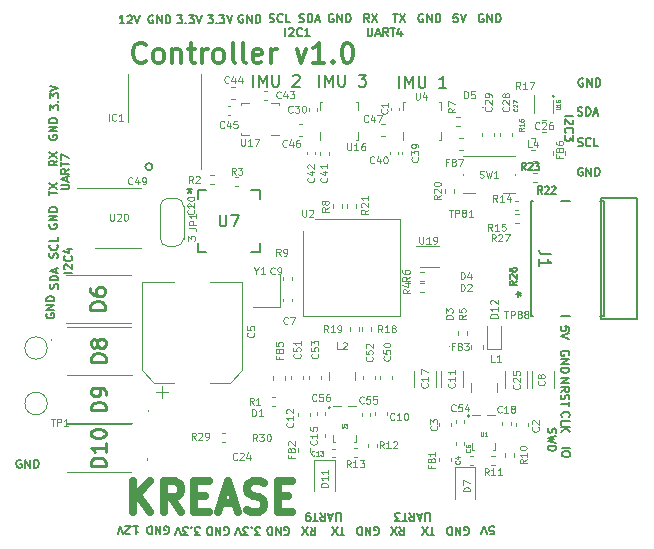
<source format=gbr>
%TF.GenerationSoftware,KiCad,Pcbnew,7.0.8*%
%TF.CreationDate,2024-02-20T09:26:03+00:00*%
%TF.ProjectId,CuttleBoard_8Layers,43757474-6c65-4426-9f61-72645f384c61,rev?*%
%TF.SameCoordinates,Original*%
%TF.FileFunction,Legend,Top*%
%TF.FilePolarity,Positive*%
%FSLAX46Y46*%
G04 Gerber Fmt 4.6, Leading zero omitted, Abs format (unit mm)*
G04 Created by KiCad (PCBNEW 7.0.8) date 2024-02-20 09:26:03*
%MOMM*%
%LPD*%
G01*
G04 APERTURE LIST*
%ADD10C,0.150000*%
%ADD11C,0.200000*%
%ADD12C,0.350000*%
%ADD13C,0.650000*%
%ADD14C,0.100000*%
%ADD15C,0.050000*%
%ADD16C,0.254000*%
%ADD17C,0.120000*%
%ADD18C,0.152400*%
G04 APERTURE END LIST*
D10*
X109254138Y-89850000D02*
G75*
G03*
X109254138Y-89850000I-304138J0D01*
G01*
X100289866Y-102292982D02*
X100256533Y-102359649D01*
X100256533Y-102359649D02*
X100256533Y-102459649D01*
X100256533Y-102459649D02*
X100289866Y-102559649D01*
X100289866Y-102559649D02*
X100356533Y-102626316D01*
X100356533Y-102626316D02*
X100423200Y-102659649D01*
X100423200Y-102659649D02*
X100556533Y-102692982D01*
X100556533Y-102692982D02*
X100656533Y-102692982D01*
X100656533Y-102692982D02*
X100789866Y-102659649D01*
X100789866Y-102659649D02*
X100856533Y-102626316D01*
X100856533Y-102626316D02*
X100923200Y-102559649D01*
X100923200Y-102559649D02*
X100956533Y-102459649D01*
X100956533Y-102459649D02*
X100956533Y-102392982D01*
X100956533Y-102392982D02*
X100923200Y-102292982D01*
X100923200Y-102292982D02*
X100889866Y-102259649D01*
X100889866Y-102259649D02*
X100656533Y-102259649D01*
X100656533Y-102259649D02*
X100656533Y-102392982D01*
X100956533Y-101959649D02*
X100256533Y-101959649D01*
X100256533Y-101959649D02*
X100956533Y-101559649D01*
X100956533Y-101559649D02*
X100256533Y-101559649D01*
X100956533Y-101226316D02*
X100256533Y-101226316D01*
X100256533Y-101226316D02*
X100256533Y-101059649D01*
X100256533Y-101059649D02*
X100289866Y-100959649D01*
X100289866Y-100959649D02*
X100356533Y-100892983D01*
X100356533Y-100892983D02*
X100423200Y-100859649D01*
X100423200Y-100859649D02*
X100556533Y-100826316D01*
X100556533Y-100826316D02*
X100656533Y-100826316D01*
X100656533Y-100826316D02*
X100789866Y-100859649D01*
X100789866Y-100859649D02*
X100856533Y-100892983D01*
X100856533Y-100892983D02*
X100923200Y-100959649D01*
X100923200Y-100959649D02*
X100956533Y-101059649D01*
X100956533Y-101059649D02*
X100956533Y-101226316D01*
X144193466Y-85565350D02*
X144893466Y-85565350D01*
X144826800Y-85865350D02*
X144860133Y-85898683D01*
X144860133Y-85898683D02*
X144893466Y-85965350D01*
X144893466Y-85965350D02*
X144893466Y-86132017D01*
X144893466Y-86132017D02*
X144860133Y-86198683D01*
X144860133Y-86198683D02*
X144826800Y-86232017D01*
X144826800Y-86232017D02*
X144760133Y-86265350D01*
X144760133Y-86265350D02*
X144693466Y-86265350D01*
X144693466Y-86265350D02*
X144593466Y-86232017D01*
X144593466Y-86232017D02*
X144193466Y-85832017D01*
X144193466Y-85832017D02*
X144193466Y-86265350D01*
X144260133Y-86965350D02*
X144226800Y-86932017D01*
X144226800Y-86932017D02*
X144193466Y-86832017D01*
X144193466Y-86832017D02*
X144193466Y-86765350D01*
X144193466Y-86765350D02*
X144226800Y-86665350D01*
X144226800Y-86665350D02*
X144293466Y-86598684D01*
X144293466Y-86598684D02*
X144360133Y-86565350D01*
X144360133Y-86565350D02*
X144493466Y-86532017D01*
X144493466Y-86532017D02*
X144593466Y-86532017D01*
X144593466Y-86532017D02*
X144726800Y-86565350D01*
X144726800Y-86565350D02*
X144793466Y-86598684D01*
X144793466Y-86598684D02*
X144860133Y-86665350D01*
X144860133Y-86665350D02*
X144893466Y-86765350D01*
X144893466Y-86765350D02*
X144893466Y-86832017D01*
X144893466Y-86832017D02*
X144860133Y-86932017D01*
X144860133Y-86932017D02*
X144826800Y-86965350D01*
X144893466Y-87198684D02*
X144893466Y-87632017D01*
X144893466Y-87632017D02*
X144626800Y-87398684D01*
X144626800Y-87398684D02*
X144626800Y-87498684D01*
X144626800Y-87498684D02*
X144593466Y-87565350D01*
X144593466Y-87565350D02*
X144560133Y-87598684D01*
X144560133Y-87598684D02*
X144493466Y-87632017D01*
X144493466Y-87632017D02*
X144326800Y-87632017D01*
X144326800Y-87632017D02*
X144260133Y-87598684D01*
X144260133Y-87598684D02*
X144226800Y-87565350D01*
X144226800Y-87565350D02*
X144193466Y-87498684D01*
X144193466Y-87498684D02*
X144193466Y-87298684D01*
X144193466Y-87298684D02*
X144226800Y-87232017D01*
X144226800Y-87232017D02*
X144260133Y-87198684D01*
D11*
X123369673Y-83067219D02*
X123369673Y-82067219D01*
X123845863Y-83067219D02*
X123845863Y-82067219D01*
X123845863Y-82067219D02*
X124179196Y-82781504D01*
X124179196Y-82781504D02*
X124512529Y-82067219D01*
X124512529Y-82067219D02*
X124512529Y-83067219D01*
X124988720Y-82067219D02*
X124988720Y-82876742D01*
X124988720Y-82876742D02*
X125036339Y-82971980D01*
X125036339Y-82971980D02*
X125083958Y-83019600D01*
X125083958Y-83019600D02*
X125179196Y-83067219D01*
X125179196Y-83067219D02*
X125369672Y-83067219D01*
X125369672Y-83067219D02*
X125464910Y-83019600D01*
X125464910Y-83019600D02*
X125512529Y-82971980D01*
X125512529Y-82971980D02*
X125560148Y-82876742D01*
X125560148Y-82876742D02*
X125560148Y-82067219D01*
X126703006Y-82067219D02*
X127322053Y-82067219D01*
X127322053Y-82067219D02*
X126988720Y-82448171D01*
X126988720Y-82448171D02*
X127131577Y-82448171D01*
X127131577Y-82448171D02*
X127226815Y-82495790D01*
X127226815Y-82495790D02*
X127274434Y-82543409D01*
X127274434Y-82543409D02*
X127322053Y-82638647D01*
X127322053Y-82638647D02*
X127322053Y-82876742D01*
X127322053Y-82876742D02*
X127274434Y-82971980D01*
X127274434Y-82971980D02*
X127226815Y-83019600D01*
X127226815Y-83019600D02*
X127131577Y-83067219D01*
X127131577Y-83067219D02*
X126845863Y-83067219D01*
X126845863Y-83067219D02*
X126750625Y-83019600D01*
X126750625Y-83019600D02*
X126703006Y-82971980D01*
D10*
X120515350Y-78806533D02*
X120515350Y-78106533D01*
X120815350Y-78173200D02*
X120848683Y-78139866D01*
X120848683Y-78139866D02*
X120915350Y-78106533D01*
X120915350Y-78106533D02*
X121082017Y-78106533D01*
X121082017Y-78106533D02*
X121148683Y-78139866D01*
X121148683Y-78139866D02*
X121182017Y-78173200D01*
X121182017Y-78173200D02*
X121215350Y-78239866D01*
X121215350Y-78239866D02*
X121215350Y-78306533D01*
X121215350Y-78306533D02*
X121182017Y-78406533D01*
X121182017Y-78406533D02*
X120782017Y-78806533D01*
X120782017Y-78806533D02*
X121215350Y-78806533D01*
X121915350Y-78739866D02*
X121882017Y-78773200D01*
X121882017Y-78773200D02*
X121782017Y-78806533D01*
X121782017Y-78806533D02*
X121715350Y-78806533D01*
X121715350Y-78806533D02*
X121615350Y-78773200D01*
X121615350Y-78773200D02*
X121548684Y-78706533D01*
X121548684Y-78706533D02*
X121515350Y-78639866D01*
X121515350Y-78639866D02*
X121482017Y-78506533D01*
X121482017Y-78506533D02*
X121482017Y-78406533D01*
X121482017Y-78406533D02*
X121515350Y-78273200D01*
X121515350Y-78273200D02*
X121548684Y-78206533D01*
X121548684Y-78206533D02*
X121615350Y-78139866D01*
X121615350Y-78139866D02*
X121715350Y-78106533D01*
X121715350Y-78106533D02*
X121782017Y-78106533D01*
X121782017Y-78106533D02*
X121882017Y-78139866D01*
X121882017Y-78139866D02*
X121915350Y-78173200D01*
X122582017Y-78806533D02*
X122182017Y-78806533D01*
X122382017Y-78806533D02*
X122382017Y-78106533D01*
X122382017Y-78106533D02*
X122315350Y-78206533D01*
X122315350Y-78206533D02*
X122248684Y-78273200D01*
X122248684Y-78273200D02*
X122182017Y-78306533D01*
D12*
X108676453Y-80881848D02*
X108595501Y-80962801D01*
X108595501Y-80962801D02*
X108352643Y-81043753D01*
X108352643Y-81043753D02*
X108190739Y-81043753D01*
X108190739Y-81043753D02*
X107947882Y-80962801D01*
X107947882Y-80962801D02*
X107785977Y-80800896D01*
X107785977Y-80800896D02*
X107705024Y-80638991D01*
X107705024Y-80638991D02*
X107624072Y-80315181D01*
X107624072Y-80315181D02*
X107624072Y-80072324D01*
X107624072Y-80072324D02*
X107705024Y-79748515D01*
X107705024Y-79748515D02*
X107785977Y-79586610D01*
X107785977Y-79586610D02*
X107947882Y-79424705D01*
X107947882Y-79424705D02*
X108190739Y-79343753D01*
X108190739Y-79343753D02*
X108352643Y-79343753D01*
X108352643Y-79343753D02*
X108595501Y-79424705D01*
X108595501Y-79424705D02*
X108676453Y-79505658D01*
X109647882Y-81043753D02*
X109485977Y-80962801D01*
X109485977Y-80962801D02*
X109405024Y-80881848D01*
X109405024Y-80881848D02*
X109324072Y-80719943D01*
X109324072Y-80719943D02*
X109324072Y-80234229D01*
X109324072Y-80234229D02*
X109405024Y-80072324D01*
X109405024Y-80072324D02*
X109485977Y-79991372D01*
X109485977Y-79991372D02*
X109647882Y-79910420D01*
X109647882Y-79910420D02*
X109890739Y-79910420D01*
X109890739Y-79910420D02*
X110052643Y-79991372D01*
X110052643Y-79991372D02*
X110133596Y-80072324D01*
X110133596Y-80072324D02*
X110214548Y-80234229D01*
X110214548Y-80234229D02*
X110214548Y-80719943D01*
X110214548Y-80719943D02*
X110133596Y-80881848D01*
X110133596Y-80881848D02*
X110052643Y-80962801D01*
X110052643Y-80962801D02*
X109890739Y-81043753D01*
X109890739Y-81043753D02*
X109647882Y-81043753D01*
X110943119Y-79910420D02*
X110943119Y-81043753D01*
X110943119Y-80072324D02*
X111024072Y-79991372D01*
X111024072Y-79991372D02*
X111185977Y-79910420D01*
X111185977Y-79910420D02*
X111428834Y-79910420D01*
X111428834Y-79910420D02*
X111590738Y-79991372D01*
X111590738Y-79991372D02*
X111671691Y-80153277D01*
X111671691Y-80153277D02*
X111671691Y-81043753D01*
X112238357Y-79910420D02*
X112885976Y-79910420D01*
X112481214Y-79343753D02*
X112481214Y-80800896D01*
X112481214Y-80800896D02*
X112562167Y-80962801D01*
X112562167Y-80962801D02*
X112724072Y-81043753D01*
X112724072Y-81043753D02*
X112885976Y-81043753D01*
X113452643Y-81043753D02*
X113452643Y-79910420D01*
X113452643Y-80234229D02*
X113533596Y-80072324D01*
X113533596Y-80072324D02*
X113614548Y-79991372D01*
X113614548Y-79991372D02*
X113776453Y-79910420D01*
X113776453Y-79910420D02*
X113938358Y-79910420D01*
X114747882Y-81043753D02*
X114585977Y-80962801D01*
X114585977Y-80962801D02*
X114505024Y-80881848D01*
X114505024Y-80881848D02*
X114424072Y-80719943D01*
X114424072Y-80719943D02*
X114424072Y-80234229D01*
X114424072Y-80234229D02*
X114505024Y-80072324D01*
X114505024Y-80072324D02*
X114585977Y-79991372D01*
X114585977Y-79991372D02*
X114747882Y-79910420D01*
X114747882Y-79910420D02*
X114990739Y-79910420D01*
X114990739Y-79910420D02*
X115152643Y-79991372D01*
X115152643Y-79991372D02*
X115233596Y-80072324D01*
X115233596Y-80072324D02*
X115314548Y-80234229D01*
X115314548Y-80234229D02*
X115314548Y-80719943D01*
X115314548Y-80719943D02*
X115233596Y-80881848D01*
X115233596Y-80881848D02*
X115152643Y-80962801D01*
X115152643Y-80962801D02*
X114990739Y-81043753D01*
X114990739Y-81043753D02*
X114747882Y-81043753D01*
X116285977Y-81043753D02*
X116124072Y-80962801D01*
X116124072Y-80962801D02*
X116043119Y-80800896D01*
X116043119Y-80800896D02*
X116043119Y-79343753D01*
X117176453Y-81043753D02*
X117014548Y-80962801D01*
X117014548Y-80962801D02*
X116933595Y-80800896D01*
X116933595Y-80800896D02*
X116933595Y-79343753D01*
X118471690Y-80962801D02*
X118309786Y-81043753D01*
X118309786Y-81043753D02*
X117985976Y-81043753D01*
X117985976Y-81043753D02*
X117824071Y-80962801D01*
X117824071Y-80962801D02*
X117743119Y-80800896D01*
X117743119Y-80800896D02*
X117743119Y-80153277D01*
X117743119Y-80153277D02*
X117824071Y-79991372D01*
X117824071Y-79991372D02*
X117985976Y-79910420D01*
X117985976Y-79910420D02*
X118309786Y-79910420D01*
X118309786Y-79910420D02*
X118471690Y-79991372D01*
X118471690Y-79991372D02*
X118552643Y-80153277D01*
X118552643Y-80153277D02*
X118552643Y-80315181D01*
X118552643Y-80315181D02*
X117743119Y-80477086D01*
X119281214Y-81043753D02*
X119281214Y-79910420D01*
X119281214Y-80234229D02*
X119362167Y-80072324D01*
X119362167Y-80072324D02*
X119443119Y-79991372D01*
X119443119Y-79991372D02*
X119605024Y-79910420D01*
X119605024Y-79910420D02*
X119766929Y-79910420D01*
X121466929Y-79910420D02*
X121871691Y-81043753D01*
X121871691Y-81043753D02*
X122276452Y-79910420D01*
X123814548Y-81043753D02*
X122843119Y-81043753D01*
X123328833Y-81043753D02*
X123328833Y-79343753D01*
X123328833Y-79343753D02*
X123166929Y-79586610D01*
X123166929Y-79586610D02*
X123005024Y-79748515D01*
X123005024Y-79748515D02*
X122843119Y-79829467D01*
X124543119Y-80881848D02*
X124624072Y-80962801D01*
X124624072Y-80962801D02*
X124543119Y-81043753D01*
X124543119Y-81043753D02*
X124462167Y-80962801D01*
X124462167Y-80962801D02*
X124543119Y-80881848D01*
X124543119Y-80881848D02*
X124543119Y-81043753D01*
X125676453Y-79343753D02*
X125838358Y-79343753D01*
X125838358Y-79343753D02*
X126000262Y-79424705D01*
X126000262Y-79424705D02*
X126081215Y-79505658D01*
X126081215Y-79505658D02*
X126162167Y-79667562D01*
X126162167Y-79667562D02*
X126243120Y-79991372D01*
X126243120Y-79991372D02*
X126243120Y-80396134D01*
X126243120Y-80396134D02*
X126162167Y-80719943D01*
X126162167Y-80719943D02*
X126081215Y-80881848D01*
X126081215Y-80881848D02*
X126000262Y-80962801D01*
X126000262Y-80962801D02*
X125838358Y-81043753D01*
X125838358Y-81043753D02*
X125676453Y-81043753D01*
X125676453Y-81043753D02*
X125514548Y-80962801D01*
X125514548Y-80962801D02*
X125433596Y-80881848D01*
X125433596Y-80881848D02*
X125352643Y-80719943D01*
X125352643Y-80719943D02*
X125271691Y-80396134D01*
X125271691Y-80396134D02*
X125271691Y-79991372D01*
X125271691Y-79991372D02*
X125352643Y-79667562D01*
X125352643Y-79667562D02*
X125433596Y-79505658D01*
X125433596Y-79505658D02*
X125514548Y-79424705D01*
X125514548Y-79424705D02*
X125676453Y-79343753D01*
D10*
X142776800Y-111982017D02*
X142743466Y-112082017D01*
X142743466Y-112082017D02*
X142743466Y-112248684D01*
X142743466Y-112248684D02*
X142776800Y-112315350D01*
X142776800Y-112315350D02*
X142810133Y-112348684D01*
X142810133Y-112348684D02*
X142876800Y-112382017D01*
X142876800Y-112382017D02*
X142943466Y-112382017D01*
X142943466Y-112382017D02*
X143010133Y-112348684D01*
X143010133Y-112348684D02*
X143043466Y-112315350D01*
X143043466Y-112315350D02*
X143076800Y-112248684D01*
X143076800Y-112248684D02*
X143110133Y-112115350D01*
X143110133Y-112115350D02*
X143143466Y-112048684D01*
X143143466Y-112048684D02*
X143176800Y-112015350D01*
X143176800Y-112015350D02*
X143243466Y-111982017D01*
X143243466Y-111982017D02*
X143310133Y-111982017D01*
X143310133Y-111982017D02*
X143376800Y-112015350D01*
X143376800Y-112015350D02*
X143410133Y-112048684D01*
X143410133Y-112048684D02*
X143443466Y-112115350D01*
X143443466Y-112115350D02*
X143443466Y-112282017D01*
X143443466Y-112282017D02*
X143410133Y-112382017D01*
X143443466Y-112615351D02*
X142743466Y-112782017D01*
X142743466Y-112782017D02*
X143243466Y-112915351D01*
X143243466Y-112915351D02*
X142743466Y-113048684D01*
X142743466Y-113048684D02*
X143443466Y-113215351D01*
X142743466Y-113482017D02*
X143443466Y-113482017D01*
X143443466Y-113482017D02*
X143443466Y-113648684D01*
X143443466Y-113648684D02*
X143410133Y-113748684D01*
X143410133Y-113748684D02*
X143343466Y-113815351D01*
X143343466Y-113815351D02*
X143276800Y-113848684D01*
X143276800Y-113848684D02*
X143143466Y-113882017D01*
X143143466Y-113882017D02*
X143043466Y-113882017D01*
X143043466Y-113882017D02*
X142910133Y-113848684D01*
X142910133Y-113848684D02*
X142843466Y-113815351D01*
X142843466Y-113815351D02*
X142776800Y-113748684D01*
X142776800Y-113748684D02*
X142743466Y-113648684D01*
X142743466Y-113648684D02*
X142743466Y-113482017D01*
D11*
X130169673Y-83167219D02*
X130169673Y-82167219D01*
X130645863Y-83167219D02*
X130645863Y-82167219D01*
X130645863Y-82167219D02*
X130979196Y-82881504D01*
X130979196Y-82881504D02*
X131312529Y-82167219D01*
X131312529Y-82167219D02*
X131312529Y-83167219D01*
X131788720Y-82167219D02*
X131788720Y-82976742D01*
X131788720Y-82976742D02*
X131836339Y-83071980D01*
X131836339Y-83071980D02*
X131883958Y-83119600D01*
X131883958Y-83119600D02*
X131979196Y-83167219D01*
X131979196Y-83167219D02*
X132169672Y-83167219D01*
X132169672Y-83167219D02*
X132264910Y-83119600D01*
X132264910Y-83119600D02*
X132312529Y-83071980D01*
X132312529Y-83071980D02*
X132360148Y-82976742D01*
X132360148Y-82976742D02*
X132360148Y-82167219D01*
X134122053Y-83167219D02*
X133550625Y-83167219D01*
X133836339Y-83167219D02*
X133836339Y-82167219D01*
X133836339Y-82167219D02*
X133741101Y-82310076D01*
X133741101Y-82310076D02*
X133645863Y-82405314D01*
X133645863Y-82405314D02*
X133550625Y-82452933D01*
D10*
X132734649Y-119843466D02*
X132734649Y-119276800D01*
X132734649Y-119276800D02*
X132701316Y-119210133D01*
X132701316Y-119210133D02*
X132667982Y-119176800D01*
X132667982Y-119176800D02*
X132601316Y-119143466D01*
X132601316Y-119143466D02*
X132467982Y-119143466D01*
X132467982Y-119143466D02*
X132401316Y-119176800D01*
X132401316Y-119176800D02*
X132367982Y-119210133D01*
X132367982Y-119210133D02*
X132334649Y-119276800D01*
X132334649Y-119276800D02*
X132334649Y-119843466D01*
X132034649Y-119343466D02*
X131701316Y-119343466D01*
X132101316Y-119143466D02*
X131867983Y-119843466D01*
X131867983Y-119843466D02*
X131634649Y-119143466D01*
X131001316Y-119143466D02*
X131234649Y-119476800D01*
X131401316Y-119143466D02*
X131401316Y-119843466D01*
X131401316Y-119843466D02*
X131134649Y-119843466D01*
X131134649Y-119843466D02*
X131067983Y-119810133D01*
X131067983Y-119810133D02*
X131034649Y-119776800D01*
X131034649Y-119776800D02*
X131001316Y-119710133D01*
X131001316Y-119710133D02*
X131001316Y-119610133D01*
X131001316Y-119610133D02*
X131034649Y-119543466D01*
X131034649Y-119543466D02*
X131067983Y-119510133D01*
X131067983Y-119510133D02*
X131134649Y-119476800D01*
X131134649Y-119476800D02*
X131401316Y-119476800D01*
X130801316Y-119843466D02*
X130401316Y-119843466D01*
X130601316Y-119143466D02*
X130601316Y-119843466D01*
X130234650Y-119843466D02*
X129801316Y-119843466D01*
X129801316Y-119843466D02*
X130034650Y-119576800D01*
X130034650Y-119576800D02*
X129934650Y-119576800D01*
X129934650Y-119576800D02*
X129867983Y-119543466D01*
X129867983Y-119543466D02*
X129834650Y-119510133D01*
X129834650Y-119510133D02*
X129801316Y-119443466D01*
X129801316Y-119443466D02*
X129801316Y-119276800D01*
X129801316Y-119276800D02*
X129834650Y-119210133D01*
X129834650Y-119210133D02*
X129867983Y-119176800D01*
X129867983Y-119176800D02*
X129934650Y-119143466D01*
X129934650Y-119143466D02*
X130134650Y-119143466D01*
X130134650Y-119143466D02*
X130201316Y-119176800D01*
X130201316Y-119176800D02*
X130234650Y-119210133D01*
X125184649Y-119843466D02*
X125184649Y-119276800D01*
X125184649Y-119276800D02*
X125151316Y-119210133D01*
X125151316Y-119210133D02*
X125117982Y-119176800D01*
X125117982Y-119176800D02*
X125051316Y-119143466D01*
X125051316Y-119143466D02*
X124917982Y-119143466D01*
X124917982Y-119143466D02*
X124851316Y-119176800D01*
X124851316Y-119176800D02*
X124817982Y-119210133D01*
X124817982Y-119210133D02*
X124784649Y-119276800D01*
X124784649Y-119276800D02*
X124784649Y-119843466D01*
X124484649Y-119343466D02*
X124151316Y-119343466D01*
X124551316Y-119143466D02*
X124317983Y-119843466D01*
X124317983Y-119843466D02*
X124084649Y-119143466D01*
X123451316Y-119143466D02*
X123684649Y-119476800D01*
X123851316Y-119143466D02*
X123851316Y-119843466D01*
X123851316Y-119843466D02*
X123584649Y-119843466D01*
X123584649Y-119843466D02*
X123517983Y-119810133D01*
X123517983Y-119810133D02*
X123484649Y-119776800D01*
X123484649Y-119776800D02*
X123451316Y-119710133D01*
X123451316Y-119710133D02*
X123451316Y-119610133D01*
X123451316Y-119610133D02*
X123484649Y-119543466D01*
X123484649Y-119543466D02*
X123517983Y-119510133D01*
X123517983Y-119510133D02*
X123584649Y-119476800D01*
X123584649Y-119476800D02*
X123851316Y-119476800D01*
X123251316Y-119843466D02*
X122851316Y-119843466D01*
X123051316Y-119143466D02*
X123051316Y-119843466D01*
X122584650Y-119143466D02*
X122451316Y-119143466D01*
X122451316Y-119143466D02*
X122384650Y-119176800D01*
X122384650Y-119176800D02*
X122351316Y-119210133D01*
X122351316Y-119210133D02*
X122284650Y-119310133D01*
X122284650Y-119310133D02*
X122251316Y-119443466D01*
X122251316Y-119443466D02*
X122251316Y-119710133D01*
X122251316Y-119710133D02*
X122284650Y-119776800D01*
X122284650Y-119776800D02*
X122317983Y-119810133D01*
X122317983Y-119810133D02*
X122384650Y-119843466D01*
X122384650Y-119843466D02*
X122517983Y-119843466D01*
X122517983Y-119843466D02*
X122584650Y-119810133D01*
X122584650Y-119810133D02*
X122617983Y-119776800D01*
X122617983Y-119776800D02*
X122651316Y-119710133D01*
X122651316Y-119710133D02*
X122651316Y-119543466D01*
X122651316Y-119543466D02*
X122617983Y-119476800D01*
X122617983Y-119476800D02*
X122584650Y-119443466D01*
X122584650Y-119443466D02*
X122517983Y-119410133D01*
X122517983Y-119410133D02*
X122384650Y-119410133D01*
X122384650Y-119410133D02*
X122317983Y-119443466D01*
X122317983Y-119443466D02*
X122284650Y-119476800D01*
X122284650Y-119476800D02*
X122251316Y-119543466D01*
D11*
X117769673Y-83067219D02*
X117769673Y-82067219D01*
X118245863Y-83067219D02*
X118245863Y-82067219D01*
X118245863Y-82067219D02*
X118579196Y-82781504D01*
X118579196Y-82781504D02*
X118912529Y-82067219D01*
X118912529Y-82067219D02*
X118912529Y-83067219D01*
X119388720Y-82067219D02*
X119388720Y-82876742D01*
X119388720Y-82876742D02*
X119436339Y-82971980D01*
X119436339Y-82971980D02*
X119483958Y-83019600D01*
X119483958Y-83019600D02*
X119579196Y-83067219D01*
X119579196Y-83067219D02*
X119769672Y-83067219D01*
X119769672Y-83067219D02*
X119864910Y-83019600D01*
X119864910Y-83019600D02*
X119912529Y-82971980D01*
X119912529Y-82971980D02*
X119960148Y-82876742D01*
X119960148Y-82876742D02*
X119960148Y-82067219D01*
X121150625Y-82162457D02*
X121198244Y-82114838D01*
X121198244Y-82114838D02*
X121293482Y-82067219D01*
X121293482Y-82067219D02*
X121531577Y-82067219D01*
X121531577Y-82067219D02*
X121626815Y-82114838D01*
X121626815Y-82114838D02*
X121674434Y-82162457D01*
X121674434Y-82162457D02*
X121722053Y-82257695D01*
X121722053Y-82257695D02*
X121722053Y-82352933D01*
X121722053Y-82352933D02*
X121674434Y-82495790D01*
X121674434Y-82495790D02*
X121103006Y-83067219D01*
X121103006Y-83067219D02*
X121722053Y-83067219D01*
D10*
X127465350Y-78106533D02*
X127465350Y-78673200D01*
X127465350Y-78673200D02*
X127498684Y-78739866D01*
X127498684Y-78739866D02*
X127532017Y-78773200D01*
X127532017Y-78773200D02*
X127598684Y-78806533D01*
X127598684Y-78806533D02*
X127732017Y-78806533D01*
X127732017Y-78806533D02*
X127798684Y-78773200D01*
X127798684Y-78773200D02*
X127832017Y-78739866D01*
X127832017Y-78739866D02*
X127865350Y-78673200D01*
X127865350Y-78673200D02*
X127865350Y-78106533D01*
X128165350Y-78606533D02*
X128498683Y-78606533D01*
X128098683Y-78806533D02*
X128332017Y-78106533D01*
X128332017Y-78106533D02*
X128565350Y-78806533D01*
X129198683Y-78806533D02*
X128965350Y-78473200D01*
X128798683Y-78806533D02*
X128798683Y-78106533D01*
X128798683Y-78106533D02*
X129065350Y-78106533D01*
X129065350Y-78106533D02*
X129132017Y-78139866D01*
X129132017Y-78139866D02*
X129165350Y-78173200D01*
X129165350Y-78173200D02*
X129198683Y-78239866D01*
X129198683Y-78239866D02*
X129198683Y-78339866D01*
X129198683Y-78339866D02*
X129165350Y-78406533D01*
X129165350Y-78406533D02*
X129132017Y-78439866D01*
X129132017Y-78439866D02*
X129065350Y-78473200D01*
X129065350Y-78473200D02*
X128798683Y-78473200D01*
X129398683Y-78106533D02*
X129798683Y-78106533D01*
X129598683Y-78806533D02*
X129598683Y-78106533D01*
X130332016Y-78339866D02*
X130332016Y-78806533D01*
X130165350Y-78073200D02*
X129998683Y-78573200D01*
X129998683Y-78573200D02*
X130432016Y-78573200D01*
D13*
X107596678Y-119073009D02*
X107596678Y-116473009D01*
X109082392Y-119073009D02*
X107968107Y-117587295D01*
X109082392Y-116473009D02*
X107596678Y-117958723D01*
X111682392Y-119073009D02*
X110815726Y-117834914D01*
X110196678Y-119073009D02*
X110196678Y-116473009D01*
X110196678Y-116473009D02*
X111187154Y-116473009D01*
X111187154Y-116473009D02*
X111434773Y-116596819D01*
X111434773Y-116596819D02*
X111558583Y-116720628D01*
X111558583Y-116720628D02*
X111682392Y-116968247D01*
X111682392Y-116968247D02*
X111682392Y-117339676D01*
X111682392Y-117339676D02*
X111558583Y-117587295D01*
X111558583Y-117587295D02*
X111434773Y-117711104D01*
X111434773Y-117711104D02*
X111187154Y-117834914D01*
X111187154Y-117834914D02*
X110196678Y-117834914D01*
X112796678Y-117711104D02*
X113663345Y-117711104D01*
X114034773Y-119073009D02*
X112796678Y-119073009D01*
X112796678Y-119073009D02*
X112796678Y-116473009D01*
X112796678Y-116473009D02*
X114034773Y-116473009D01*
X115025250Y-118330152D02*
X116263345Y-118330152D01*
X114777631Y-119073009D02*
X115644297Y-116473009D01*
X115644297Y-116473009D02*
X116510964Y-119073009D01*
X117253821Y-118949200D02*
X117625249Y-119073009D01*
X117625249Y-119073009D02*
X118244297Y-119073009D01*
X118244297Y-119073009D02*
X118491916Y-118949200D01*
X118491916Y-118949200D02*
X118615725Y-118825390D01*
X118615725Y-118825390D02*
X118739535Y-118577771D01*
X118739535Y-118577771D02*
X118739535Y-118330152D01*
X118739535Y-118330152D02*
X118615725Y-118082533D01*
X118615725Y-118082533D02*
X118491916Y-117958723D01*
X118491916Y-117958723D02*
X118244297Y-117834914D01*
X118244297Y-117834914D02*
X117749059Y-117711104D01*
X117749059Y-117711104D02*
X117501440Y-117587295D01*
X117501440Y-117587295D02*
X117377630Y-117463485D01*
X117377630Y-117463485D02*
X117253821Y-117215866D01*
X117253821Y-117215866D02*
X117253821Y-116968247D01*
X117253821Y-116968247D02*
X117377630Y-116720628D01*
X117377630Y-116720628D02*
X117501440Y-116596819D01*
X117501440Y-116596819D02*
X117749059Y-116473009D01*
X117749059Y-116473009D02*
X118368106Y-116473009D01*
X118368106Y-116473009D02*
X118739535Y-116596819D01*
X119853820Y-117711104D02*
X120720487Y-117711104D01*
X121091915Y-119073009D02*
X119853820Y-119073009D01*
X119853820Y-119073009D02*
X119853820Y-116473009D01*
X119853820Y-116473009D02*
X121091915Y-116473009D01*
D10*
X100539866Y-94717982D02*
X100506533Y-94784649D01*
X100506533Y-94784649D02*
X100506533Y-94884649D01*
X100506533Y-94884649D02*
X100539866Y-94984649D01*
X100539866Y-94984649D02*
X100606533Y-95051316D01*
X100606533Y-95051316D02*
X100673200Y-95084649D01*
X100673200Y-95084649D02*
X100806533Y-95117982D01*
X100806533Y-95117982D02*
X100906533Y-95117982D01*
X100906533Y-95117982D02*
X101039866Y-95084649D01*
X101039866Y-95084649D02*
X101106533Y-95051316D01*
X101106533Y-95051316D02*
X101173200Y-94984649D01*
X101173200Y-94984649D02*
X101206533Y-94884649D01*
X101206533Y-94884649D02*
X101206533Y-94817982D01*
X101206533Y-94817982D02*
X101173200Y-94717982D01*
X101173200Y-94717982D02*
X101139866Y-94684649D01*
X101139866Y-94684649D02*
X100906533Y-94684649D01*
X100906533Y-94684649D02*
X100906533Y-94817982D01*
X101206533Y-94384649D02*
X100506533Y-94384649D01*
X100506533Y-94384649D02*
X101206533Y-93984649D01*
X101206533Y-93984649D02*
X100506533Y-93984649D01*
X101206533Y-93651316D02*
X100506533Y-93651316D01*
X100506533Y-93651316D02*
X100506533Y-93484649D01*
X100506533Y-93484649D02*
X100539866Y-93384649D01*
X100539866Y-93384649D02*
X100606533Y-93317983D01*
X100606533Y-93317983D02*
X100673200Y-93284649D01*
X100673200Y-93284649D02*
X100806533Y-93251316D01*
X100806533Y-93251316D02*
X100906533Y-93251316D01*
X100906533Y-93251316D02*
X101039866Y-93284649D01*
X101039866Y-93284649D02*
X101106533Y-93317983D01*
X101106533Y-93317983D02*
X101173200Y-93384649D01*
X101173200Y-93384649D02*
X101206533Y-93484649D01*
X101206533Y-93484649D02*
X101206533Y-93651316D01*
X101506533Y-91759649D02*
X102073200Y-91759649D01*
X102073200Y-91759649D02*
X102139866Y-91726316D01*
X102139866Y-91726316D02*
X102173200Y-91692982D01*
X102173200Y-91692982D02*
X102206533Y-91626316D01*
X102206533Y-91626316D02*
X102206533Y-91492982D01*
X102206533Y-91492982D02*
X102173200Y-91426316D01*
X102173200Y-91426316D02*
X102139866Y-91392982D01*
X102139866Y-91392982D02*
X102073200Y-91359649D01*
X102073200Y-91359649D02*
X101506533Y-91359649D01*
X102006533Y-91059649D02*
X102006533Y-90726316D01*
X102206533Y-91126316D02*
X101506533Y-90892983D01*
X101506533Y-90892983D02*
X102206533Y-90659649D01*
X102206533Y-90026316D02*
X101873200Y-90259649D01*
X102206533Y-90426316D02*
X101506533Y-90426316D01*
X101506533Y-90426316D02*
X101506533Y-90159649D01*
X101506533Y-90159649D02*
X101539866Y-90092983D01*
X101539866Y-90092983D02*
X101573200Y-90059649D01*
X101573200Y-90059649D02*
X101639866Y-90026316D01*
X101639866Y-90026316D02*
X101739866Y-90026316D01*
X101739866Y-90026316D02*
X101806533Y-90059649D01*
X101806533Y-90059649D02*
X101839866Y-90092983D01*
X101839866Y-90092983D02*
X101873200Y-90159649D01*
X101873200Y-90159649D02*
X101873200Y-90426316D01*
X101506533Y-89826316D02*
X101506533Y-89426316D01*
X102206533Y-89626316D02*
X101506533Y-89626316D01*
X101506533Y-89259650D02*
X101506533Y-88792983D01*
X101506533Y-88792983D02*
X102206533Y-89092983D01*
X102456533Y-98809649D02*
X101756533Y-98809649D01*
X101823200Y-98509649D02*
X101789866Y-98476316D01*
X101789866Y-98476316D02*
X101756533Y-98409649D01*
X101756533Y-98409649D02*
X101756533Y-98242983D01*
X101756533Y-98242983D02*
X101789866Y-98176316D01*
X101789866Y-98176316D02*
X101823200Y-98142983D01*
X101823200Y-98142983D02*
X101889866Y-98109649D01*
X101889866Y-98109649D02*
X101956533Y-98109649D01*
X101956533Y-98109649D02*
X102056533Y-98142983D01*
X102056533Y-98142983D02*
X102456533Y-98542983D01*
X102456533Y-98542983D02*
X102456533Y-98109649D01*
X102389866Y-97409649D02*
X102423200Y-97442982D01*
X102423200Y-97442982D02*
X102456533Y-97542982D01*
X102456533Y-97542982D02*
X102456533Y-97609649D01*
X102456533Y-97609649D02*
X102423200Y-97709649D01*
X102423200Y-97709649D02*
X102356533Y-97776316D01*
X102356533Y-97776316D02*
X102289866Y-97809649D01*
X102289866Y-97809649D02*
X102156533Y-97842982D01*
X102156533Y-97842982D02*
X102056533Y-97842982D01*
X102056533Y-97842982D02*
X101923200Y-97809649D01*
X101923200Y-97809649D02*
X101856533Y-97776316D01*
X101856533Y-97776316D02*
X101789866Y-97709649D01*
X101789866Y-97709649D02*
X101756533Y-97609649D01*
X101756533Y-97609649D02*
X101756533Y-97542982D01*
X101756533Y-97542982D02*
X101789866Y-97442982D01*
X101789866Y-97442982D02*
X101823200Y-97409649D01*
X101989866Y-96809649D02*
X102456533Y-96809649D01*
X101723200Y-96976316D02*
X102223200Y-97142982D01*
X102223200Y-97142982D02*
X102223200Y-96709649D01*
X135106667Y-76916033D02*
X134773333Y-76916033D01*
X134773333Y-76916033D02*
X134740000Y-77249366D01*
X134740000Y-77249366D02*
X134773333Y-77216033D01*
X134773333Y-77216033D02*
X134840000Y-77182700D01*
X134840000Y-77182700D02*
X135006667Y-77182700D01*
X135006667Y-77182700D02*
X135073333Y-77216033D01*
X135073333Y-77216033D02*
X135106667Y-77249366D01*
X135106667Y-77249366D02*
X135140000Y-77316033D01*
X135140000Y-77316033D02*
X135140000Y-77482700D01*
X135140000Y-77482700D02*
X135106667Y-77549366D01*
X135106667Y-77549366D02*
X135073333Y-77582700D01*
X135073333Y-77582700D02*
X135006667Y-77616033D01*
X135006667Y-77616033D02*
X134840000Y-77616033D01*
X134840000Y-77616033D02*
X134773333Y-77582700D01*
X134773333Y-77582700D02*
X134740000Y-77549366D01*
X135340000Y-76916033D02*
X135573334Y-77616033D01*
X135573334Y-77616033D02*
X135806667Y-76916033D01*
D14*
X134672371Y-102742856D02*
X134072371Y-102742856D01*
X134072371Y-102742856D02*
X134072371Y-102599999D01*
X134072371Y-102599999D02*
X134100942Y-102514285D01*
X134100942Y-102514285D02*
X134158085Y-102457142D01*
X134158085Y-102457142D02*
X134215228Y-102428571D01*
X134215228Y-102428571D02*
X134329514Y-102399999D01*
X134329514Y-102399999D02*
X134415228Y-102399999D01*
X134415228Y-102399999D02*
X134529514Y-102428571D01*
X134529514Y-102428571D02*
X134586657Y-102457142D01*
X134586657Y-102457142D02*
X134643800Y-102514285D01*
X134643800Y-102514285D02*
X134672371Y-102599999D01*
X134672371Y-102599999D02*
X134672371Y-102742856D01*
X134072371Y-102199999D02*
X134072371Y-101828571D01*
X134072371Y-101828571D02*
X134300942Y-102028571D01*
X134300942Y-102028571D02*
X134300942Y-101942856D01*
X134300942Y-101942856D02*
X134329514Y-101885714D01*
X134329514Y-101885714D02*
X134358085Y-101857142D01*
X134358085Y-101857142D02*
X134415228Y-101828571D01*
X134415228Y-101828571D02*
X134558085Y-101828571D01*
X134558085Y-101828571D02*
X134615228Y-101857142D01*
X134615228Y-101857142D02*
X134643800Y-101885714D01*
X134643800Y-101885714D02*
X134672371Y-101942856D01*
X134672371Y-101942856D02*
X134672371Y-102114285D01*
X134672371Y-102114285D02*
X134643800Y-102171428D01*
X134643800Y-102171428D02*
X134615228Y-102199999D01*
X134300000Y-89458085D02*
X134100000Y-89458085D01*
X134100000Y-89772371D02*
X134100000Y-89172371D01*
X134100000Y-89172371D02*
X134385714Y-89172371D01*
X134814286Y-89458085D02*
X134900000Y-89486657D01*
X134900000Y-89486657D02*
X134928571Y-89515228D01*
X134928571Y-89515228D02*
X134957143Y-89572371D01*
X134957143Y-89572371D02*
X134957143Y-89658085D01*
X134957143Y-89658085D02*
X134928571Y-89715228D01*
X134928571Y-89715228D02*
X134900000Y-89743800D01*
X134900000Y-89743800D02*
X134842857Y-89772371D01*
X134842857Y-89772371D02*
X134614286Y-89772371D01*
X134614286Y-89772371D02*
X134614286Y-89172371D01*
X134614286Y-89172371D02*
X134814286Y-89172371D01*
X134814286Y-89172371D02*
X134871429Y-89200942D01*
X134871429Y-89200942D02*
X134900000Y-89229514D01*
X134900000Y-89229514D02*
X134928571Y-89286657D01*
X134928571Y-89286657D02*
X134928571Y-89343800D01*
X134928571Y-89343800D02*
X134900000Y-89400942D01*
X134900000Y-89400942D02*
X134871429Y-89429514D01*
X134871429Y-89429514D02*
X134814286Y-89458085D01*
X134814286Y-89458085D02*
X134614286Y-89458085D01*
X135157143Y-89172371D02*
X135557143Y-89172371D01*
X135557143Y-89172371D02*
X135300000Y-89772371D01*
X128014285Y-89515228D02*
X127985713Y-89543800D01*
X127985713Y-89543800D02*
X127899999Y-89572371D01*
X127899999Y-89572371D02*
X127842856Y-89572371D01*
X127842856Y-89572371D02*
X127757142Y-89543800D01*
X127757142Y-89543800D02*
X127699999Y-89486657D01*
X127699999Y-89486657D02*
X127671428Y-89429514D01*
X127671428Y-89429514D02*
X127642856Y-89315228D01*
X127642856Y-89315228D02*
X127642856Y-89229514D01*
X127642856Y-89229514D02*
X127671428Y-89115228D01*
X127671428Y-89115228D02*
X127699999Y-89058085D01*
X127699999Y-89058085D02*
X127757142Y-89000942D01*
X127757142Y-89000942D02*
X127842856Y-88972371D01*
X127842856Y-88972371D02*
X127899999Y-88972371D01*
X127899999Y-88972371D02*
X127985713Y-89000942D01*
X127985713Y-89000942D02*
X128014285Y-89029514D01*
X128528571Y-89172371D02*
X128528571Y-89572371D01*
X128385713Y-88943800D02*
X128242856Y-89372371D01*
X128242856Y-89372371D02*
X128614285Y-89372371D01*
X128957142Y-88972371D02*
X129014285Y-88972371D01*
X129014285Y-88972371D02*
X129071428Y-89000942D01*
X129071428Y-89000942D02*
X129100000Y-89029514D01*
X129100000Y-89029514D02*
X129128571Y-89086657D01*
X129128571Y-89086657D02*
X129157142Y-89200942D01*
X129157142Y-89200942D02*
X129157142Y-89343800D01*
X129157142Y-89343800D02*
X129128571Y-89458085D01*
X129128571Y-89458085D02*
X129100000Y-89515228D01*
X129100000Y-89515228D02*
X129071428Y-89543800D01*
X129071428Y-89543800D02*
X129014285Y-89572371D01*
X129014285Y-89572371D02*
X128957142Y-89572371D01*
X128957142Y-89572371D02*
X128900000Y-89543800D01*
X128900000Y-89543800D02*
X128871428Y-89515228D01*
X128871428Y-89515228D02*
X128842857Y-89458085D01*
X128842857Y-89458085D02*
X128814285Y-89343800D01*
X128814285Y-89343800D02*
X128814285Y-89200942D01*
X128814285Y-89200942D02*
X128842857Y-89086657D01*
X128842857Y-89086657D02*
X128871428Y-89029514D01*
X128871428Y-89029514D02*
X128900000Y-89000942D01*
X128900000Y-89000942D02*
X128957142Y-88972371D01*
X127522371Y-93485714D02*
X127236657Y-93685714D01*
X127522371Y-93828571D02*
X126922371Y-93828571D01*
X126922371Y-93828571D02*
X126922371Y-93600000D01*
X126922371Y-93600000D02*
X126950942Y-93542857D01*
X126950942Y-93542857D02*
X126979514Y-93514286D01*
X126979514Y-93514286D02*
X127036657Y-93485714D01*
X127036657Y-93485714D02*
X127122371Y-93485714D01*
X127122371Y-93485714D02*
X127179514Y-93514286D01*
X127179514Y-93514286D02*
X127208085Y-93542857D01*
X127208085Y-93542857D02*
X127236657Y-93600000D01*
X127236657Y-93600000D02*
X127236657Y-93828571D01*
X126979514Y-93257143D02*
X126950942Y-93228571D01*
X126950942Y-93228571D02*
X126922371Y-93171429D01*
X126922371Y-93171429D02*
X126922371Y-93028571D01*
X126922371Y-93028571D02*
X126950942Y-92971429D01*
X126950942Y-92971429D02*
X126979514Y-92942857D01*
X126979514Y-92942857D02*
X127036657Y-92914286D01*
X127036657Y-92914286D02*
X127093800Y-92914286D01*
X127093800Y-92914286D02*
X127179514Y-92942857D01*
X127179514Y-92942857D02*
X127522371Y-93285714D01*
X127522371Y-93285714D02*
X127522371Y-92914286D01*
X127522371Y-92342857D02*
X127522371Y-92685714D01*
X127522371Y-92514285D02*
X126922371Y-92514285D01*
X126922371Y-92514285D02*
X127008085Y-92571428D01*
X127008085Y-92571428D02*
X127065228Y-92628571D01*
X127065228Y-92628571D02*
X127093800Y-92685714D01*
X116295000Y-90522371D02*
X116095000Y-90236657D01*
X115952143Y-90522371D02*
X115952143Y-89922371D01*
X115952143Y-89922371D02*
X116180714Y-89922371D01*
X116180714Y-89922371D02*
X116237857Y-89950942D01*
X116237857Y-89950942D02*
X116266428Y-89979514D01*
X116266428Y-89979514D02*
X116295000Y-90036657D01*
X116295000Y-90036657D02*
X116295000Y-90122371D01*
X116295000Y-90122371D02*
X116266428Y-90179514D01*
X116266428Y-90179514D02*
X116237857Y-90208085D01*
X116237857Y-90208085D02*
X116180714Y-90236657D01*
X116180714Y-90236657D02*
X115952143Y-90236657D01*
X116495000Y-89922371D02*
X116866428Y-89922371D01*
X116866428Y-89922371D02*
X116666428Y-90150942D01*
X116666428Y-90150942D02*
X116752143Y-90150942D01*
X116752143Y-90150942D02*
X116809286Y-90179514D01*
X116809286Y-90179514D02*
X116837857Y-90208085D01*
X116837857Y-90208085D02*
X116866428Y-90265228D01*
X116866428Y-90265228D02*
X116866428Y-90408085D01*
X116866428Y-90408085D02*
X116837857Y-90465228D01*
X116837857Y-90465228D02*
X116809286Y-90493800D01*
X116809286Y-90493800D02*
X116752143Y-90522371D01*
X116752143Y-90522371D02*
X116580714Y-90522371D01*
X116580714Y-90522371D02*
X116523571Y-90493800D01*
X116523571Y-90493800D02*
X116495000Y-90465228D01*
D10*
X140864285Y-90119771D02*
X140664285Y-89834057D01*
X140521428Y-90119771D02*
X140521428Y-89519771D01*
X140521428Y-89519771D02*
X140749999Y-89519771D01*
X140749999Y-89519771D02*
X140807142Y-89548342D01*
X140807142Y-89548342D02*
X140835713Y-89576914D01*
X140835713Y-89576914D02*
X140864285Y-89634057D01*
X140864285Y-89634057D02*
X140864285Y-89719771D01*
X140864285Y-89719771D02*
X140835713Y-89776914D01*
X140835713Y-89776914D02*
X140807142Y-89805485D01*
X140807142Y-89805485D02*
X140749999Y-89834057D01*
X140749999Y-89834057D02*
X140521428Y-89834057D01*
X141092856Y-89576914D02*
X141121428Y-89548342D01*
X141121428Y-89548342D02*
X141178571Y-89519771D01*
X141178571Y-89519771D02*
X141321428Y-89519771D01*
X141321428Y-89519771D02*
X141378571Y-89548342D01*
X141378571Y-89548342D02*
X141407142Y-89576914D01*
X141407142Y-89576914D02*
X141435713Y-89634057D01*
X141435713Y-89634057D02*
X141435713Y-89691200D01*
X141435713Y-89691200D02*
X141407142Y-89776914D01*
X141407142Y-89776914D02*
X141064285Y-90119771D01*
X141064285Y-90119771D02*
X141435713Y-90119771D01*
X141635714Y-89519771D02*
X142007142Y-89519771D01*
X142007142Y-89519771D02*
X141807142Y-89748342D01*
X141807142Y-89748342D02*
X141892857Y-89748342D01*
X141892857Y-89748342D02*
X141950000Y-89776914D01*
X141950000Y-89776914D02*
X141978571Y-89805485D01*
X141978571Y-89805485D02*
X142007142Y-89862628D01*
X142007142Y-89862628D02*
X142007142Y-90005485D01*
X142007142Y-90005485D02*
X141978571Y-90062628D01*
X141978571Y-90062628D02*
X141950000Y-90091200D01*
X141950000Y-90091200D02*
X141892857Y-90119771D01*
X141892857Y-90119771D02*
X141721428Y-90119771D01*
X141721428Y-90119771D02*
X141664285Y-90091200D01*
X141664285Y-90091200D02*
X141635714Y-90062628D01*
D14*
X105657143Y-93822371D02*
X105657143Y-94308085D01*
X105657143Y-94308085D02*
X105685714Y-94365228D01*
X105685714Y-94365228D02*
X105714286Y-94393800D01*
X105714286Y-94393800D02*
X105771428Y-94422371D01*
X105771428Y-94422371D02*
X105885714Y-94422371D01*
X105885714Y-94422371D02*
X105942857Y-94393800D01*
X105942857Y-94393800D02*
X105971428Y-94365228D01*
X105971428Y-94365228D02*
X106000000Y-94308085D01*
X106000000Y-94308085D02*
X106000000Y-93822371D01*
X106257142Y-93879514D02*
X106285714Y-93850942D01*
X106285714Y-93850942D02*
X106342857Y-93822371D01*
X106342857Y-93822371D02*
X106485714Y-93822371D01*
X106485714Y-93822371D02*
X106542857Y-93850942D01*
X106542857Y-93850942D02*
X106571428Y-93879514D01*
X106571428Y-93879514D02*
X106599999Y-93936657D01*
X106599999Y-93936657D02*
X106599999Y-93993800D01*
X106599999Y-93993800D02*
X106571428Y-94079514D01*
X106571428Y-94079514D02*
X106228571Y-94422371D01*
X106228571Y-94422371D02*
X106599999Y-94422371D01*
X106971428Y-93822371D02*
X107028571Y-93822371D01*
X107028571Y-93822371D02*
X107085714Y-93850942D01*
X107085714Y-93850942D02*
X107114286Y-93879514D01*
X107114286Y-93879514D02*
X107142857Y-93936657D01*
X107142857Y-93936657D02*
X107171428Y-94050942D01*
X107171428Y-94050942D02*
X107171428Y-94193800D01*
X107171428Y-94193800D02*
X107142857Y-94308085D01*
X107142857Y-94308085D02*
X107114286Y-94365228D01*
X107114286Y-94365228D02*
X107085714Y-94393800D01*
X107085714Y-94393800D02*
X107028571Y-94422371D01*
X107028571Y-94422371D02*
X106971428Y-94422371D01*
X106971428Y-94422371D02*
X106914286Y-94393800D01*
X106914286Y-94393800D02*
X106885714Y-94365228D01*
X106885714Y-94365228D02*
X106857143Y-94308085D01*
X106857143Y-94308085D02*
X106828571Y-94193800D01*
X106828571Y-94193800D02*
X106828571Y-94050942D01*
X106828571Y-94050942D02*
X106857143Y-93936657D01*
X106857143Y-93936657D02*
X106885714Y-93879514D01*
X106885714Y-93879514D02*
X106914286Y-93850942D01*
X106914286Y-93850942D02*
X106971428Y-93822371D01*
X133672371Y-92275190D02*
X133386657Y-92475190D01*
X133672371Y-92618047D02*
X133072371Y-92618047D01*
X133072371Y-92618047D02*
X133072371Y-92389476D01*
X133072371Y-92389476D02*
X133100942Y-92332333D01*
X133100942Y-92332333D02*
X133129514Y-92303762D01*
X133129514Y-92303762D02*
X133186657Y-92275190D01*
X133186657Y-92275190D02*
X133272371Y-92275190D01*
X133272371Y-92275190D02*
X133329514Y-92303762D01*
X133329514Y-92303762D02*
X133358085Y-92332333D01*
X133358085Y-92332333D02*
X133386657Y-92389476D01*
X133386657Y-92389476D02*
X133386657Y-92618047D01*
X133129514Y-92046619D02*
X133100942Y-92018047D01*
X133100942Y-92018047D02*
X133072371Y-91960905D01*
X133072371Y-91960905D02*
X133072371Y-91818047D01*
X133072371Y-91818047D02*
X133100942Y-91760905D01*
X133100942Y-91760905D02*
X133129514Y-91732333D01*
X133129514Y-91732333D02*
X133186657Y-91703762D01*
X133186657Y-91703762D02*
X133243800Y-91703762D01*
X133243800Y-91703762D02*
X133329514Y-91732333D01*
X133329514Y-91732333D02*
X133672371Y-92075190D01*
X133672371Y-92075190D02*
X133672371Y-91703762D01*
X133072371Y-91332333D02*
X133072371Y-91275190D01*
X133072371Y-91275190D02*
X133100942Y-91218047D01*
X133100942Y-91218047D02*
X133129514Y-91189476D01*
X133129514Y-91189476D02*
X133186657Y-91160904D01*
X133186657Y-91160904D02*
X133300942Y-91132333D01*
X133300942Y-91132333D02*
X133443800Y-91132333D01*
X133443800Y-91132333D02*
X133558085Y-91160904D01*
X133558085Y-91160904D02*
X133615228Y-91189476D01*
X133615228Y-91189476D02*
X133643800Y-91218047D01*
X133643800Y-91218047D02*
X133672371Y-91275190D01*
X133672371Y-91275190D02*
X133672371Y-91332333D01*
X133672371Y-91332333D02*
X133643800Y-91389476D01*
X133643800Y-91389476D02*
X133615228Y-91418047D01*
X133615228Y-91418047D02*
X133558085Y-91446618D01*
X133558085Y-91446618D02*
X133443800Y-91475190D01*
X133443800Y-91475190D02*
X133300942Y-91475190D01*
X133300942Y-91475190D02*
X133186657Y-91446618D01*
X133186657Y-91446618D02*
X133129514Y-91418047D01*
X133129514Y-91418047D02*
X133100942Y-91389476D01*
X133100942Y-91389476D02*
X133072371Y-91332333D01*
D10*
X128041332Y-121000633D02*
X128107999Y-121033966D01*
X128107999Y-121033966D02*
X128207999Y-121033966D01*
X128207999Y-121033966D02*
X128307999Y-121000633D01*
X128307999Y-121000633D02*
X128374666Y-120933966D01*
X128374666Y-120933966D02*
X128407999Y-120867300D01*
X128407999Y-120867300D02*
X128441332Y-120733966D01*
X128441332Y-120733966D02*
X128441332Y-120633966D01*
X128441332Y-120633966D02*
X128407999Y-120500633D01*
X128407999Y-120500633D02*
X128374666Y-120433966D01*
X128374666Y-120433966D02*
X128307999Y-120367300D01*
X128307999Y-120367300D02*
X128207999Y-120333966D01*
X128207999Y-120333966D02*
X128141332Y-120333966D01*
X128141332Y-120333966D02*
X128041332Y-120367300D01*
X128041332Y-120367300D02*
X128007999Y-120400633D01*
X128007999Y-120400633D02*
X128007999Y-120633966D01*
X128007999Y-120633966D02*
X128141332Y-120633966D01*
X127707999Y-120333966D02*
X127707999Y-121033966D01*
X127707999Y-121033966D02*
X127307999Y-120333966D01*
X127307999Y-120333966D02*
X127307999Y-121033966D01*
X126974666Y-120333966D02*
X126974666Y-121033966D01*
X126974666Y-121033966D02*
X126807999Y-121033966D01*
X126807999Y-121033966D02*
X126707999Y-121000633D01*
X126707999Y-121000633D02*
X126641333Y-120933966D01*
X126641333Y-120933966D02*
X126607999Y-120867300D01*
X126607999Y-120867300D02*
X126574666Y-120733966D01*
X126574666Y-120733966D02*
X126574666Y-120633966D01*
X126574666Y-120633966D02*
X126607999Y-120500633D01*
X126607999Y-120500633D02*
X126641333Y-120433966D01*
X126641333Y-120433966D02*
X126707999Y-120367300D01*
X126707999Y-120367300D02*
X126807999Y-120333966D01*
X126807999Y-120333966D02*
X126974666Y-120333966D01*
D14*
X140414285Y-83272371D02*
X140214285Y-82986657D01*
X140071428Y-83272371D02*
X140071428Y-82672371D01*
X140071428Y-82672371D02*
X140299999Y-82672371D01*
X140299999Y-82672371D02*
X140357142Y-82700942D01*
X140357142Y-82700942D02*
X140385713Y-82729514D01*
X140385713Y-82729514D02*
X140414285Y-82786657D01*
X140414285Y-82786657D02*
X140414285Y-82872371D01*
X140414285Y-82872371D02*
X140385713Y-82929514D01*
X140385713Y-82929514D02*
X140357142Y-82958085D01*
X140357142Y-82958085D02*
X140299999Y-82986657D01*
X140299999Y-82986657D02*
X140071428Y-82986657D01*
X140985713Y-83272371D02*
X140642856Y-83272371D01*
X140814285Y-83272371D02*
X140814285Y-82672371D01*
X140814285Y-82672371D02*
X140757142Y-82758085D01*
X140757142Y-82758085D02*
X140699999Y-82815228D01*
X140699999Y-82815228D02*
X140642856Y-82843800D01*
X141185714Y-82672371D02*
X141585714Y-82672371D01*
X141585714Y-82672371D02*
X141328571Y-83272371D01*
D10*
X144500633Y-105816667D02*
X144533966Y-105750000D01*
X144533966Y-105750000D02*
X144533966Y-105650000D01*
X144533966Y-105650000D02*
X144500633Y-105550000D01*
X144500633Y-105550000D02*
X144433966Y-105483334D01*
X144433966Y-105483334D02*
X144367300Y-105450000D01*
X144367300Y-105450000D02*
X144233966Y-105416667D01*
X144233966Y-105416667D02*
X144133966Y-105416667D01*
X144133966Y-105416667D02*
X144000633Y-105450000D01*
X144000633Y-105450000D02*
X143933966Y-105483334D01*
X143933966Y-105483334D02*
X143867300Y-105550000D01*
X143867300Y-105550000D02*
X143833966Y-105650000D01*
X143833966Y-105650000D02*
X143833966Y-105716667D01*
X143833966Y-105716667D02*
X143867300Y-105816667D01*
X143867300Y-105816667D02*
X143900633Y-105850000D01*
X143900633Y-105850000D02*
X144133966Y-105850000D01*
X144133966Y-105850000D02*
X144133966Y-105716667D01*
X143833966Y-106150000D02*
X144533966Y-106150000D01*
X144533966Y-106150000D02*
X143833966Y-106550000D01*
X143833966Y-106550000D02*
X144533966Y-106550000D01*
X143833966Y-106883333D02*
X144533966Y-106883333D01*
X144533966Y-106883333D02*
X144533966Y-107050000D01*
X144533966Y-107050000D02*
X144500633Y-107150000D01*
X144500633Y-107150000D02*
X144433966Y-107216667D01*
X144433966Y-107216667D02*
X144367300Y-107250000D01*
X144367300Y-107250000D02*
X144233966Y-107283333D01*
X144233966Y-107283333D02*
X144133966Y-107283333D01*
X144133966Y-107283333D02*
X144000633Y-107250000D01*
X144000633Y-107250000D02*
X143933966Y-107216667D01*
X143933966Y-107216667D02*
X143867300Y-107150000D01*
X143867300Y-107150000D02*
X143833966Y-107050000D01*
X143833966Y-107050000D02*
X143833966Y-106883333D01*
D14*
X131022371Y-99149999D02*
X130736657Y-99349999D01*
X131022371Y-99492856D02*
X130422371Y-99492856D01*
X130422371Y-99492856D02*
X130422371Y-99264285D01*
X130422371Y-99264285D02*
X130450942Y-99207142D01*
X130450942Y-99207142D02*
X130479514Y-99178571D01*
X130479514Y-99178571D02*
X130536657Y-99149999D01*
X130536657Y-99149999D02*
X130622371Y-99149999D01*
X130622371Y-99149999D02*
X130679514Y-99178571D01*
X130679514Y-99178571D02*
X130708085Y-99207142D01*
X130708085Y-99207142D02*
X130736657Y-99264285D01*
X130736657Y-99264285D02*
X130736657Y-99492856D01*
X130422371Y-98635714D02*
X130422371Y-98749999D01*
X130422371Y-98749999D02*
X130450942Y-98807142D01*
X130450942Y-98807142D02*
X130479514Y-98835714D01*
X130479514Y-98835714D02*
X130565228Y-98892856D01*
X130565228Y-98892856D02*
X130679514Y-98921428D01*
X130679514Y-98921428D02*
X130908085Y-98921428D01*
X130908085Y-98921428D02*
X130965228Y-98892856D01*
X130965228Y-98892856D02*
X130993800Y-98864285D01*
X130993800Y-98864285D02*
X131022371Y-98807142D01*
X131022371Y-98807142D02*
X131022371Y-98692856D01*
X131022371Y-98692856D02*
X130993800Y-98635714D01*
X130993800Y-98635714D02*
X130965228Y-98607142D01*
X130965228Y-98607142D02*
X130908085Y-98578571D01*
X130908085Y-98578571D02*
X130765228Y-98578571D01*
X130765228Y-98578571D02*
X130708085Y-98607142D01*
X130708085Y-98607142D02*
X130679514Y-98635714D01*
X130679514Y-98635714D02*
X130650942Y-98692856D01*
X130650942Y-98692856D02*
X130650942Y-98807142D01*
X130650942Y-98807142D02*
X130679514Y-98864285D01*
X130679514Y-98864285D02*
X130708085Y-98892856D01*
X130708085Y-98892856D02*
X130765228Y-98921428D01*
X139057142Y-102072371D02*
X139400000Y-102072371D01*
X139228571Y-102672371D02*
X139228571Y-102072371D01*
X139600000Y-102672371D02*
X139600000Y-102072371D01*
X139600000Y-102072371D02*
X139828571Y-102072371D01*
X139828571Y-102072371D02*
X139885714Y-102100942D01*
X139885714Y-102100942D02*
X139914285Y-102129514D01*
X139914285Y-102129514D02*
X139942857Y-102186657D01*
X139942857Y-102186657D02*
X139942857Y-102272371D01*
X139942857Y-102272371D02*
X139914285Y-102329514D01*
X139914285Y-102329514D02*
X139885714Y-102358085D01*
X139885714Y-102358085D02*
X139828571Y-102386657D01*
X139828571Y-102386657D02*
X139600000Y-102386657D01*
X140285714Y-102329514D02*
X140228571Y-102300942D01*
X140228571Y-102300942D02*
X140200000Y-102272371D01*
X140200000Y-102272371D02*
X140171428Y-102215228D01*
X140171428Y-102215228D02*
X140171428Y-102186657D01*
X140171428Y-102186657D02*
X140200000Y-102129514D01*
X140200000Y-102129514D02*
X140228571Y-102100942D01*
X140228571Y-102100942D02*
X140285714Y-102072371D01*
X140285714Y-102072371D02*
X140400000Y-102072371D01*
X140400000Y-102072371D02*
X140457143Y-102100942D01*
X140457143Y-102100942D02*
X140485714Y-102129514D01*
X140485714Y-102129514D02*
X140514285Y-102186657D01*
X140514285Y-102186657D02*
X140514285Y-102215228D01*
X140514285Y-102215228D02*
X140485714Y-102272371D01*
X140485714Y-102272371D02*
X140457143Y-102300942D01*
X140457143Y-102300942D02*
X140400000Y-102329514D01*
X140400000Y-102329514D02*
X140285714Y-102329514D01*
X140285714Y-102329514D02*
X140228571Y-102358085D01*
X140228571Y-102358085D02*
X140200000Y-102386657D01*
X140200000Y-102386657D02*
X140171428Y-102443800D01*
X140171428Y-102443800D02*
X140171428Y-102558085D01*
X140171428Y-102558085D02*
X140200000Y-102615228D01*
X140200000Y-102615228D02*
X140228571Y-102643800D01*
X140228571Y-102643800D02*
X140285714Y-102672371D01*
X140285714Y-102672371D02*
X140400000Y-102672371D01*
X140400000Y-102672371D02*
X140457143Y-102643800D01*
X140457143Y-102643800D02*
X140485714Y-102615228D01*
X140485714Y-102615228D02*
X140514285Y-102558085D01*
X140514285Y-102558085D02*
X140514285Y-102443800D01*
X140514285Y-102443800D02*
X140485714Y-102386657D01*
X140485714Y-102386657D02*
X140457143Y-102358085D01*
X140457143Y-102358085D02*
X140400000Y-102329514D01*
X140857143Y-102329514D02*
X140800000Y-102300942D01*
X140800000Y-102300942D02*
X140771429Y-102272371D01*
X140771429Y-102272371D02*
X140742857Y-102215228D01*
X140742857Y-102215228D02*
X140742857Y-102186657D01*
X140742857Y-102186657D02*
X140771429Y-102129514D01*
X140771429Y-102129514D02*
X140800000Y-102100942D01*
X140800000Y-102100942D02*
X140857143Y-102072371D01*
X140857143Y-102072371D02*
X140971429Y-102072371D01*
X140971429Y-102072371D02*
X141028572Y-102100942D01*
X141028572Y-102100942D02*
X141057143Y-102129514D01*
X141057143Y-102129514D02*
X141085714Y-102186657D01*
X141085714Y-102186657D02*
X141085714Y-102215228D01*
X141085714Y-102215228D02*
X141057143Y-102272371D01*
X141057143Y-102272371D02*
X141028572Y-102300942D01*
X141028572Y-102300942D02*
X140971429Y-102329514D01*
X140971429Y-102329514D02*
X140857143Y-102329514D01*
X140857143Y-102329514D02*
X140800000Y-102358085D01*
X140800000Y-102358085D02*
X140771429Y-102386657D01*
X140771429Y-102386657D02*
X140742857Y-102443800D01*
X140742857Y-102443800D02*
X140742857Y-102558085D01*
X140742857Y-102558085D02*
X140771429Y-102615228D01*
X140771429Y-102615228D02*
X140800000Y-102643800D01*
X140800000Y-102643800D02*
X140857143Y-102672371D01*
X140857143Y-102672371D02*
X140971429Y-102672371D01*
X140971429Y-102672371D02*
X141028572Y-102643800D01*
X141028572Y-102643800D02*
X141057143Y-102615228D01*
X141057143Y-102615228D02*
X141085714Y-102558085D01*
X141085714Y-102558085D02*
X141085714Y-102443800D01*
X141085714Y-102443800D02*
X141057143Y-102386657D01*
X141057143Y-102386657D02*
X141028572Y-102358085D01*
X141028572Y-102358085D02*
X140971429Y-102329514D01*
X124015228Y-90785714D02*
X124043800Y-90814286D01*
X124043800Y-90814286D02*
X124072371Y-90900000D01*
X124072371Y-90900000D02*
X124072371Y-90957143D01*
X124072371Y-90957143D02*
X124043800Y-91042857D01*
X124043800Y-91042857D02*
X123986657Y-91100000D01*
X123986657Y-91100000D02*
X123929514Y-91128571D01*
X123929514Y-91128571D02*
X123815228Y-91157143D01*
X123815228Y-91157143D02*
X123729514Y-91157143D01*
X123729514Y-91157143D02*
X123615228Y-91128571D01*
X123615228Y-91128571D02*
X123558085Y-91100000D01*
X123558085Y-91100000D02*
X123500942Y-91042857D01*
X123500942Y-91042857D02*
X123472371Y-90957143D01*
X123472371Y-90957143D02*
X123472371Y-90900000D01*
X123472371Y-90900000D02*
X123500942Y-90814286D01*
X123500942Y-90814286D02*
X123529514Y-90785714D01*
X123672371Y-90271429D02*
X124072371Y-90271429D01*
X123443800Y-90414286D02*
X123872371Y-90557143D01*
X123872371Y-90557143D02*
X123872371Y-90185714D01*
X124072371Y-89642857D02*
X124072371Y-89985714D01*
X124072371Y-89814285D02*
X123472371Y-89814285D01*
X123472371Y-89814285D02*
X123558085Y-89871428D01*
X123558085Y-89871428D02*
X123615228Y-89928571D01*
X123615228Y-89928571D02*
X123643800Y-89985714D01*
D10*
X107633333Y-120283966D02*
X108033333Y-120283966D01*
X107833333Y-120283966D02*
X107833333Y-120983966D01*
X107833333Y-120983966D02*
X107900000Y-120883966D01*
X107900000Y-120883966D02*
X107966667Y-120817300D01*
X107966667Y-120817300D02*
X108033333Y-120783966D01*
X107366666Y-120917300D02*
X107333333Y-120950633D01*
X107333333Y-120950633D02*
X107266666Y-120983966D01*
X107266666Y-120983966D02*
X107100000Y-120983966D01*
X107100000Y-120983966D02*
X107033333Y-120950633D01*
X107033333Y-120950633D02*
X107000000Y-120917300D01*
X107000000Y-120917300D02*
X106966666Y-120850633D01*
X106966666Y-120850633D02*
X106966666Y-120783966D01*
X106966666Y-120783966D02*
X107000000Y-120683966D01*
X107000000Y-120683966D02*
X107400000Y-120283966D01*
X107400000Y-120283966D02*
X106966666Y-120283966D01*
X106766666Y-120983966D02*
X106533333Y-120283966D01*
X106533333Y-120283966D02*
X106299999Y-120983966D01*
X110261332Y-120950633D02*
X110327999Y-120983966D01*
X110327999Y-120983966D02*
X110427999Y-120983966D01*
X110427999Y-120983966D02*
X110527999Y-120950633D01*
X110527999Y-120950633D02*
X110594666Y-120883966D01*
X110594666Y-120883966D02*
X110627999Y-120817300D01*
X110627999Y-120817300D02*
X110661332Y-120683966D01*
X110661332Y-120683966D02*
X110661332Y-120583966D01*
X110661332Y-120583966D02*
X110627999Y-120450633D01*
X110627999Y-120450633D02*
X110594666Y-120383966D01*
X110594666Y-120383966D02*
X110527999Y-120317300D01*
X110527999Y-120317300D02*
X110427999Y-120283966D01*
X110427999Y-120283966D02*
X110361332Y-120283966D01*
X110361332Y-120283966D02*
X110261332Y-120317300D01*
X110261332Y-120317300D02*
X110227999Y-120350633D01*
X110227999Y-120350633D02*
X110227999Y-120583966D01*
X110227999Y-120583966D02*
X110361332Y-120583966D01*
X109927999Y-120283966D02*
X109927999Y-120983966D01*
X109927999Y-120983966D02*
X109527999Y-120283966D01*
X109527999Y-120283966D02*
X109527999Y-120983966D01*
X109194666Y-120283966D02*
X109194666Y-120983966D01*
X109194666Y-120983966D02*
X109027999Y-120983966D01*
X109027999Y-120983966D02*
X108927999Y-120950633D01*
X108927999Y-120950633D02*
X108861333Y-120883966D01*
X108861333Y-120883966D02*
X108827999Y-120817300D01*
X108827999Y-120817300D02*
X108794666Y-120683966D01*
X108794666Y-120683966D02*
X108794666Y-120583966D01*
X108794666Y-120583966D02*
X108827999Y-120450633D01*
X108827999Y-120450633D02*
X108861333Y-120383966D01*
X108861333Y-120383966D02*
X108927999Y-120317300D01*
X108927999Y-120317300D02*
X109027999Y-120283966D01*
X109027999Y-120283966D02*
X109194666Y-120283966D01*
X125501333Y-121033966D02*
X125101333Y-121033966D01*
X125301333Y-120333966D02*
X125301333Y-121033966D01*
X124934667Y-121033966D02*
X124468000Y-120333966D01*
X124468000Y-121033966D02*
X124934667Y-120333966D01*
D14*
X135657143Y-84072371D02*
X135657143Y-83472371D01*
X135657143Y-83472371D02*
X135800000Y-83472371D01*
X135800000Y-83472371D02*
X135885714Y-83500942D01*
X135885714Y-83500942D02*
X135942857Y-83558085D01*
X135942857Y-83558085D02*
X135971428Y-83615228D01*
X135971428Y-83615228D02*
X136000000Y-83729514D01*
X136000000Y-83729514D02*
X136000000Y-83815228D01*
X136000000Y-83815228D02*
X135971428Y-83929514D01*
X135971428Y-83929514D02*
X135942857Y-83986657D01*
X135942857Y-83986657D02*
X135885714Y-84043800D01*
X135885714Y-84043800D02*
X135800000Y-84072371D01*
X135800000Y-84072371D02*
X135657143Y-84072371D01*
X136542857Y-83472371D02*
X136257143Y-83472371D01*
X136257143Y-83472371D02*
X136228571Y-83758085D01*
X136228571Y-83758085D02*
X136257143Y-83729514D01*
X136257143Y-83729514D02*
X136314286Y-83700942D01*
X136314286Y-83700942D02*
X136457143Y-83700942D01*
X136457143Y-83700942D02*
X136514286Y-83729514D01*
X136514286Y-83729514D02*
X136542857Y-83758085D01*
X136542857Y-83758085D02*
X136571428Y-83815228D01*
X136571428Y-83815228D02*
X136571428Y-83958085D01*
X136571428Y-83958085D02*
X136542857Y-84015228D01*
X136542857Y-84015228D02*
X136514286Y-84043800D01*
X136514286Y-84043800D02*
X136457143Y-84072371D01*
X136457143Y-84072371D02*
X136314286Y-84072371D01*
X136314286Y-84072371D02*
X136257143Y-84043800D01*
X136257143Y-84043800D02*
X136228571Y-84015228D01*
D10*
X115333332Y-121000633D02*
X115399999Y-121033966D01*
X115399999Y-121033966D02*
X115499999Y-121033966D01*
X115499999Y-121033966D02*
X115599999Y-121000633D01*
X115599999Y-121000633D02*
X115666666Y-120933966D01*
X115666666Y-120933966D02*
X115699999Y-120867300D01*
X115699999Y-120867300D02*
X115733332Y-120733966D01*
X115733332Y-120733966D02*
X115733332Y-120633966D01*
X115733332Y-120633966D02*
X115699999Y-120500633D01*
X115699999Y-120500633D02*
X115666666Y-120433966D01*
X115666666Y-120433966D02*
X115599999Y-120367300D01*
X115599999Y-120367300D02*
X115499999Y-120333966D01*
X115499999Y-120333966D02*
X115433332Y-120333966D01*
X115433332Y-120333966D02*
X115333332Y-120367300D01*
X115333332Y-120367300D02*
X115299999Y-120400633D01*
X115299999Y-120400633D02*
X115299999Y-120633966D01*
X115299999Y-120633966D02*
X115433332Y-120633966D01*
X114999999Y-120333966D02*
X114999999Y-121033966D01*
X114999999Y-121033966D02*
X114599999Y-120333966D01*
X114599999Y-120333966D02*
X114599999Y-121033966D01*
X114266666Y-120333966D02*
X114266666Y-121033966D01*
X114266666Y-121033966D02*
X114099999Y-121033966D01*
X114099999Y-121033966D02*
X113999999Y-121000633D01*
X113999999Y-121000633D02*
X113933333Y-120933966D01*
X113933333Y-120933966D02*
X113899999Y-120867300D01*
X113899999Y-120867300D02*
X113866666Y-120733966D01*
X113866666Y-120733966D02*
X113866666Y-120633966D01*
X113866666Y-120633966D02*
X113899999Y-120500633D01*
X113899999Y-120500633D02*
X113933333Y-120433966D01*
X113933333Y-120433966D02*
X113999999Y-120367300D01*
X113999999Y-120367300D02*
X114099999Y-120333966D01*
X114099999Y-120333966D02*
X114266666Y-120333966D01*
X114938095Y-93904819D02*
X114938095Y-94714342D01*
X114938095Y-94714342D02*
X114985714Y-94809580D01*
X114985714Y-94809580D02*
X115033333Y-94857200D01*
X115033333Y-94857200D02*
X115128571Y-94904819D01*
X115128571Y-94904819D02*
X115319047Y-94904819D01*
X115319047Y-94904819D02*
X115414285Y-94857200D01*
X115414285Y-94857200D02*
X115461904Y-94809580D01*
X115461904Y-94809580D02*
X115509523Y-94714342D01*
X115509523Y-94714342D02*
X115509523Y-93904819D01*
X115890476Y-93904819D02*
X116557142Y-93904819D01*
X116557142Y-93904819D02*
X116128571Y-94904819D01*
X112398000Y-91618819D02*
X112398000Y-91856914D01*
X112159905Y-91761676D02*
X112398000Y-91856914D01*
X112398000Y-91856914D02*
X112636095Y-91761676D01*
X112255143Y-92047390D02*
X112398000Y-91856914D01*
X112398000Y-91856914D02*
X112540857Y-92047390D01*
X112398000Y-91618819D02*
X112398000Y-91856914D01*
X112159905Y-91761676D02*
X112398000Y-91856914D01*
X112398000Y-91856914D02*
X112636095Y-91761676D01*
X112255143Y-92047390D02*
X112398000Y-91856914D01*
X112398000Y-91856914D02*
X112540857Y-92047390D01*
D15*
X135244352Y-114766666D02*
X135263400Y-114785714D01*
X135263400Y-114785714D02*
X135282447Y-114842856D01*
X135282447Y-114842856D02*
X135282447Y-114880952D01*
X135282447Y-114880952D02*
X135263400Y-114938095D01*
X135263400Y-114938095D02*
X135225304Y-114976190D01*
X135225304Y-114976190D02*
X135187209Y-114995237D01*
X135187209Y-114995237D02*
X135111019Y-115014285D01*
X135111019Y-115014285D02*
X135053876Y-115014285D01*
X135053876Y-115014285D02*
X134977685Y-114995237D01*
X134977685Y-114995237D02*
X134939590Y-114976190D01*
X134939590Y-114976190D02*
X134901495Y-114938095D01*
X134901495Y-114938095D02*
X134882447Y-114880952D01*
X134882447Y-114880952D02*
X134882447Y-114842856D01*
X134882447Y-114842856D02*
X134901495Y-114785714D01*
X134901495Y-114785714D02*
X134920542Y-114766666D01*
X135015780Y-114423809D02*
X135282447Y-114423809D01*
X134863400Y-114519047D02*
X135149114Y-114614285D01*
X135149114Y-114614285D02*
X135149114Y-114366666D01*
D10*
X144533966Y-103716667D02*
X144533966Y-103383333D01*
X144533966Y-103383333D02*
X144200633Y-103350000D01*
X144200633Y-103350000D02*
X144233966Y-103383333D01*
X144233966Y-103383333D02*
X144267300Y-103450000D01*
X144267300Y-103450000D02*
X144267300Y-103616667D01*
X144267300Y-103616667D02*
X144233966Y-103683333D01*
X144233966Y-103683333D02*
X144200633Y-103716667D01*
X144200633Y-103716667D02*
X144133966Y-103750000D01*
X144133966Y-103750000D02*
X143967300Y-103750000D01*
X143967300Y-103750000D02*
X143900633Y-103716667D01*
X143900633Y-103716667D02*
X143867300Y-103683333D01*
X143867300Y-103683333D02*
X143833966Y-103616667D01*
X143833966Y-103616667D02*
X143833966Y-103450000D01*
X143833966Y-103450000D02*
X143867300Y-103383333D01*
X143867300Y-103383333D02*
X143900633Y-103350000D01*
X144533966Y-103950000D02*
X143833966Y-104183334D01*
X143833966Y-104183334D02*
X144533966Y-104416667D01*
D16*
X105255318Y-101967381D02*
X103985318Y-101967381D01*
X103985318Y-101967381D02*
X103985318Y-101665000D01*
X103985318Y-101665000D02*
X104045794Y-101483571D01*
X104045794Y-101483571D02*
X104166746Y-101362619D01*
X104166746Y-101362619D02*
X104287699Y-101302142D01*
X104287699Y-101302142D02*
X104529603Y-101241666D01*
X104529603Y-101241666D02*
X104711032Y-101241666D01*
X104711032Y-101241666D02*
X104952937Y-101302142D01*
X104952937Y-101302142D02*
X105073889Y-101362619D01*
X105073889Y-101362619D02*
X105194842Y-101483571D01*
X105194842Y-101483571D02*
X105255318Y-101665000D01*
X105255318Y-101665000D02*
X105255318Y-101967381D01*
X103985318Y-100153095D02*
X103985318Y-100395000D01*
X103985318Y-100395000D02*
X104045794Y-100515952D01*
X104045794Y-100515952D02*
X104106270Y-100576428D01*
X104106270Y-100576428D02*
X104287699Y-100697381D01*
X104287699Y-100697381D02*
X104529603Y-100757857D01*
X104529603Y-100757857D02*
X105013413Y-100757857D01*
X105013413Y-100757857D02*
X105134365Y-100697381D01*
X105134365Y-100697381D02*
X105194842Y-100636904D01*
X105194842Y-100636904D02*
X105255318Y-100515952D01*
X105255318Y-100515952D02*
X105255318Y-100274047D01*
X105255318Y-100274047D02*
X105194842Y-100153095D01*
X105194842Y-100153095D02*
X105134365Y-100092619D01*
X105134365Y-100092619D02*
X105013413Y-100032142D01*
X105013413Y-100032142D02*
X104711032Y-100032142D01*
X104711032Y-100032142D02*
X104590080Y-100092619D01*
X104590080Y-100092619D02*
X104529603Y-100153095D01*
X104529603Y-100153095D02*
X104469127Y-100274047D01*
X104469127Y-100274047D02*
X104469127Y-100515952D01*
X104469127Y-100515952D02*
X104529603Y-100636904D01*
X104529603Y-100636904D02*
X104590080Y-100697381D01*
X104590080Y-100697381D02*
X104711032Y-100757857D01*
D14*
X118044285Y-98656657D02*
X118044285Y-98942371D01*
X117844285Y-98342371D02*
X118044285Y-98656657D01*
X118044285Y-98656657D02*
X118244285Y-98342371D01*
X118758571Y-98942371D02*
X118415714Y-98942371D01*
X118587143Y-98942371D02*
X118587143Y-98342371D01*
X118587143Y-98342371D02*
X118530000Y-98428085D01*
X118530000Y-98428085D02*
X118472857Y-98485228D01*
X118472857Y-98485228D02*
X118415714Y-98513800D01*
X119600000Y-98915228D02*
X119571428Y-98943800D01*
X119571428Y-98943800D02*
X119485714Y-98972371D01*
X119485714Y-98972371D02*
X119428571Y-98972371D01*
X119428571Y-98972371D02*
X119342857Y-98943800D01*
X119342857Y-98943800D02*
X119285714Y-98886657D01*
X119285714Y-98886657D02*
X119257143Y-98829514D01*
X119257143Y-98829514D02*
X119228571Y-98715228D01*
X119228571Y-98715228D02*
X119228571Y-98629514D01*
X119228571Y-98629514D02*
X119257143Y-98515228D01*
X119257143Y-98515228D02*
X119285714Y-98458085D01*
X119285714Y-98458085D02*
X119342857Y-98400942D01*
X119342857Y-98400942D02*
X119428571Y-98372371D01*
X119428571Y-98372371D02*
X119485714Y-98372371D01*
X119485714Y-98372371D02*
X119571428Y-98400942D01*
X119571428Y-98400942D02*
X119600000Y-98429514D01*
X119885714Y-98972371D02*
X120000000Y-98972371D01*
X120000000Y-98972371D02*
X120057143Y-98943800D01*
X120057143Y-98943800D02*
X120085714Y-98915228D01*
X120085714Y-98915228D02*
X120142857Y-98829514D01*
X120142857Y-98829514D02*
X120171428Y-98715228D01*
X120171428Y-98715228D02*
X120171428Y-98486657D01*
X120171428Y-98486657D02*
X120142857Y-98429514D01*
X120142857Y-98429514D02*
X120114286Y-98400942D01*
X120114286Y-98400942D02*
X120057143Y-98372371D01*
X120057143Y-98372371D02*
X119942857Y-98372371D01*
X119942857Y-98372371D02*
X119885714Y-98400942D01*
X119885714Y-98400942D02*
X119857143Y-98429514D01*
X119857143Y-98429514D02*
X119828571Y-98486657D01*
X119828571Y-98486657D02*
X119828571Y-98629514D01*
X119828571Y-98629514D02*
X119857143Y-98686657D01*
X119857143Y-98686657D02*
X119885714Y-98715228D01*
X119885714Y-98715228D02*
X119942857Y-98743800D01*
X119942857Y-98743800D02*
X120057143Y-98743800D01*
X120057143Y-98743800D02*
X120114286Y-98715228D01*
X120114286Y-98715228D02*
X120142857Y-98686657D01*
X120142857Y-98686657D02*
X120171428Y-98629514D01*
X131052371Y-100229999D02*
X130766657Y-100429999D01*
X131052371Y-100572856D02*
X130452371Y-100572856D01*
X130452371Y-100572856D02*
X130452371Y-100344285D01*
X130452371Y-100344285D02*
X130480942Y-100287142D01*
X130480942Y-100287142D02*
X130509514Y-100258571D01*
X130509514Y-100258571D02*
X130566657Y-100229999D01*
X130566657Y-100229999D02*
X130652371Y-100229999D01*
X130652371Y-100229999D02*
X130709514Y-100258571D01*
X130709514Y-100258571D02*
X130738085Y-100287142D01*
X130738085Y-100287142D02*
X130766657Y-100344285D01*
X130766657Y-100344285D02*
X130766657Y-100572856D01*
X130652371Y-99715714D02*
X131052371Y-99715714D01*
X130423800Y-99858571D02*
X130852371Y-100001428D01*
X130852371Y-100001428D02*
X130852371Y-99629999D01*
X134805000Y-105058085D02*
X134605000Y-105058085D01*
X134605000Y-105372371D02*
X134605000Y-104772371D01*
X134605000Y-104772371D02*
X134890714Y-104772371D01*
X135319286Y-105058085D02*
X135405000Y-105086657D01*
X135405000Y-105086657D02*
X135433571Y-105115228D01*
X135433571Y-105115228D02*
X135462143Y-105172371D01*
X135462143Y-105172371D02*
X135462143Y-105258085D01*
X135462143Y-105258085D02*
X135433571Y-105315228D01*
X135433571Y-105315228D02*
X135405000Y-105343800D01*
X135405000Y-105343800D02*
X135347857Y-105372371D01*
X135347857Y-105372371D02*
X135119286Y-105372371D01*
X135119286Y-105372371D02*
X135119286Y-104772371D01*
X135119286Y-104772371D02*
X135319286Y-104772371D01*
X135319286Y-104772371D02*
X135376429Y-104800942D01*
X135376429Y-104800942D02*
X135405000Y-104829514D01*
X135405000Y-104829514D02*
X135433571Y-104886657D01*
X135433571Y-104886657D02*
X135433571Y-104943800D01*
X135433571Y-104943800D02*
X135405000Y-105000942D01*
X135405000Y-105000942D02*
X135376429Y-105029514D01*
X135376429Y-105029514D02*
X135319286Y-105058085D01*
X135319286Y-105058085D02*
X135119286Y-105058085D01*
X135662143Y-104772371D02*
X136033571Y-104772371D01*
X136033571Y-104772371D02*
X135833571Y-105000942D01*
X135833571Y-105000942D02*
X135919286Y-105000942D01*
X135919286Y-105000942D02*
X135976429Y-105029514D01*
X135976429Y-105029514D02*
X136005000Y-105058085D01*
X136005000Y-105058085D02*
X136033571Y-105115228D01*
X136033571Y-105115228D02*
X136033571Y-105258085D01*
X136033571Y-105258085D02*
X136005000Y-105315228D01*
X136005000Y-105315228D02*
X135976429Y-105343800D01*
X135976429Y-105343800D02*
X135919286Y-105372371D01*
X135919286Y-105372371D02*
X135747857Y-105372371D01*
X135747857Y-105372371D02*
X135690714Y-105343800D01*
X135690714Y-105343800D02*
X135662143Y-105315228D01*
X129115228Y-84999999D02*
X129143800Y-85028571D01*
X129143800Y-85028571D02*
X129172371Y-85114285D01*
X129172371Y-85114285D02*
X129172371Y-85171428D01*
X129172371Y-85171428D02*
X129143800Y-85257142D01*
X129143800Y-85257142D02*
X129086657Y-85314285D01*
X129086657Y-85314285D02*
X129029514Y-85342856D01*
X129029514Y-85342856D02*
X128915228Y-85371428D01*
X128915228Y-85371428D02*
X128829514Y-85371428D01*
X128829514Y-85371428D02*
X128715228Y-85342856D01*
X128715228Y-85342856D02*
X128658085Y-85314285D01*
X128658085Y-85314285D02*
X128600942Y-85257142D01*
X128600942Y-85257142D02*
X128572371Y-85171428D01*
X128572371Y-85171428D02*
X128572371Y-85114285D01*
X128572371Y-85114285D02*
X128600942Y-85028571D01*
X128600942Y-85028571D02*
X128629514Y-84999999D01*
X129172371Y-84428571D02*
X129172371Y-84771428D01*
X129172371Y-84599999D02*
X128572371Y-84599999D01*
X128572371Y-84599999D02*
X128658085Y-84657142D01*
X128658085Y-84657142D02*
X128715228Y-84714285D01*
X128715228Y-84714285D02*
X128743800Y-84771428D01*
X126039285Y-115297371D02*
X125839285Y-115011657D01*
X125696428Y-115297371D02*
X125696428Y-114697371D01*
X125696428Y-114697371D02*
X125924999Y-114697371D01*
X125924999Y-114697371D02*
X125982142Y-114725942D01*
X125982142Y-114725942D02*
X126010713Y-114754514D01*
X126010713Y-114754514D02*
X126039285Y-114811657D01*
X126039285Y-114811657D02*
X126039285Y-114897371D01*
X126039285Y-114897371D02*
X126010713Y-114954514D01*
X126010713Y-114954514D02*
X125982142Y-114983085D01*
X125982142Y-114983085D02*
X125924999Y-115011657D01*
X125924999Y-115011657D02*
X125696428Y-115011657D01*
X126610713Y-115297371D02*
X126267856Y-115297371D01*
X126439285Y-115297371D02*
X126439285Y-114697371D01*
X126439285Y-114697371D02*
X126382142Y-114783085D01*
X126382142Y-114783085D02*
X126324999Y-114840228D01*
X126324999Y-114840228D02*
X126267856Y-114868800D01*
X126810714Y-114697371D02*
X127182142Y-114697371D01*
X127182142Y-114697371D02*
X126982142Y-114925942D01*
X126982142Y-114925942D02*
X127067857Y-114925942D01*
X127067857Y-114925942D02*
X127125000Y-114954514D01*
X127125000Y-114954514D02*
X127153571Y-114983085D01*
X127153571Y-114983085D02*
X127182142Y-115040228D01*
X127182142Y-115040228D02*
X127182142Y-115183085D01*
X127182142Y-115183085D02*
X127153571Y-115240228D01*
X127153571Y-115240228D02*
X127125000Y-115268800D01*
X127125000Y-115268800D02*
X127067857Y-115297371D01*
X127067857Y-115297371D02*
X126896428Y-115297371D01*
X126896428Y-115297371D02*
X126839285Y-115268800D01*
X126839285Y-115268800D02*
X126810714Y-115240228D01*
D15*
X140682447Y-86557142D02*
X140491971Y-86690475D01*
X140682447Y-86785713D02*
X140282447Y-86785713D01*
X140282447Y-86785713D02*
X140282447Y-86633332D01*
X140282447Y-86633332D02*
X140301495Y-86595237D01*
X140301495Y-86595237D02*
X140320542Y-86576190D01*
X140320542Y-86576190D02*
X140358638Y-86557142D01*
X140358638Y-86557142D02*
X140415780Y-86557142D01*
X140415780Y-86557142D02*
X140453876Y-86576190D01*
X140453876Y-86576190D02*
X140472923Y-86595237D01*
X140472923Y-86595237D02*
X140491971Y-86633332D01*
X140491971Y-86633332D02*
X140491971Y-86785713D01*
X140682447Y-86176190D02*
X140682447Y-86404761D01*
X140682447Y-86290475D02*
X140282447Y-86290475D01*
X140282447Y-86290475D02*
X140339590Y-86328571D01*
X140339590Y-86328571D02*
X140377685Y-86366666D01*
X140377685Y-86366666D02*
X140396733Y-86404761D01*
X140282447Y-85833333D02*
X140282447Y-85909523D01*
X140282447Y-85909523D02*
X140301495Y-85947619D01*
X140301495Y-85947619D02*
X140320542Y-85966666D01*
X140320542Y-85966666D02*
X140377685Y-86004761D01*
X140377685Y-86004761D02*
X140453876Y-86023809D01*
X140453876Y-86023809D02*
X140606257Y-86023809D01*
X140606257Y-86023809D02*
X140644352Y-86004761D01*
X140644352Y-86004761D02*
X140663400Y-85985714D01*
X140663400Y-85985714D02*
X140682447Y-85947619D01*
X140682447Y-85947619D02*
X140682447Y-85871428D01*
X140682447Y-85871428D02*
X140663400Y-85833333D01*
X140663400Y-85833333D02*
X140644352Y-85814285D01*
X140644352Y-85814285D02*
X140606257Y-85795238D01*
X140606257Y-85795238D02*
X140511019Y-85795238D01*
X140511019Y-85795238D02*
X140472923Y-85814285D01*
X140472923Y-85814285D02*
X140453876Y-85833333D01*
X140453876Y-85833333D02*
X140434828Y-85871428D01*
X140434828Y-85871428D02*
X140434828Y-85947619D01*
X140434828Y-85947619D02*
X140453876Y-85985714D01*
X140453876Y-85985714D02*
X140472923Y-86004761D01*
X140472923Y-86004761D02*
X140511019Y-86023809D01*
D14*
X120983085Y-114324999D02*
X120983085Y-114524999D01*
X121297371Y-114524999D02*
X120697371Y-114524999D01*
X120697371Y-114524999D02*
X120697371Y-114239285D01*
X120983085Y-113810713D02*
X121011657Y-113724999D01*
X121011657Y-113724999D02*
X121040228Y-113696428D01*
X121040228Y-113696428D02*
X121097371Y-113667856D01*
X121097371Y-113667856D02*
X121183085Y-113667856D01*
X121183085Y-113667856D02*
X121240228Y-113696428D01*
X121240228Y-113696428D02*
X121268800Y-113724999D01*
X121268800Y-113724999D02*
X121297371Y-113782142D01*
X121297371Y-113782142D02*
X121297371Y-114010713D01*
X121297371Y-114010713D02*
X120697371Y-114010713D01*
X120697371Y-114010713D02*
X120697371Y-113810713D01*
X120697371Y-113810713D02*
X120725942Y-113753571D01*
X120725942Y-113753571D02*
X120754514Y-113724999D01*
X120754514Y-113724999D02*
X120811657Y-113696428D01*
X120811657Y-113696428D02*
X120868800Y-113696428D01*
X120868800Y-113696428D02*
X120925942Y-113724999D01*
X120925942Y-113724999D02*
X120954514Y-113753571D01*
X120954514Y-113753571D02*
X120983085Y-113810713D01*
X120983085Y-113810713D02*
X120983085Y-114010713D01*
X120754514Y-113439285D02*
X120725942Y-113410713D01*
X120725942Y-113410713D02*
X120697371Y-113353571D01*
X120697371Y-113353571D02*
X120697371Y-113210713D01*
X120697371Y-113210713D02*
X120725942Y-113153571D01*
X120725942Y-113153571D02*
X120754514Y-113124999D01*
X120754514Y-113124999D02*
X120811657Y-113096428D01*
X120811657Y-113096428D02*
X120868800Y-113096428D01*
X120868800Y-113096428D02*
X120954514Y-113124999D01*
X120954514Y-113124999D02*
X121297371Y-113467856D01*
X121297371Y-113467856D02*
X121297371Y-113096428D01*
X128839285Y-113697371D02*
X128639285Y-113411657D01*
X128496428Y-113697371D02*
X128496428Y-113097371D01*
X128496428Y-113097371D02*
X128724999Y-113097371D01*
X128724999Y-113097371D02*
X128782142Y-113125942D01*
X128782142Y-113125942D02*
X128810713Y-113154514D01*
X128810713Y-113154514D02*
X128839285Y-113211657D01*
X128839285Y-113211657D02*
X128839285Y-113297371D01*
X128839285Y-113297371D02*
X128810713Y-113354514D01*
X128810713Y-113354514D02*
X128782142Y-113383085D01*
X128782142Y-113383085D02*
X128724999Y-113411657D01*
X128724999Y-113411657D02*
X128496428Y-113411657D01*
X129410713Y-113697371D02*
X129067856Y-113697371D01*
X129239285Y-113697371D02*
X129239285Y-113097371D01*
X129239285Y-113097371D02*
X129182142Y-113183085D01*
X129182142Y-113183085D02*
X129124999Y-113240228D01*
X129124999Y-113240228D02*
X129067856Y-113268800D01*
X129639285Y-113154514D02*
X129667857Y-113125942D01*
X129667857Y-113125942D02*
X129725000Y-113097371D01*
X129725000Y-113097371D02*
X129867857Y-113097371D01*
X129867857Y-113097371D02*
X129925000Y-113125942D01*
X129925000Y-113125942D02*
X129953571Y-113154514D01*
X129953571Y-113154514D02*
X129982142Y-113211657D01*
X129982142Y-113211657D02*
X129982142Y-113268800D01*
X129982142Y-113268800D02*
X129953571Y-113354514D01*
X129953571Y-113354514D02*
X129610714Y-113697371D01*
X129610714Y-113697371D02*
X129982142Y-113697371D01*
D10*
X106866666Y-77716033D02*
X106466666Y-77716033D01*
X106666666Y-77716033D02*
X106666666Y-77016033D01*
X106666666Y-77016033D02*
X106599999Y-77116033D01*
X106599999Y-77116033D02*
X106533333Y-77182700D01*
X106533333Y-77182700D02*
X106466666Y-77216033D01*
X107133333Y-77082700D02*
X107166666Y-77049366D01*
X107166666Y-77049366D02*
X107233333Y-77016033D01*
X107233333Y-77016033D02*
X107400000Y-77016033D01*
X107400000Y-77016033D02*
X107466666Y-77049366D01*
X107466666Y-77049366D02*
X107500000Y-77082700D01*
X107500000Y-77082700D02*
X107533333Y-77149366D01*
X107533333Y-77149366D02*
X107533333Y-77216033D01*
X107533333Y-77216033D02*
X107500000Y-77316033D01*
X107500000Y-77316033D02*
X107100000Y-77716033D01*
X107100000Y-77716033D02*
X107533333Y-77716033D01*
X107733333Y-77016033D02*
X107966667Y-77716033D01*
X107966667Y-77716033D02*
X108200000Y-77016033D01*
D14*
X140942371Y-114627964D02*
X140656657Y-114827964D01*
X140942371Y-114970821D02*
X140342371Y-114970821D01*
X140342371Y-114970821D02*
X140342371Y-114742250D01*
X140342371Y-114742250D02*
X140370942Y-114685107D01*
X140370942Y-114685107D02*
X140399514Y-114656536D01*
X140399514Y-114656536D02*
X140456657Y-114627964D01*
X140456657Y-114627964D02*
X140542371Y-114627964D01*
X140542371Y-114627964D02*
X140599514Y-114656536D01*
X140599514Y-114656536D02*
X140628085Y-114685107D01*
X140628085Y-114685107D02*
X140656657Y-114742250D01*
X140656657Y-114742250D02*
X140656657Y-114970821D01*
X140942371Y-114056536D02*
X140942371Y-114399393D01*
X140942371Y-114227964D02*
X140342371Y-114227964D01*
X140342371Y-114227964D02*
X140428085Y-114285107D01*
X140428085Y-114285107D02*
X140485228Y-114342250D01*
X140485228Y-114342250D02*
X140513800Y-114399393D01*
X140342371Y-113685107D02*
X140342371Y-113627964D01*
X140342371Y-113627964D02*
X140370942Y-113570821D01*
X140370942Y-113570821D02*
X140399514Y-113542250D01*
X140399514Y-113542250D02*
X140456657Y-113513678D01*
X140456657Y-113513678D02*
X140570942Y-113485107D01*
X140570942Y-113485107D02*
X140713800Y-113485107D01*
X140713800Y-113485107D02*
X140828085Y-113513678D01*
X140828085Y-113513678D02*
X140885228Y-113542250D01*
X140885228Y-113542250D02*
X140913800Y-113570821D01*
X140913800Y-113570821D02*
X140942371Y-113627964D01*
X140942371Y-113627964D02*
X140942371Y-113685107D01*
X140942371Y-113685107D02*
X140913800Y-113742250D01*
X140913800Y-113742250D02*
X140885228Y-113770821D01*
X140885228Y-113770821D02*
X140828085Y-113799392D01*
X140828085Y-113799392D02*
X140713800Y-113827964D01*
X140713800Y-113827964D02*
X140570942Y-113827964D01*
X140570942Y-113827964D02*
X140456657Y-113799392D01*
X140456657Y-113799392D02*
X140399514Y-113770821D01*
X140399514Y-113770821D02*
X140370942Y-113742250D01*
X140370942Y-113742250D02*
X140342371Y-113685107D01*
X134914285Y-110515228D02*
X134885713Y-110543800D01*
X134885713Y-110543800D02*
X134799999Y-110572371D01*
X134799999Y-110572371D02*
X134742856Y-110572371D01*
X134742856Y-110572371D02*
X134657142Y-110543800D01*
X134657142Y-110543800D02*
X134599999Y-110486657D01*
X134599999Y-110486657D02*
X134571428Y-110429514D01*
X134571428Y-110429514D02*
X134542856Y-110315228D01*
X134542856Y-110315228D02*
X134542856Y-110229514D01*
X134542856Y-110229514D02*
X134571428Y-110115228D01*
X134571428Y-110115228D02*
X134599999Y-110058085D01*
X134599999Y-110058085D02*
X134657142Y-110000942D01*
X134657142Y-110000942D02*
X134742856Y-109972371D01*
X134742856Y-109972371D02*
X134799999Y-109972371D01*
X134799999Y-109972371D02*
X134885713Y-110000942D01*
X134885713Y-110000942D02*
X134914285Y-110029514D01*
X135457142Y-109972371D02*
X135171428Y-109972371D01*
X135171428Y-109972371D02*
X135142856Y-110258085D01*
X135142856Y-110258085D02*
X135171428Y-110229514D01*
X135171428Y-110229514D02*
X135228571Y-110200942D01*
X135228571Y-110200942D02*
X135371428Y-110200942D01*
X135371428Y-110200942D02*
X135428571Y-110229514D01*
X135428571Y-110229514D02*
X135457142Y-110258085D01*
X135457142Y-110258085D02*
X135485713Y-110315228D01*
X135485713Y-110315228D02*
X135485713Y-110458085D01*
X135485713Y-110458085D02*
X135457142Y-110515228D01*
X135457142Y-110515228D02*
X135428571Y-110543800D01*
X135428571Y-110543800D02*
X135371428Y-110572371D01*
X135371428Y-110572371D02*
X135228571Y-110572371D01*
X135228571Y-110572371D02*
X135171428Y-110543800D01*
X135171428Y-110543800D02*
X135142856Y-110515228D01*
X136000000Y-110172371D02*
X136000000Y-110572371D01*
X135857142Y-109943800D02*
X135714285Y-110372371D01*
X135714285Y-110372371D02*
X136085714Y-110372371D01*
D10*
X119166666Y-77582700D02*
X119266666Y-77616033D01*
X119266666Y-77616033D02*
X119433333Y-77616033D01*
X119433333Y-77616033D02*
X119499999Y-77582700D01*
X119499999Y-77582700D02*
X119533333Y-77549366D01*
X119533333Y-77549366D02*
X119566666Y-77482700D01*
X119566666Y-77482700D02*
X119566666Y-77416033D01*
X119566666Y-77416033D02*
X119533333Y-77349366D01*
X119533333Y-77349366D02*
X119499999Y-77316033D01*
X119499999Y-77316033D02*
X119433333Y-77282700D01*
X119433333Y-77282700D02*
X119299999Y-77249366D01*
X119299999Y-77249366D02*
X119233333Y-77216033D01*
X119233333Y-77216033D02*
X119199999Y-77182700D01*
X119199999Y-77182700D02*
X119166666Y-77116033D01*
X119166666Y-77116033D02*
X119166666Y-77049366D01*
X119166666Y-77049366D02*
X119199999Y-76982700D01*
X119199999Y-76982700D02*
X119233333Y-76949366D01*
X119233333Y-76949366D02*
X119299999Y-76916033D01*
X119299999Y-76916033D02*
X119466666Y-76916033D01*
X119466666Y-76916033D02*
X119566666Y-76949366D01*
X120266666Y-77549366D02*
X120233333Y-77582700D01*
X120233333Y-77582700D02*
X120133333Y-77616033D01*
X120133333Y-77616033D02*
X120066666Y-77616033D01*
X120066666Y-77616033D02*
X119966666Y-77582700D01*
X119966666Y-77582700D02*
X119900000Y-77516033D01*
X119900000Y-77516033D02*
X119866666Y-77449366D01*
X119866666Y-77449366D02*
X119833333Y-77316033D01*
X119833333Y-77316033D02*
X119833333Y-77216033D01*
X119833333Y-77216033D02*
X119866666Y-77082700D01*
X119866666Y-77082700D02*
X119900000Y-77016033D01*
X119900000Y-77016033D02*
X119966666Y-76949366D01*
X119966666Y-76949366D02*
X120066666Y-76916033D01*
X120066666Y-76916033D02*
X120133333Y-76916033D01*
X120133333Y-76916033D02*
X120233333Y-76949366D01*
X120233333Y-76949366D02*
X120266666Y-76982700D01*
X120900000Y-77616033D02*
X120566666Y-77616033D01*
X120566666Y-77616033D02*
X120566666Y-76916033D01*
X143950633Y-111043333D02*
X143917300Y-111010000D01*
X143917300Y-111010000D02*
X143883966Y-110910000D01*
X143883966Y-110910000D02*
X143883966Y-110843333D01*
X143883966Y-110843333D02*
X143917300Y-110743333D01*
X143917300Y-110743333D02*
X143983966Y-110676667D01*
X143983966Y-110676667D02*
X144050633Y-110643333D01*
X144050633Y-110643333D02*
X144183966Y-110610000D01*
X144183966Y-110610000D02*
X144283966Y-110610000D01*
X144283966Y-110610000D02*
X144417300Y-110643333D01*
X144417300Y-110643333D02*
X144483966Y-110676667D01*
X144483966Y-110676667D02*
X144550633Y-110743333D01*
X144550633Y-110743333D02*
X144583966Y-110843333D01*
X144583966Y-110843333D02*
X144583966Y-110910000D01*
X144583966Y-110910000D02*
X144550633Y-111010000D01*
X144550633Y-111010000D02*
X144517300Y-111043333D01*
X143883966Y-111676667D02*
X143883966Y-111343333D01*
X143883966Y-111343333D02*
X144583966Y-111343333D01*
X143883966Y-111910000D02*
X144583966Y-111910000D01*
X143883966Y-112310000D02*
X144283966Y-112010000D01*
X144583966Y-112310000D02*
X144183966Y-111910000D01*
D15*
X136144352Y-113766666D02*
X136163400Y-113785714D01*
X136163400Y-113785714D02*
X136182447Y-113842856D01*
X136182447Y-113842856D02*
X136182447Y-113880952D01*
X136182447Y-113880952D02*
X136163400Y-113938095D01*
X136163400Y-113938095D02*
X136125304Y-113976190D01*
X136125304Y-113976190D02*
X136087209Y-113995237D01*
X136087209Y-113995237D02*
X136011019Y-114014285D01*
X136011019Y-114014285D02*
X135953876Y-114014285D01*
X135953876Y-114014285D02*
X135877685Y-113995237D01*
X135877685Y-113995237D02*
X135839590Y-113976190D01*
X135839590Y-113976190D02*
X135801495Y-113938095D01*
X135801495Y-113938095D02*
X135782447Y-113880952D01*
X135782447Y-113880952D02*
X135782447Y-113842856D01*
X135782447Y-113842856D02*
X135801495Y-113785714D01*
X135801495Y-113785714D02*
X135820542Y-113766666D01*
X135782447Y-113423809D02*
X135782447Y-113499999D01*
X135782447Y-113499999D02*
X135801495Y-113538095D01*
X135801495Y-113538095D02*
X135820542Y-113557142D01*
X135820542Y-113557142D02*
X135877685Y-113595237D01*
X135877685Y-113595237D02*
X135953876Y-113614285D01*
X135953876Y-113614285D02*
X136106257Y-113614285D01*
X136106257Y-113614285D02*
X136144352Y-113595237D01*
X136144352Y-113595237D02*
X136163400Y-113576190D01*
X136163400Y-113576190D02*
X136182447Y-113538095D01*
X136182447Y-113538095D02*
X136182447Y-113461904D01*
X136182447Y-113461904D02*
X136163400Y-113423809D01*
X136163400Y-113423809D02*
X136144352Y-113404761D01*
X136144352Y-113404761D02*
X136106257Y-113385714D01*
X136106257Y-113385714D02*
X136011019Y-113385714D01*
X136011019Y-113385714D02*
X135972923Y-113404761D01*
X135972923Y-113404761D02*
X135953876Y-113423809D01*
X135953876Y-113423809D02*
X135934828Y-113461904D01*
X135934828Y-113461904D02*
X135934828Y-113538095D01*
X135934828Y-113538095D02*
X135953876Y-113576190D01*
X135953876Y-113576190D02*
X135972923Y-113595237D01*
X135972923Y-113595237D02*
X136011019Y-113614285D01*
D14*
X120614285Y-88115228D02*
X120585713Y-88143800D01*
X120585713Y-88143800D02*
X120499999Y-88172371D01*
X120499999Y-88172371D02*
X120442856Y-88172371D01*
X120442856Y-88172371D02*
X120357142Y-88143800D01*
X120357142Y-88143800D02*
X120299999Y-88086657D01*
X120299999Y-88086657D02*
X120271428Y-88029514D01*
X120271428Y-88029514D02*
X120242856Y-87915228D01*
X120242856Y-87915228D02*
X120242856Y-87829514D01*
X120242856Y-87829514D02*
X120271428Y-87715228D01*
X120271428Y-87715228D02*
X120299999Y-87658085D01*
X120299999Y-87658085D02*
X120357142Y-87600942D01*
X120357142Y-87600942D02*
X120442856Y-87572371D01*
X120442856Y-87572371D02*
X120499999Y-87572371D01*
X120499999Y-87572371D02*
X120585713Y-87600942D01*
X120585713Y-87600942D02*
X120614285Y-87629514D01*
X121128571Y-87772371D02*
X121128571Y-88172371D01*
X120985713Y-87543800D02*
X120842856Y-87972371D01*
X120842856Y-87972371D02*
X121214285Y-87972371D01*
X121700000Y-87572371D02*
X121585714Y-87572371D01*
X121585714Y-87572371D02*
X121528571Y-87600942D01*
X121528571Y-87600942D02*
X121500000Y-87629514D01*
X121500000Y-87629514D02*
X121442857Y-87715228D01*
X121442857Y-87715228D02*
X121414285Y-87829514D01*
X121414285Y-87829514D02*
X121414285Y-88058085D01*
X121414285Y-88058085D02*
X121442857Y-88115228D01*
X121442857Y-88115228D02*
X121471428Y-88143800D01*
X121471428Y-88143800D02*
X121528571Y-88172371D01*
X121528571Y-88172371D02*
X121642857Y-88172371D01*
X121642857Y-88172371D02*
X121700000Y-88143800D01*
X121700000Y-88143800D02*
X121728571Y-88115228D01*
X121728571Y-88115228D02*
X121757142Y-88058085D01*
X121757142Y-88058085D02*
X121757142Y-87915228D01*
X121757142Y-87915228D02*
X121728571Y-87858085D01*
X121728571Y-87858085D02*
X121700000Y-87829514D01*
X121700000Y-87829514D02*
X121642857Y-87800942D01*
X121642857Y-87800942D02*
X121528571Y-87800942D01*
X121528571Y-87800942D02*
X121471428Y-87829514D01*
X121471428Y-87829514D02*
X121442857Y-87858085D01*
X121442857Y-87858085D02*
X121414285Y-87915228D01*
D10*
X100506266Y-87193332D02*
X100472933Y-87259999D01*
X100472933Y-87259999D02*
X100472933Y-87359999D01*
X100472933Y-87359999D02*
X100506266Y-87459999D01*
X100506266Y-87459999D02*
X100572933Y-87526666D01*
X100572933Y-87526666D02*
X100639600Y-87559999D01*
X100639600Y-87559999D02*
X100772933Y-87593332D01*
X100772933Y-87593332D02*
X100872933Y-87593332D01*
X100872933Y-87593332D02*
X101006266Y-87559999D01*
X101006266Y-87559999D02*
X101072933Y-87526666D01*
X101072933Y-87526666D02*
X101139600Y-87459999D01*
X101139600Y-87459999D02*
X101172933Y-87359999D01*
X101172933Y-87359999D02*
X101172933Y-87293332D01*
X101172933Y-87293332D02*
X101139600Y-87193332D01*
X101139600Y-87193332D02*
X101106266Y-87159999D01*
X101106266Y-87159999D02*
X100872933Y-87159999D01*
X100872933Y-87159999D02*
X100872933Y-87293332D01*
X101172933Y-86859999D02*
X100472933Y-86859999D01*
X100472933Y-86859999D02*
X101172933Y-86459999D01*
X101172933Y-86459999D02*
X100472933Y-86459999D01*
X101172933Y-86126666D02*
X100472933Y-86126666D01*
X100472933Y-86126666D02*
X100472933Y-85959999D01*
X100472933Y-85959999D02*
X100506266Y-85859999D01*
X100506266Y-85859999D02*
X100572933Y-85793333D01*
X100572933Y-85793333D02*
X100639600Y-85759999D01*
X100639600Y-85759999D02*
X100772933Y-85726666D01*
X100772933Y-85726666D02*
X100872933Y-85726666D01*
X100872933Y-85726666D02*
X101006266Y-85759999D01*
X101006266Y-85759999D02*
X101072933Y-85793333D01*
X101072933Y-85793333D02*
X101139600Y-85859999D01*
X101139600Y-85859999D02*
X101172933Y-85959999D01*
X101172933Y-85959999D02*
X101172933Y-86126666D01*
X137266667Y-76949366D02*
X137200000Y-76916033D01*
X137200000Y-76916033D02*
X137100000Y-76916033D01*
X137100000Y-76916033D02*
X137000000Y-76949366D01*
X137000000Y-76949366D02*
X136933334Y-77016033D01*
X136933334Y-77016033D02*
X136900000Y-77082700D01*
X136900000Y-77082700D02*
X136866667Y-77216033D01*
X136866667Y-77216033D02*
X136866667Y-77316033D01*
X136866667Y-77316033D02*
X136900000Y-77449366D01*
X136900000Y-77449366D02*
X136933334Y-77516033D01*
X136933334Y-77516033D02*
X137000000Y-77582700D01*
X137000000Y-77582700D02*
X137100000Y-77616033D01*
X137100000Y-77616033D02*
X137166667Y-77616033D01*
X137166667Y-77616033D02*
X137266667Y-77582700D01*
X137266667Y-77582700D02*
X137300000Y-77549366D01*
X137300000Y-77549366D02*
X137300000Y-77316033D01*
X137300000Y-77316033D02*
X137166667Y-77316033D01*
X137600000Y-77616033D02*
X137600000Y-76916033D01*
X137600000Y-76916033D02*
X138000000Y-77616033D01*
X138000000Y-77616033D02*
X138000000Y-76916033D01*
X138333333Y-77616033D02*
X138333333Y-76916033D01*
X138333333Y-76916033D02*
X138500000Y-76916033D01*
X138500000Y-76916033D02*
X138600000Y-76949366D01*
X138600000Y-76949366D02*
X138666667Y-77016033D01*
X138666667Y-77016033D02*
X138700000Y-77082700D01*
X138700000Y-77082700D02*
X138733333Y-77216033D01*
X138733333Y-77216033D02*
X138733333Y-77316033D01*
X138733333Y-77316033D02*
X138700000Y-77449366D01*
X138700000Y-77449366D02*
X138666667Y-77516033D01*
X138666667Y-77516033D02*
X138600000Y-77582700D01*
X138600000Y-77582700D02*
X138500000Y-77616033D01*
X138500000Y-77616033D02*
X138333333Y-77616033D01*
X143933966Y-113633333D02*
X144633966Y-113633333D01*
X144633966Y-114100000D02*
X144633966Y-114233333D01*
X144633966Y-114233333D02*
X144600633Y-114300000D01*
X144600633Y-114300000D02*
X144533966Y-114366666D01*
X144533966Y-114366666D02*
X144400633Y-114400000D01*
X144400633Y-114400000D02*
X144167300Y-114400000D01*
X144167300Y-114400000D02*
X144033966Y-114366666D01*
X144033966Y-114366666D02*
X143967300Y-114300000D01*
X143967300Y-114300000D02*
X143933966Y-114233333D01*
X143933966Y-114233333D02*
X143933966Y-114100000D01*
X143933966Y-114100000D02*
X143967300Y-114033333D01*
X143967300Y-114033333D02*
X144033966Y-113966666D01*
X144033966Y-113966666D02*
X144167300Y-113933333D01*
X144167300Y-113933333D02*
X144400633Y-113933333D01*
X144400633Y-113933333D02*
X144533966Y-113966666D01*
X144533966Y-113966666D02*
X144600633Y-114033333D01*
X144600633Y-114033333D02*
X144633966Y-114100000D01*
X101202700Y-97563333D02*
X101236033Y-97463333D01*
X101236033Y-97463333D02*
X101236033Y-97296667D01*
X101236033Y-97296667D02*
X101202700Y-97230000D01*
X101202700Y-97230000D02*
X101169366Y-97196667D01*
X101169366Y-97196667D02*
X101102700Y-97163333D01*
X101102700Y-97163333D02*
X101036033Y-97163333D01*
X101036033Y-97163333D02*
X100969366Y-97196667D01*
X100969366Y-97196667D02*
X100936033Y-97230000D01*
X100936033Y-97230000D02*
X100902700Y-97296667D01*
X100902700Y-97296667D02*
X100869366Y-97430000D01*
X100869366Y-97430000D02*
X100836033Y-97496667D01*
X100836033Y-97496667D02*
X100802700Y-97530000D01*
X100802700Y-97530000D02*
X100736033Y-97563333D01*
X100736033Y-97563333D02*
X100669366Y-97563333D01*
X100669366Y-97563333D02*
X100602700Y-97530000D01*
X100602700Y-97530000D02*
X100569366Y-97496667D01*
X100569366Y-97496667D02*
X100536033Y-97430000D01*
X100536033Y-97430000D02*
X100536033Y-97263333D01*
X100536033Y-97263333D02*
X100569366Y-97163333D01*
X101169366Y-96463333D02*
X101202700Y-96496666D01*
X101202700Y-96496666D02*
X101236033Y-96596666D01*
X101236033Y-96596666D02*
X101236033Y-96663333D01*
X101236033Y-96663333D02*
X101202700Y-96763333D01*
X101202700Y-96763333D02*
X101136033Y-96830000D01*
X101136033Y-96830000D02*
X101069366Y-96863333D01*
X101069366Y-96863333D02*
X100936033Y-96896666D01*
X100936033Y-96896666D02*
X100836033Y-96896666D01*
X100836033Y-96896666D02*
X100702700Y-96863333D01*
X100702700Y-96863333D02*
X100636033Y-96830000D01*
X100636033Y-96830000D02*
X100569366Y-96763333D01*
X100569366Y-96763333D02*
X100536033Y-96663333D01*
X100536033Y-96663333D02*
X100536033Y-96596666D01*
X100536033Y-96596666D02*
X100569366Y-96496666D01*
X100569366Y-96496666D02*
X100602700Y-96463333D01*
X101236033Y-95830000D02*
X101236033Y-96163333D01*
X101236033Y-96163333D02*
X100536033Y-96163333D01*
D14*
X100642856Y-111172371D02*
X100985714Y-111172371D01*
X100814285Y-111772371D02*
X100814285Y-111172371D01*
X101185714Y-111772371D02*
X101185714Y-111172371D01*
X101185714Y-111172371D02*
X101414285Y-111172371D01*
X101414285Y-111172371D02*
X101471428Y-111200942D01*
X101471428Y-111200942D02*
X101499999Y-111229514D01*
X101499999Y-111229514D02*
X101528571Y-111286657D01*
X101528571Y-111286657D02*
X101528571Y-111372371D01*
X101528571Y-111372371D02*
X101499999Y-111429514D01*
X101499999Y-111429514D02*
X101471428Y-111458085D01*
X101471428Y-111458085D02*
X101414285Y-111486657D01*
X101414285Y-111486657D02*
X101185714Y-111486657D01*
X102099999Y-111772371D02*
X101757142Y-111772371D01*
X101928571Y-111772371D02*
X101928571Y-111172371D01*
X101928571Y-111172371D02*
X101871428Y-111258085D01*
X101871428Y-111258085D02*
X101814285Y-111315228D01*
X101814285Y-111315228D02*
X101757142Y-111343800D01*
X112372371Y-95050000D02*
X112800942Y-95050000D01*
X112800942Y-95050000D02*
X112886657Y-95078571D01*
X112886657Y-95078571D02*
X112943800Y-95135714D01*
X112943800Y-95135714D02*
X112972371Y-95221428D01*
X112972371Y-95221428D02*
X112972371Y-95278571D01*
X112972371Y-94764285D02*
X112372371Y-94764285D01*
X112372371Y-94764285D02*
X112372371Y-94535714D01*
X112372371Y-94535714D02*
X112400942Y-94478571D01*
X112400942Y-94478571D02*
X112429514Y-94450000D01*
X112429514Y-94450000D02*
X112486657Y-94421428D01*
X112486657Y-94421428D02*
X112572371Y-94421428D01*
X112572371Y-94421428D02*
X112629514Y-94450000D01*
X112629514Y-94450000D02*
X112658085Y-94478571D01*
X112658085Y-94478571D02*
X112686657Y-94535714D01*
X112686657Y-94535714D02*
X112686657Y-94764285D01*
X112972371Y-93850000D02*
X112972371Y-94192857D01*
X112972371Y-94021428D02*
X112372371Y-94021428D01*
X112372371Y-94021428D02*
X112458085Y-94078571D01*
X112458085Y-94078571D02*
X112515228Y-94135714D01*
X112515228Y-94135714D02*
X112543800Y-94192857D01*
X112272371Y-96099999D02*
X112272371Y-95728571D01*
X112272371Y-95728571D02*
X112500942Y-95928571D01*
X112500942Y-95928571D02*
X112500942Y-95842856D01*
X112500942Y-95842856D02*
X112529514Y-95785714D01*
X112529514Y-95785714D02*
X112558085Y-95757142D01*
X112558085Y-95757142D02*
X112615228Y-95728571D01*
X112615228Y-95728571D02*
X112758085Y-95728571D01*
X112758085Y-95728571D02*
X112815228Y-95757142D01*
X112815228Y-95757142D02*
X112843800Y-95785714D01*
X112843800Y-95785714D02*
X112872371Y-95842856D01*
X112872371Y-95842856D02*
X112872371Y-96014285D01*
X112872371Y-96014285D02*
X112843800Y-96071428D01*
X112843800Y-96071428D02*
X112815228Y-96099999D01*
X112772371Y-93028571D02*
X112772371Y-93371428D01*
X112772371Y-93199999D02*
X112172371Y-93199999D01*
X112172371Y-93199999D02*
X112258085Y-93257142D01*
X112258085Y-93257142D02*
X112315228Y-93314285D01*
X112315228Y-93314285D02*
X112343800Y-93371428D01*
X123139285Y-109640228D02*
X123110713Y-109668800D01*
X123110713Y-109668800D02*
X123024999Y-109697371D01*
X123024999Y-109697371D02*
X122967856Y-109697371D01*
X122967856Y-109697371D02*
X122882142Y-109668800D01*
X122882142Y-109668800D02*
X122824999Y-109611657D01*
X122824999Y-109611657D02*
X122796428Y-109554514D01*
X122796428Y-109554514D02*
X122767856Y-109440228D01*
X122767856Y-109440228D02*
X122767856Y-109354514D01*
X122767856Y-109354514D02*
X122796428Y-109240228D01*
X122796428Y-109240228D02*
X122824999Y-109183085D01*
X122824999Y-109183085D02*
X122882142Y-109125942D01*
X122882142Y-109125942D02*
X122967856Y-109097371D01*
X122967856Y-109097371D02*
X123024999Y-109097371D01*
X123024999Y-109097371D02*
X123110713Y-109125942D01*
X123110713Y-109125942D02*
X123139285Y-109154514D01*
X123682142Y-109097371D02*
X123396428Y-109097371D01*
X123396428Y-109097371D02*
X123367856Y-109383085D01*
X123367856Y-109383085D02*
X123396428Y-109354514D01*
X123396428Y-109354514D02*
X123453571Y-109325942D01*
X123453571Y-109325942D02*
X123596428Y-109325942D01*
X123596428Y-109325942D02*
X123653571Y-109354514D01*
X123653571Y-109354514D02*
X123682142Y-109383085D01*
X123682142Y-109383085D02*
X123710713Y-109440228D01*
X123710713Y-109440228D02*
X123710713Y-109583085D01*
X123710713Y-109583085D02*
X123682142Y-109640228D01*
X123682142Y-109640228D02*
X123653571Y-109668800D01*
X123653571Y-109668800D02*
X123596428Y-109697371D01*
X123596428Y-109697371D02*
X123453571Y-109697371D01*
X123453571Y-109697371D02*
X123396428Y-109668800D01*
X123396428Y-109668800D02*
X123367856Y-109640228D01*
X124225000Y-109097371D02*
X124110714Y-109097371D01*
X124110714Y-109097371D02*
X124053571Y-109125942D01*
X124053571Y-109125942D02*
X124025000Y-109154514D01*
X124025000Y-109154514D02*
X123967857Y-109240228D01*
X123967857Y-109240228D02*
X123939285Y-109354514D01*
X123939285Y-109354514D02*
X123939285Y-109583085D01*
X123939285Y-109583085D02*
X123967857Y-109640228D01*
X123967857Y-109640228D02*
X123996428Y-109668800D01*
X123996428Y-109668800D02*
X124053571Y-109697371D01*
X124053571Y-109697371D02*
X124167857Y-109697371D01*
X124167857Y-109697371D02*
X124225000Y-109668800D01*
X124225000Y-109668800D02*
X124253571Y-109640228D01*
X124253571Y-109640228D02*
X124282142Y-109583085D01*
X124282142Y-109583085D02*
X124282142Y-109440228D01*
X124282142Y-109440228D02*
X124253571Y-109383085D01*
X124253571Y-109383085D02*
X124225000Y-109354514D01*
X124225000Y-109354514D02*
X124167857Y-109325942D01*
X124167857Y-109325942D02*
X124053571Y-109325942D01*
X124053571Y-109325942D02*
X123996428Y-109354514D01*
X123996428Y-109354514D02*
X123967857Y-109383085D01*
X123967857Y-109383085D02*
X123939285Y-109440228D01*
X112695000Y-91222371D02*
X112495000Y-90936657D01*
X112352143Y-91222371D02*
X112352143Y-90622371D01*
X112352143Y-90622371D02*
X112580714Y-90622371D01*
X112580714Y-90622371D02*
X112637857Y-90650942D01*
X112637857Y-90650942D02*
X112666428Y-90679514D01*
X112666428Y-90679514D02*
X112695000Y-90736657D01*
X112695000Y-90736657D02*
X112695000Y-90822371D01*
X112695000Y-90822371D02*
X112666428Y-90879514D01*
X112666428Y-90879514D02*
X112637857Y-90908085D01*
X112637857Y-90908085D02*
X112580714Y-90936657D01*
X112580714Y-90936657D02*
X112352143Y-90936657D01*
X112923571Y-90679514D02*
X112952143Y-90650942D01*
X112952143Y-90650942D02*
X113009286Y-90622371D01*
X113009286Y-90622371D02*
X113152143Y-90622371D01*
X113152143Y-90622371D02*
X113209286Y-90650942D01*
X113209286Y-90650942D02*
X113237857Y-90679514D01*
X113237857Y-90679514D02*
X113266428Y-90736657D01*
X113266428Y-90736657D02*
X113266428Y-90793800D01*
X113266428Y-90793800D02*
X113237857Y-90879514D01*
X113237857Y-90879514D02*
X112895000Y-91222371D01*
X112895000Y-91222371D02*
X113266428Y-91222371D01*
X135357143Y-99372371D02*
X135357143Y-98772371D01*
X135357143Y-98772371D02*
X135500000Y-98772371D01*
X135500000Y-98772371D02*
X135585714Y-98800942D01*
X135585714Y-98800942D02*
X135642857Y-98858085D01*
X135642857Y-98858085D02*
X135671428Y-98915228D01*
X135671428Y-98915228D02*
X135700000Y-99029514D01*
X135700000Y-99029514D02*
X135700000Y-99115228D01*
X135700000Y-99115228D02*
X135671428Y-99229514D01*
X135671428Y-99229514D02*
X135642857Y-99286657D01*
X135642857Y-99286657D02*
X135585714Y-99343800D01*
X135585714Y-99343800D02*
X135500000Y-99372371D01*
X135500000Y-99372371D02*
X135357143Y-99372371D01*
X136214286Y-98972371D02*
X136214286Y-99372371D01*
X136071428Y-98743800D02*
X135928571Y-99172371D01*
X135928571Y-99172371D02*
X136300000Y-99172371D01*
X115714285Y-82715228D02*
X115685713Y-82743800D01*
X115685713Y-82743800D02*
X115599999Y-82772371D01*
X115599999Y-82772371D02*
X115542856Y-82772371D01*
X115542856Y-82772371D02*
X115457142Y-82743800D01*
X115457142Y-82743800D02*
X115399999Y-82686657D01*
X115399999Y-82686657D02*
X115371428Y-82629514D01*
X115371428Y-82629514D02*
X115342856Y-82515228D01*
X115342856Y-82515228D02*
X115342856Y-82429514D01*
X115342856Y-82429514D02*
X115371428Y-82315228D01*
X115371428Y-82315228D02*
X115399999Y-82258085D01*
X115399999Y-82258085D02*
X115457142Y-82200942D01*
X115457142Y-82200942D02*
X115542856Y-82172371D01*
X115542856Y-82172371D02*
X115599999Y-82172371D01*
X115599999Y-82172371D02*
X115685713Y-82200942D01*
X115685713Y-82200942D02*
X115714285Y-82229514D01*
X116228571Y-82372371D02*
X116228571Y-82772371D01*
X116085713Y-82143800D02*
X115942856Y-82572371D01*
X115942856Y-82572371D02*
X116314285Y-82572371D01*
X116800000Y-82372371D02*
X116800000Y-82772371D01*
X116657142Y-82143800D02*
X116514285Y-82572371D01*
X116514285Y-82572371D02*
X116885714Y-82572371D01*
X132858085Y-115199999D02*
X132858085Y-115399999D01*
X133172371Y-115399999D02*
X132572371Y-115399999D01*
X132572371Y-115399999D02*
X132572371Y-115114285D01*
X132858085Y-114685713D02*
X132886657Y-114599999D01*
X132886657Y-114599999D02*
X132915228Y-114571428D01*
X132915228Y-114571428D02*
X132972371Y-114542856D01*
X132972371Y-114542856D02*
X133058085Y-114542856D01*
X133058085Y-114542856D02*
X133115228Y-114571428D01*
X133115228Y-114571428D02*
X133143800Y-114599999D01*
X133143800Y-114599999D02*
X133172371Y-114657142D01*
X133172371Y-114657142D02*
X133172371Y-114885713D01*
X133172371Y-114885713D02*
X132572371Y-114885713D01*
X132572371Y-114885713D02*
X132572371Y-114685713D01*
X132572371Y-114685713D02*
X132600942Y-114628571D01*
X132600942Y-114628571D02*
X132629514Y-114599999D01*
X132629514Y-114599999D02*
X132686657Y-114571428D01*
X132686657Y-114571428D02*
X132743800Y-114571428D01*
X132743800Y-114571428D02*
X132800942Y-114599999D01*
X132800942Y-114599999D02*
X132829514Y-114628571D01*
X132829514Y-114628571D02*
X132858085Y-114685713D01*
X132858085Y-114685713D02*
X132858085Y-114885713D01*
X133172371Y-113971428D02*
X133172371Y-114314285D01*
X133172371Y-114142856D02*
X132572371Y-114142856D01*
X132572371Y-114142856D02*
X132658085Y-114199999D01*
X132658085Y-114199999D02*
X132715228Y-114257142D01*
X132715228Y-114257142D02*
X132743800Y-114314285D01*
D10*
X127583333Y-77616033D02*
X127350000Y-77282700D01*
X127183333Y-77616033D02*
X127183333Y-76916033D01*
X127183333Y-76916033D02*
X127450000Y-76916033D01*
X127450000Y-76916033D02*
X127516667Y-76949366D01*
X127516667Y-76949366D02*
X127550000Y-76982700D01*
X127550000Y-76982700D02*
X127583333Y-77049366D01*
X127583333Y-77049366D02*
X127583333Y-77149366D01*
X127583333Y-77149366D02*
X127550000Y-77216033D01*
X127550000Y-77216033D02*
X127516667Y-77249366D01*
X127516667Y-77249366D02*
X127450000Y-77282700D01*
X127450000Y-77282700D02*
X127183333Y-77282700D01*
X127816667Y-76916033D02*
X128283333Y-77616033D01*
X128283333Y-76916033D02*
X127816667Y-77616033D01*
D15*
X137071428Y-112341435D02*
X137071428Y-112584292D01*
X137071428Y-112584292D02*
X137085714Y-112612864D01*
X137085714Y-112612864D02*
X137100000Y-112627150D01*
X137100000Y-112627150D02*
X137128571Y-112641435D01*
X137128571Y-112641435D02*
X137185714Y-112641435D01*
X137185714Y-112641435D02*
X137214285Y-112627150D01*
X137214285Y-112627150D02*
X137228571Y-112612864D01*
X137228571Y-112612864D02*
X137242857Y-112584292D01*
X137242857Y-112584292D02*
X137242857Y-112341435D01*
X137542857Y-112641435D02*
X137371428Y-112641435D01*
X137457143Y-112641435D02*
X137457143Y-112341435D01*
X137457143Y-112341435D02*
X137428571Y-112384292D01*
X137428571Y-112384292D02*
X137400000Y-112412864D01*
X137400000Y-112412864D02*
X137371428Y-112427150D01*
D10*
X101222700Y-100179999D02*
X101256033Y-100079999D01*
X101256033Y-100079999D02*
X101256033Y-99913333D01*
X101256033Y-99913333D02*
X101222700Y-99846666D01*
X101222700Y-99846666D02*
X101189366Y-99813333D01*
X101189366Y-99813333D02*
X101122700Y-99779999D01*
X101122700Y-99779999D02*
X101056033Y-99779999D01*
X101056033Y-99779999D02*
X100989366Y-99813333D01*
X100989366Y-99813333D02*
X100956033Y-99846666D01*
X100956033Y-99846666D02*
X100922700Y-99913333D01*
X100922700Y-99913333D02*
X100889366Y-100046666D01*
X100889366Y-100046666D02*
X100856033Y-100113333D01*
X100856033Y-100113333D02*
X100822700Y-100146666D01*
X100822700Y-100146666D02*
X100756033Y-100179999D01*
X100756033Y-100179999D02*
X100689366Y-100179999D01*
X100689366Y-100179999D02*
X100622700Y-100146666D01*
X100622700Y-100146666D02*
X100589366Y-100113333D01*
X100589366Y-100113333D02*
X100556033Y-100046666D01*
X100556033Y-100046666D02*
X100556033Y-99879999D01*
X100556033Y-99879999D02*
X100589366Y-99779999D01*
X101256033Y-99479999D02*
X100556033Y-99479999D01*
X100556033Y-99479999D02*
X100556033Y-99313332D01*
X100556033Y-99313332D02*
X100589366Y-99213332D01*
X100589366Y-99213332D02*
X100656033Y-99146666D01*
X100656033Y-99146666D02*
X100722700Y-99113332D01*
X100722700Y-99113332D02*
X100856033Y-99079999D01*
X100856033Y-99079999D02*
X100956033Y-99079999D01*
X100956033Y-99079999D02*
X101089366Y-99113332D01*
X101089366Y-99113332D02*
X101156033Y-99146666D01*
X101156033Y-99146666D02*
X101222700Y-99213332D01*
X101222700Y-99213332D02*
X101256033Y-99313332D01*
X101256033Y-99313332D02*
X101256033Y-99479999D01*
X101056033Y-98813332D02*
X101056033Y-98479999D01*
X101256033Y-98879999D02*
X100556033Y-98646666D01*
X100556033Y-98646666D02*
X101256033Y-98413332D01*
D14*
X125200000Y-105312371D02*
X124914286Y-105312371D01*
X124914286Y-105312371D02*
X124914286Y-104712371D01*
X125371428Y-104769514D02*
X125400000Y-104740942D01*
X125400000Y-104740942D02*
X125457143Y-104712371D01*
X125457143Y-104712371D02*
X125600000Y-104712371D01*
X125600000Y-104712371D02*
X125657143Y-104740942D01*
X125657143Y-104740942D02*
X125685714Y-104769514D01*
X125685714Y-104769514D02*
X125714285Y-104826657D01*
X125714285Y-104826657D02*
X125714285Y-104883800D01*
X125714285Y-104883800D02*
X125685714Y-104969514D01*
X125685714Y-104969514D02*
X125342857Y-105312371D01*
X125342857Y-105312371D02*
X125714285Y-105312371D01*
D10*
X101212933Y-89326666D02*
X100879600Y-89559999D01*
X101212933Y-89726666D02*
X100512933Y-89726666D01*
X100512933Y-89726666D02*
X100512933Y-89459999D01*
X100512933Y-89459999D02*
X100546266Y-89393333D01*
X100546266Y-89393333D02*
X100579600Y-89359999D01*
X100579600Y-89359999D02*
X100646266Y-89326666D01*
X100646266Y-89326666D02*
X100746266Y-89326666D01*
X100746266Y-89326666D02*
X100812933Y-89359999D01*
X100812933Y-89359999D02*
X100846266Y-89393333D01*
X100846266Y-89393333D02*
X100879600Y-89459999D01*
X100879600Y-89459999D02*
X100879600Y-89726666D01*
X100512933Y-89093333D02*
X101212933Y-88626666D01*
X100512933Y-88626666D02*
X101212933Y-89093333D01*
D14*
X133315228Y-111799999D02*
X133343800Y-111828571D01*
X133343800Y-111828571D02*
X133372371Y-111914285D01*
X133372371Y-111914285D02*
X133372371Y-111971428D01*
X133372371Y-111971428D02*
X133343800Y-112057142D01*
X133343800Y-112057142D02*
X133286657Y-112114285D01*
X133286657Y-112114285D02*
X133229514Y-112142856D01*
X133229514Y-112142856D02*
X133115228Y-112171428D01*
X133115228Y-112171428D02*
X133029514Y-112171428D01*
X133029514Y-112171428D02*
X132915228Y-112142856D01*
X132915228Y-112142856D02*
X132858085Y-112114285D01*
X132858085Y-112114285D02*
X132800942Y-112057142D01*
X132800942Y-112057142D02*
X132772371Y-111971428D01*
X132772371Y-111971428D02*
X132772371Y-111914285D01*
X132772371Y-111914285D02*
X132800942Y-111828571D01*
X132800942Y-111828571D02*
X132829514Y-111799999D01*
X132772371Y-111599999D02*
X132772371Y-111228571D01*
X132772371Y-111228571D02*
X133000942Y-111428571D01*
X133000942Y-111428571D02*
X133000942Y-111342856D01*
X133000942Y-111342856D02*
X133029514Y-111285714D01*
X133029514Y-111285714D02*
X133058085Y-111257142D01*
X133058085Y-111257142D02*
X133115228Y-111228571D01*
X133115228Y-111228571D02*
X133258085Y-111228571D01*
X133258085Y-111228571D02*
X133315228Y-111257142D01*
X133315228Y-111257142D02*
X133343800Y-111285714D01*
X133343800Y-111285714D02*
X133372371Y-111342856D01*
X133372371Y-111342856D02*
X133372371Y-111514285D01*
X133372371Y-111514285D02*
X133343800Y-111571428D01*
X133343800Y-111571428D02*
X133315228Y-111599999D01*
X141915228Y-111899999D02*
X141943800Y-111928571D01*
X141943800Y-111928571D02*
X141972371Y-112014285D01*
X141972371Y-112014285D02*
X141972371Y-112071428D01*
X141972371Y-112071428D02*
X141943800Y-112157142D01*
X141943800Y-112157142D02*
X141886657Y-112214285D01*
X141886657Y-112214285D02*
X141829514Y-112242856D01*
X141829514Y-112242856D02*
X141715228Y-112271428D01*
X141715228Y-112271428D02*
X141629514Y-112271428D01*
X141629514Y-112271428D02*
X141515228Y-112242856D01*
X141515228Y-112242856D02*
X141458085Y-112214285D01*
X141458085Y-112214285D02*
X141400942Y-112157142D01*
X141400942Y-112157142D02*
X141372371Y-112071428D01*
X141372371Y-112071428D02*
X141372371Y-112014285D01*
X141372371Y-112014285D02*
X141400942Y-111928571D01*
X141400942Y-111928571D02*
X141429514Y-111899999D01*
X141429514Y-111671428D02*
X141400942Y-111642856D01*
X141400942Y-111642856D02*
X141372371Y-111585714D01*
X141372371Y-111585714D02*
X141372371Y-111442856D01*
X141372371Y-111442856D02*
X141400942Y-111385714D01*
X141400942Y-111385714D02*
X141429514Y-111357142D01*
X141429514Y-111357142D02*
X141486657Y-111328571D01*
X141486657Y-111328571D02*
X141543800Y-111328571D01*
X141543800Y-111328571D02*
X141629514Y-111357142D01*
X141629514Y-111357142D02*
X141972371Y-111699999D01*
X141972371Y-111699999D02*
X141972371Y-111328571D01*
X129739285Y-111240228D02*
X129710713Y-111268800D01*
X129710713Y-111268800D02*
X129624999Y-111297371D01*
X129624999Y-111297371D02*
X129567856Y-111297371D01*
X129567856Y-111297371D02*
X129482142Y-111268800D01*
X129482142Y-111268800D02*
X129424999Y-111211657D01*
X129424999Y-111211657D02*
X129396428Y-111154514D01*
X129396428Y-111154514D02*
X129367856Y-111040228D01*
X129367856Y-111040228D02*
X129367856Y-110954514D01*
X129367856Y-110954514D02*
X129396428Y-110840228D01*
X129396428Y-110840228D02*
X129424999Y-110783085D01*
X129424999Y-110783085D02*
X129482142Y-110725942D01*
X129482142Y-110725942D02*
X129567856Y-110697371D01*
X129567856Y-110697371D02*
X129624999Y-110697371D01*
X129624999Y-110697371D02*
X129710713Y-110725942D01*
X129710713Y-110725942D02*
X129739285Y-110754514D01*
X130310713Y-111297371D02*
X129967856Y-111297371D01*
X130139285Y-111297371D02*
X130139285Y-110697371D01*
X130139285Y-110697371D02*
X130082142Y-110783085D01*
X130082142Y-110783085D02*
X130024999Y-110840228D01*
X130024999Y-110840228D02*
X129967856Y-110868800D01*
X130682142Y-110697371D02*
X130739285Y-110697371D01*
X130739285Y-110697371D02*
X130796428Y-110725942D01*
X130796428Y-110725942D02*
X130825000Y-110754514D01*
X130825000Y-110754514D02*
X130853571Y-110811657D01*
X130853571Y-110811657D02*
X130882142Y-110925942D01*
X130882142Y-110925942D02*
X130882142Y-111068800D01*
X130882142Y-111068800D02*
X130853571Y-111183085D01*
X130853571Y-111183085D02*
X130825000Y-111240228D01*
X130825000Y-111240228D02*
X130796428Y-111268800D01*
X130796428Y-111268800D02*
X130739285Y-111297371D01*
X130739285Y-111297371D02*
X130682142Y-111297371D01*
X130682142Y-111297371D02*
X130625000Y-111268800D01*
X130625000Y-111268800D02*
X130596428Y-111240228D01*
X130596428Y-111240228D02*
X130567857Y-111183085D01*
X130567857Y-111183085D02*
X130539285Y-111068800D01*
X130539285Y-111068800D02*
X130539285Y-110925942D01*
X130539285Y-110925942D02*
X130567857Y-110811657D01*
X130567857Y-110811657D02*
X130596428Y-110754514D01*
X130596428Y-110754514D02*
X130625000Y-110725942D01*
X130625000Y-110725942D02*
X130682142Y-110697371D01*
D10*
X130171666Y-120333966D02*
X130404999Y-120667300D01*
X130571666Y-120333966D02*
X130571666Y-121033966D01*
X130571666Y-121033966D02*
X130304999Y-121033966D01*
X130304999Y-121033966D02*
X130238333Y-121000633D01*
X130238333Y-121000633D02*
X130204999Y-120967300D01*
X130204999Y-120967300D02*
X130171666Y-120900633D01*
X130171666Y-120900633D02*
X130171666Y-120800633D01*
X130171666Y-120800633D02*
X130204999Y-120733966D01*
X130204999Y-120733966D02*
X130238333Y-120700633D01*
X130238333Y-120700633D02*
X130304999Y-120667300D01*
X130304999Y-120667300D02*
X130571666Y-120667300D01*
X129938333Y-121033966D02*
X129471666Y-120333966D01*
X129471666Y-121033966D02*
X129938333Y-120333966D01*
X143833966Y-107750000D02*
X144533966Y-107750000D01*
X144533966Y-107750000D02*
X143833966Y-108150000D01*
X143833966Y-108150000D02*
X144533966Y-108150000D01*
X143833966Y-108883333D02*
X144167300Y-108650000D01*
X143833966Y-108483333D02*
X144533966Y-108483333D01*
X144533966Y-108483333D02*
X144533966Y-108750000D01*
X144533966Y-108750000D02*
X144500633Y-108816667D01*
X144500633Y-108816667D02*
X144467300Y-108850000D01*
X144467300Y-108850000D02*
X144400633Y-108883333D01*
X144400633Y-108883333D02*
X144300633Y-108883333D01*
X144300633Y-108883333D02*
X144233966Y-108850000D01*
X144233966Y-108850000D02*
X144200633Y-108816667D01*
X144200633Y-108816667D02*
X144167300Y-108750000D01*
X144167300Y-108750000D02*
X144167300Y-108483333D01*
X143867300Y-109150000D02*
X143833966Y-109250000D01*
X143833966Y-109250000D02*
X143833966Y-109416667D01*
X143833966Y-109416667D02*
X143867300Y-109483333D01*
X143867300Y-109483333D02*
X143900633Y-109516667D01*
X143900633Y-109516667D02*
X143967300Y-109550000D01*
X143967300Y-109550000D02*
X144033966Y-109550000D01*
X144033966Y-109550000D02*
X144100633Y-109516667D01*
X144100633Y-109516667D02*
X144133966Y-109483333D01*
X144133966Y-109483333D02*
X144167300Y-109416667D01*
X144167300Y-109416667D02*
X144200633Y-109283333D01*
X144200633Y-109283333D02*
X144233966Y-109216667D01*
X144233966Y-109216667D02*
X144267300Y-109183333D01*
X144267300Y-109183333D02*
X144333966Y-109150000D01*
X144333966Y-109150000D02*
X144400633Y-109150000D01*
X144400633Y-109150000D02*
X144467300Y-109183333D01*
X144467300Y-109183333D02*
X144500633Y-109216667D01*
X144500633Y-109216667D02*
X144533966Y-109283333D01*
X144533966Y-109283333D02*
X144533966Y-109450000D01*
X144533966Y-109450000D02*
X144500633Y-109550000D01*
X144533966Y-109750000D02*
X144533966Y-110150000D01*
X143833966Y-109950000D02*
X144533966Y-109950000D01*
D14*
X121140228Y-111510714D02*
X121168800Y-111539286D01*
X121168800Y-111539286D02*
X121197371Y-111625000D01*
X121197371Y-111625000D02*
X121197371Y-111682143D01*
X121197371Y-111682143D02*
X121168800Y-111767857D01*
X121168800Y-111767857D02*
X121111657Y-111825000D01*
X121111657Y-111825000D02*
X121054514Y-111853571D01*
X121054514Y-111853571D02*
X120940228Y-111882143D01*
X120940228Y-111882143D02*
X120854514Y-111882143D01*
X120854514Y-111882143D02*
X120740228Y-111853571D01*
X120740228Y-111853571D02*
X120683085Y-111825000D01*
X120683085Y-111825000D02*
X120625942Y-111767857D01*
X120625942Y-111767857D02*
X120597371Y-111682143D01*
X120597371Y-111682143D02*
X120597371Y-111625000D01*
X120597371Y-111625000D02*
X120625942Y-111539286D01*
X120625942Y-111539286D02*
X120654514Y-111510714D01*
X121197371Y-110939286D02*
X121197371Y-111282143D01*
X121197371Y-111110714D02*
X120597371Y-111110714D01*
X120597371Y-111110714D02*
X120683085Y-111167857D01*
X120683085Y-111167857D02*
X120740228Y-111225000D01*
X120740228Y-111225000D02*
X120768800Y-111282143D01*
X120654514Y-110710714D02*
X120625942Y-110682142D01*
X120625942Y-110682142D02*
X120597371Y-110625000D01*
X120597371Y-110625000D02*
X120597371Y-110482142D01*
X120597371Y-110482142D02*
X120625942Y-110425000D01*
X120625942Y-110425000D02*
X120654514Y-110396428D01*
X120654514Y-110396428D02*
X120711657Y-110367857D01*
X120711657Y-110367857D02*
X120768800Y-110367857D01*
X120768800Y-110367857D02*
X120854514Y-110396428D01*
X120854514Y-110396428D02*
X121197371Y-110739285D01*
X121197371Y-110739285D02*
X121197371Y-110367857D01*
X141350000Y-88172371D02*
X141064286Y-88172371D01*
X141064286Y-88172371D02*
X141064286Y-87572371D01*
X141807143Y-87772371D02*
X141807143Y-88172371D01*
X141664285Y-87543800D02*
X141521428Y-87972371D01*
X141521428Y-87972371D02*
X141892857Y-87972371D01*
X112914285Y-112972371D02*
X112714285Y-112686657D01*
X112571428Y-112972371D02*
X112571428Y-112372371D01*
X112571428Y-112372371D02*
X112799999Y-112372371D01*
X112799999Y-112372371D02*
X112857142Y-112400942D01*
X112857142Y-112400942D02*
X112885713Y-112429514D01*
X112885713Y-112429514D02*
X112914285Y-112486657D01*
X112914285Y-112486657D02*
X112914285Y-112572371D01*
X112914285Y-112572371D02*
X112885713Y-112629514D01*
X112885713Y-112629514D02*
X112857142Y-112658085D01*
X112857142Y-112658085D02*
X112799999Y-112686657D01*
X112799999Y-112686657D02*
X112571428Y-112686657D01*
X113142856Y-112429514D02*
X113171428Y-112400942D01*
X113171428Y-112400942D02*
X113228571Y-112372371D01*
X113228571Y-112372371D02*
X113371428Y-112372371D01*
X113371428Y-112372371D02*
X113428571Y-112400942D01*
X113428571Y-112400942D02*
X113457142Y-112429514D01*
X113457142Y-112429514D02*
X113485713Y-112486657D01*
X113485713Y-112486657D02*
X113485713Y-112543800D01*
X113485713Y-112543800D02*
X113457142Y-112629514D01*
X113457142Y-112629514D02*
X113114285Y-112972371D01*
X113114285Y-112972371D02*
X113485713Y-112972371D01*
X113771428Y-112972371D02*
X113885714Y-112972371D01*
X113885714Y-112972371D02*
X113942857Y-112943800D01*
X113942857Y-112943800D02*
X113971428Y-112915228D01*
X113971428Y-112915228D02*
X114028571Y-112829514D01*
X114028571Y-112829514D02*
X114057142Y-112715228D01*
X114057142Y-112715228D02*
X114057142Y-112486657D01*
X114057142Y-112486657D02*
X114028571Y-112429514D01*
X114028571Y-112429514D02*
X114000000Y-112400942D01*
X114000000Y-112400942D02*
X113942857Y-112372371D01*
X113942857Y-112372371D02*
X113828571Y-112372371D01*
X113828571Y-112372371D02*
X113771428Y-112400942D01*
X113771428Y-112400942D02*
X113742857Y-112429514D01*
X113742857Y-112429514D02*
X113714285Y-112486657D01*
X113714285Y-112486657D02*
X113714285Y-112629514D01*
X113714285Y-112629514D02*
X113742857Y-112686657D01*
X113742857Y-112686657D02*
X113771428Y-112715228D01*
X113771428Y-112715228D02*
X113828571Y-112743800D01*
X113828571Y-112743800D02*
X113942857Y-112743800D01*
X113942857Y-112743800D02*
X114000000Y-112715228D01*
X114000000Y-112715228D02*
X114028571Y-112686657D01*
X114028571Y-112686657D02*
X114057142Y-112629514D01*
D10*
X132166667Y-76949366D02*
X132100000Y-76916033D01*
X132100000Y-76916033D02*
X132000000Y-76916033D01*
X132000000Y-76916033D02*
X131900000Y-76949366D01*
X131900000Y-76949366D02*
X131833334Y-77016033D01*
X131833334Y-77016033D02*
X131800000Y-77082700D01*
X131800000Y-77082700D02*
X131766667Y-77216033D01*
X131766667Y-77216033D02*
X131766667Y-77316033D01*
X131766667Y-77316033D02*
X131800000Y-77449366D01*
X131800000Y-77449366D02*
X131833334Y-77516033D01*
X131833334Y-77516033D02*
X131900000Y-77582700D01*
X131900000Y-77582700D02*
X132000000Y-77616033D01*
X132000000Y-77616033D02*
X132066667Y-77616033D01*
X132066667Y-77616033D02*
X132166667Y-77582700D01*
X132166667Y-77582700D02*
X132200000Y-77549366D01*
X132200000Y-77549366D02*
X132200000Y-77316033D01*
X132200000Y-77316033D02*
X132066667Y-77316033D01*
X132500000Y-77616033D02*
X132500000Y-76916033D01*
X132500000Y-76916033D02*
X132900000Y-77616033D01*
X132900000Y-77616033D02*
X132900000Y-76916033D01*
X133233333Y-77616033D02*
X133233333Y-76916033D01*
X133233333Y-76916033D02*
X133400000Y-76916033D01*
X133400000Y-76916033D02*
X133500000Y-76949366D01*
X133500000Y-76949366D02*
X133566667Y-77016033D01*
X133566667Y-77016033D02*
X133600000Y-77082700D01*
X133600000Y-77082700D02*
X133633333Y-77216033D01*
X133633333Y-77216033D02*
X133633333Y-77316033D01*
X133633333Y-77316033D02*
X133600000Y-77449366D01*
X133600000Y-77449366D02*
X133566667Y-77516033D01*
X133566667Y-77516033D02*
X133500000Y-77582700D01*
X133500000Y-77582700D02*
X133400000Y-77616033D01*
X133400000Y-77616033D02*
X133233333Y-77616033D01*
D14*
X132515228Y-108185714D02*
X132543800Y-108214286D01*
X132543800Y-108214286D02*
X132572371Y-108300000D01*
X132572371Y-108300000D02*
X132572371Y-108357143D01*
X132572371Y-108357143D02*
X132543800Y-108442857D01*
X132543800Y-108442857D02*
X132486657Y-108500000D01*
X132486657Y-108500000D02*
X132429514Y-108528571D01*
X132429514Y-108528571D02*
X132315228Y-108557143D01*
X132315228Y-108557143D02*
X132229514Y-108557143D01*
X132229514Y-108557143D02*
X132115228Y-108528571D01*
X132115228Y-108528571D02*
X132058085Y-108500000D01*
X132058085Y-108500000D02*
X132000942Y-108442857D01*
X132000942Y-108442857D02*
X131972371Y-108357143D01*
X131972371Y-108357143D02*
X131972371Y-108300000D01*
X131972371Y-108300000D02*
X132000942Y-108214286D01*
X132000942Y-108214286D02*
X132029514Y-108185714D01*
X132572371Y-107614286D02*
X132572371Y-107957143D01*
X132572371Y-107785714D02*
X131972371Y-107785714D01*
X131972371Y-107785714D02*
X132058085Y-107842857D01*
X132058085Y-107842857D02*
X132115228Y-107900000D01*
X132115228Y-107900000D02*
X132143800Y-107957143D01*
X131972371Y-107414285D02*
X131972371Y-107014285D01*
X131972371Y-107014285D02*
X132572371Y-107271428D01*
D10*
X143017381Y-97266666D02*
X142303096Y-97266666D01*
X142303096Y-97266666D02*
X142160239Y-97219047D01*
X142160239Y-97219047D02*
X142065001Y-97123809D01*
X142065001Y-97123809D02*
X142017381Y-96980952D01*
X142017381Y-96980952D02*
X142017381Y-96885714D01*
X142017381Y-98266666D02*
X142017381Y-97695238D01*
X142017381Y-97980952D02*
X143017381Y-97980952D01*
X143017381Y-97980952D02*
X142874524Y-97885714D01*
X142874524Y-97885714D02*
X142779286Y-97790476D01*
X142779286Y-97790476D02*
X142731667Y-97695238D01*
X140044819Y-100647999D02*
X140282914Y-100647999D01*
X140187676Y-100886094D02*
X140282914Y-100647999D01*
X140282914Y-100647999D02*
X140187676Y-100409904D01*
X140473390Y-100790856D02*
X140282914Y-100647999D01*
X140282914Y-100647999D02*
X140473390Y-100505142D01*
X140044819Y-100647999D02*
X140282914Y-100647999D01*
X140187676Y-100886094D02*
X140282914Y-100647999D01*
X140282914Y-100647999D02*
X140187676Y-100409904D01*
X140473390Y-100790856D02*
X140282914Y-100647999D01*
X140282914Y-100647999D02*
X140473390Y-100505142D01*
X145250000Y-85482700D02*
X145350000Y-85516033D01*
X145350000Y-85516033D02*
X145516667Y-85516033D01*
X145516667Y-85516033D02*
X145583333Y-85482700D01*
X145583333Y-85482700D02*
X145616667Y-85449366D01*
X145616667Y-85449366D02*
X145650000Y-85382700D01*
X145650000Y-85382700D02*
X145650000Y-85316033D01*
X145650000Y-85316033D02*
X145616667Y-85249366D01*
X145616667Y-85249366D02*
X145583333Y-85216033D01*
X145583333Y-85216033D02*
X145516667Y-85182700D01*
X145516667Y-85182700D02*
X145383333Y-85149366D01*
X145383333Y-85149366D02*
X145316667Y-85116033D01*
X145316667Y-85116033D02*
X145283333Y-85082700D01*
X145283333Y-85082700D02*
X145250000Y-85016033D01*
X145250000Y-85016033D02*
X145250000Y-84949366D01*
X145250000Y-84949366D02*
X145283333Y-84882700D01*
X145283333Y-84882700D02*
X145316667Y-84849366D01*
X145316667Y-84849366D02*
X145383333Y-84816033D01*
X145383333Y-84816033D02*
X145550000Y-84816033D01*
X145550000Y-84816033D02*
X145650000Y-84849366D01*
X145950000Y-85516033D02*
X145950000Y-84816033D01*
X145950000Y-84816033D02*
X146116667Y-84816033D01*
X146116667Y-84816033D02*
X146216667Y-84849366D01*
X146216667Y-84849366D02*
X146283334Y-84916033D01*
X146283334Y-84916033D02*
X146316667Y-84982700D01*
X146316667Y-84982700D02*
X146350000Y-85116033D01*
X146350000Y-85116033D02*
X146350000Y-85216033D01*
X146350000Y-85216033D02*
X146316667Y-85349366D01*
X146316667Y-85349366D02*
X146283334Y-85416033D01*
X146283334Y-85416033D02*
X146216667Y-85482700D01*
X146216667Y-85482700D02*
X146116667Y-85516033D01*
X146116667Y-85516033D02*
X145950000Y-85516033D01*
X146616667Y-85316033D02*
X146950000Y-85316033D01*
X146550000Y-85516033D02*
X146783334Y-84816033D01*
X146783334Y-84816033D02*
X147016667Y-85516033D01*
X137801333Y-120983966D02*
X138134666Y-120983966D01*
X138134666Y-120983966D02*
X138167999Y-120650633D01*
X138167999Y-120650633D02*
X138134666Y-120683966D01*
X138134666Y-120683966D02*
X138067999Y-120717300D01*
X138067999Y-120717300D02*
X137901333Y-120717300D01*
X137901333Y-120717300D02*
X137834666Y-120683966D01*
X137834666Y-120683966D02*
X137801333Y-120650633D01*
X137801333Y-120650633D02*
X137767999Y-120583966D01*
X137767999Y-120583966D02*
X137767999Y-120417300D01*
X137767999Y-120417300D02*
X137801333Y-120350633D01*
X137801333Y-120350633D02*
X137834666Y-120317300D01*
X137834666Y-120317300D02*
X137901333Y-120283966D01*
X137901333Y-120283966D02*
X138067999Y-120283966D01*
X138067999Y-120283966D02*
X138134666Y-120317300D01*
X138134666Y-120317300D02*
X138167999Y-120350633D01*
X137567999Y-120983966D02*
X137334666Y-120283966D01*
X137334666Y-120283966D02*
X137101332Y-120983966D01*
D14*
X122915228Y-90785714D02*
X122943800Y-90814286D01*
X122943800Y-90814286D02*
X122972371Y-90900000D01*
X122972371Y-90900000D02*
X122972371Y-90957143D01*
X122972371Y-90957143D02*
X122943800Y-91042857D01*
X122943800Y-91042857D02*
X122886657Y-91100000D01*
X122886657Y-91100000D02*
X122829514Y-91128571D01*
X122829514Y-91128571D02*
X122715228Y-91157143D01*
X122715228Y-91157143D02*
X122629514Y-91157143D01*
X122629514Y-91157143D02*
X122515228Y-91128571D01*
X122515228Y-91128571D02*
X122458085Y-91100000D01*
X122458085Y-91100000D02*
X122400942Y-91042857D01*
X122400942Y-91042857D02*
X122372371Y-90957143D01*
X122372371Y-90957143D02*
X122372371Y-90900000D01*
X122372371Y-90900000D02*
X122400942Y-90814286D01*
X122400942Y-90814286D02*
X122429514Y-90785714D01*
X122572371Y-90271429D02*
X122972371Y-90271429D01*
X122343800Y-90414286D02*
X122772371Y-90557143D01*
X122772371Y-90557143D02*
X122772371Y-90185714D01*
X122429514Y-89985714D02*
X122400942Y-89957142D01*
X122400942Y-89957142D02*
X122372371Y-89900000D01*
X122372371Y-89900000D02*
X122372371Y-89757142D01*
X122372371Y-89757142D02*
X122400942Y-89700000D01*
X122400942Y-89700000D02*
X122429514Y-89671428D01*
X122429514Y-89671428D02*
X122486657Y-89642857D01*
X122486657Y-89642857D02*
X122543800Y-89642857D01*
X122543800Y-89642857D02*
X122629514Y-89671428D01*
X122629514Y-89671428D02*
X122972371Y-90014285D01*
X122972371Y-90014285D02*
X122972371Y-89642857D01*
D10*
X120433332Y-121000633D02*
X120499999Y-121033966D01*
X120499999Y-121033966D02*
X120599999Y-121033966D01*
X120599999Y-121033966D02*
X120699999Y-121000633D01*
X120699999Y-121000633D02*
X120766666Y-120933966D01*
X120766666Y-120933966D02*
X120799999Y-120867300D01*
X120799999Y-120867300D02*
X120833332Y-120733966D01*
X120833332Y-120733966D02*
X120833332Y-120633966D01*
X120833332Y-120633966D02*
X120799999Y-120500633D01*
X120799999Y-120500633D02*
X120766666Y-120433966D01*
X120766666Y-120433966D02*
X120699999Y-120367300D01*
X120699999Y-120367300D02*
X120599999Y-120333966D01*
X120599999Y-120333966D02*
X120533332Y-120333966D01*
X120533332Y-120333966D02*
X120433332Y-120367300D01*
X120433332Y-120367300D02*
X120399999Y-120400633D01*
X120399999Y-120400633D02*
X120399999Y-120633966D01*
X120399999Y-120633966D02*
X120533332Y-120633966D01*
X120099999Y-120333966D02*
X120099999Y-121033966D01*
X120099999Y-121033966D02*
X119699999Y-120333966D01*
X119699999Y-120333966D02*
X119699999Y-121033966D01*
X119366666Y-120333966D02*
X119366666Y-121033966D01*
X119366666Y-121033966D02*
X119199999Y-121033966D01*
X119199999Y-121033966D02*
X119099999Y-121000633D01*
X119099999Y-121000633D02*
X119033333Y-120933966D01*
X119033333Y-120933966D02*
X118999999Y-120867300D01*
X118999999Y-120867300D02*
X118966666Y-120733966D01*
X118966666Y-120733966D02*
X118966666Y-120633966D01*
X118966666Y-120633966D02*
X118999999Y-120500633D01*
X118999999Y-120500633D02*
X119033333Y-120433966D01*
X119033333Y-120433966D02*
X119099999Y-120367300D01*
X119099999Y-120367300D02*
X119199999Y-120333966D01*
X119199999Y-120333966D02*
X119366666Y-120333966D01*
D14*
X120114285Y-84015228D02*
X120085713Y-84043800D01*
X120085713Y-84043800D02*
X119999999Y-84072371D01*
X119999999Y-84072371D02*
X119942856Y-84072371D01*
X119942856Y-84072371D02*
X119857142Y-84043800D01*
X119857142Y-84043800D02*
X119799999Y-83986657D01*
X119799999Y-83986657D02*
X119771428Y-83929514D01*
X119771428Y-83929514D02*
X119742856Y-83815228D01*
X119742856Y-83815228D02*
X119742856Y-83729514D01*
X119742856Y-83729514D02*
X119771428Y-83615228D01*
X119771428Y-83615228D02*
X119799999Y-83558085D01*
X119799999Y-83558085D02*
X119857142Y-83500942D01*
X119857142Y-83500942D02*
X119942856Y-83472371D01*
X119942856Y-83472371D02*
X119999999Y-83472371D01*
X119999999Y-83472371D02*
X120085713Y-83500942D01*
X120085713Y-83500942D02*
X120114285Y-83529514D01*
X120628571Y-83672371D02*
X120628571Y-84072371D01*
X120485713Y-83443800D02*
X120342856Y-83872371D01*
X120342856Y-83872371D02*
X120714285Y-83872371D01*
X120885714Y-83472371D02*
X121257142Y-83472371D01*
X121257142Y-83472371D02*
X121057142Y-83700942D01*
X121057142Y-83700942D02*
X121142857Y-83700942D01*
X121142857Y-83700942D02*
X121200000Y-83729514D01*
X121200000Y-83729514D02*
X121228571Y-83758085D01*
X121228571Y-83758085D02*
X121257142Y-83815228D01*
X121257142Y-83815228D02*
X121257142Y-83958085D01*
X121257142Y-83958085D02*
X121228571Y-84015228D01*
X121228571Y-84015228D02*
X121200000Y-84043800D01*
X121200000Y-84043800D02*
X121142857Y-84072371D01*
X121142857Y-84072371D02*
X120971428Y-84072371D01*
X120971428Y-84072371D02*
X120914285Y-84043800D01*
X120914285Y-84043800D02*
X120885714Y-84015228D01*
X121942857Y-93472371D02*
X121942857Y-93958085D01*
X121942857Y-93958085D02*
X121971428Y-94015228D01*
X121971428Y-94015228D02*
X122000000Y-94043800D01*
X122000000Y-94043800D02*
X122057142Y-94072371D01*
X122057142Y-94072371D02*
X122171428Y-94072371D01*
X122171428Y-94072371D02*
X122228571Y-94043800D01*
X122228571Y-94043800D02*
X122257142Y-94015228D01*
X122257142Y-94015228D02*
X122285714Y-93958085D01*
X122285714Y-93958085D02*
X122285714Y-93472371D01*
X122542856Y-93529514D02*
X122571428Y-93500942D01*
X122571428Y-93500942D02*
X122628571Y-93472371D01*
X122628571Y-93472371D02*
X122771428Y-93472371D01*
X122771428Y-93472371D02*
X122828571Y-93500942D01*
X122828571Y-93500942D02*
X122857142Y-93529514D01*
X122857142Y-93529514D02*
X122885713Y-93586657D01*
X122885713Y-93586657D02*
X122885713Y-93643800D01*
X122885713Y-93643800D02*
X122857142Y-93729514D01*
X122857142Y-93729514D02*
X122514285Y-94072371D01*
X122514285Y-94072371D02*
X122885713Y-94072371D01*
X137714285Y-115972371D02*
X137514285Y-115686657D01*
X137371428Y-115972371D02*
X137371428Y-115372371D01*
X137371428Y-115372371D02*
X137599999Y-115372371D01*
X137599999Y-115372371D02*
X137657142Y-115400942D01*
X137657142Y-115400942D02*
X137685713Y-115429514D01*
X137685713Y-115429514D02*
X137714285Y-115486657D01*
X137714285Y-115486657D02*
X137714285Y-115572371D01*
X137714285Y-115572371D02*
X137685713Y-115629514D01*
X137685713Y-115629514D02*
X137657142Y-115658085D01*
X137657142Y-115658085D02*
X137599999Y-115686657D01*
X137599999Y-115686657D02*
X137371428Y-115686657D01*
X138285713Y-115972371D02*
X137942856Y-115972371D01*
X138114285Y-115972371D02*
X138114285Y-115372371D01*
X138114285Y-115372371D02*
X138057142Y-115458085D01*
X138057142Y-115458085D02*
X137999999Y-115515228D01*
X137999999Y-115515228D02*
X137942856Y-115543800D01*
X138857142Y-115972371D02*
X138514285Y-115972371D01*
X138685714Y-115972371D02*
X138685714Y-115372371D01*
X138685714Y-115372371D02*
X138628571Y-115458085D01*
X138628571Y-115458085D02*
X138571428Y-115515228D01*
X138571428Y-115515228D02*
X138514285Y-115543800D01*
X127840228Y-105960714D02*
X127868800Y-105989286D01*
X127868800Y-105989286D02*
X127897371Y-106075000D01*
X127897371Y-106075000D02*
X127897371Y-106132143D01*
X127897371Y-106132143D02*
X127868800Y-106217857D01*
X127868800Y-106217857D02*
X127811657Y-106275000D01*
X127811657Y-106275000D02*
X127754514Y-106303571D01*
X127754514Y-106303571D02*
X127640228Y-106332143D01*
X127640228Y-106332143D02*
X127554514Y-106332143D01*
X127554514Y-106332143D02*
X127440228Y-106303571D01*
X127440228Y-106303571D02*
X127383085Y-106275000D01*
X127383085Y-106275000D02*
X127325942Y-106217857D01*
X127325942Y-106217857D02*
X127297371Y-106132143D01*
X127297371Y-106132143D02*
X127297371Y-106075000D01*
X127297371Y-106075000D02*
X127325942Y-105989286D01*
X127325942Y-105989286D02*
X127354514Y-105960714D01*
X127297371Y-105417857D02*
X127297371Y-105703571D01*
X127297371Y-105703571D02*
X127583085Y-105732143D01*
X127583085Y-105732143D02*
X127554514Y-105703571D01*
X127554514Y-105703571D02*
X127525942Y-105646429D01*
X127525942Y-105646429D02*
X127525942Y-105503571D01*
X127525942Y-105503571D02*
X127554514Y-105446429D01*
X127554514Y-105446429D02*
X127583085Y-105417857D01*
X127583085Y-105417857D02*
X127640228Y-105389286D01*
X127640228Y-105389286D02*
X127783085Y-105389286D01*
X127783085Y-105389286D02*
X127840228Y-105417857D01*
X127840228Y-105417857D02*
X127868800Y-105446429D01*
X127868800Y-105446429D02*
X127897371Y-105503571D01*
X127897371Y-105503571D02*
X127897371Y-105646429D01*
X127897371Y-105646429D02*
X127868800Y-105703571D01*
X127868800Y-105703571D02*
X127840228Y-105732143D01*
X127354514Y-105160714D02*
X127325942Y-105132142D01*
X127325942Y-105132142D02*
X127297371Y-105075000D01*
X127297371Y-105075000D02*
X127297371Y-104932142D01*
X127297371Y-104932142D02*
X127325942Y-104875000D01*
X127325942Y-104875000D02*
X127354514Y-104846428D01*
X127354514Y-104846428D02*
X127411657Y-104817857D01*
X127411657Y-104817857D02*
X127468800Y-104817857D01*
X127468800Y-104817857D02*
X127554514Y-104846428D01*
X127554514Y-104846428D02*
X127897371Y-105189285D01*
X127897371Y-105189285D02*
X127897371Y-104817857D01*
X116414285Y-114615228D02*
X116385713Y-114643800D01*
X116385713Y-114643800D02*
X116299999Y-114672371D01*
X116299999Y-114672371D02*
X116242856Y-114672371D01*
X116242856Y-114672371D02*
X116157142Y-114643800D01*
X116157142Y-114643800D02*
X116099999Y-114586657D01*
X116099999Y-114586657D02*
X116071428Y-114529514D01*
X116071428Y-114529514D02*
X116042856Y-114415228D01*
X116042856Y-114415228D02*
X116042856Y-114329514D01*
X116042856Y-114329514D02*
X116071428Y-114215228D01*
X116071428Y-114215228D02*
X116099999Y-114158085D01*
X116099999Y-114158085D02*
X116157142Y-114100942D01*
X116157142Y-114100942D02*
X116242856Y-114072371D01*
X116242856Y-114072371D02*
X116299999Y-114072371D01*
X116299999Y-114072371D02*
X116385713Y-114100942D01*
X116385713Y-114100942D02*
X116414285Y-114129514D01*
X116642856Y-114129514D02*
X116671428Y-114100942D01*
X116671428Y-114100942D02*
X116728571Y-114072371D01*
X116728571Y-114072371D02*
X116871428Y-114072371D01*
X116871428Y-114072371D02*
X116928571Y-114100942D01*
X116928571Y-114100942D02*
X116957142Y-114129514D01*
X116957142Y-114129514D02*
X116985713Y-114186657D01*
X116985713Y-114186657D02*
X116985713Y-114243800D01*
X116985713Y-114243800D02*
X116957142Y-114329514D01*
X116957142Y-114329514D02*
X116614285Y-114672371D01*
X116614285Y-114672371D02*
X116985713Y-114672371D01*
X117500000Y-114272371D02*
X117500000Y-114672371D01*
X117357142Y-114043800D02*
X117214285Y-114472371D01*
X117214285Y-114472371D02*
X117585714Y-114472371D01*
X116757143Y-87472371D02*
X116757143Y-87958085D01*
X116757143Y-87958085D02*
X116785714Y-88015228D01*
X116785714Y-88015228D02*
X116814286Y-88043800D01*
X116814286Y-88043800D02*
X116871428Y-88072371D01*
X116871428Y-88072371D02*
X116985714Y-88072371D01*
X116985714Y-88072371D02*
X117042857Y-88043800D01*
X117042857Y-88043800D02*
X117071428Y-88015228D01*
X117071428Y-88015228D02*
X117100000Y-87958085D01*
X117100000Y-87958085D02*
X117100000Y-87472371D01*
X117699999Y-88072371D02*
X117357142Y-88072371D01*
X117528571Y-88072371D02*
X117528571Y-87472371D01*
X117528571Y-87472371D02*
X117471428Y-87558085D01*
X117471428Y-87558085D02*
X117414285Y-87615228D01*
X117414285Y-87615228D02*
X117357142Y-87643800D01*
X117900000Y-87472371D02*
X118300000Y-87472371D01*
X118300000Y-87472371D02*
X118042857Y-88072371D01*
D10*
X122638466Y-120333966D02*
X122871799Y-120667300D01*
X123038466Y-120333966D02*
X123038466Y-121033966D01*
X123038466Y-121033966D02*
X122771799Y-121033966D01*
X122771799Y-121033966D02*
X122705133Y-121000633D01*
X122705133Y-121000633D02*
X122671799Y-120967300D01*
X122671799Y-120967300D02*
X122638466Y-120900633D01*
X122638466Y-120900633D02*
X122638466Y-120800633D01*
X122638466Y-120800633D02*
X122671799Y-120733966D01*
X122671799Y-120733966D02*
X122705133Y-120700633D01*
X122705133Y-120700633D02*
X122771799Y-120667300D01*
X122771799Y-120667300D02*
X123038466Y-120667300D01*
X122405133Y-121033966D02*
X121938466Y-120333966D01*
X121938466Y-121033966D02*
X122405133Y-120333966D01*
D14*
X136949999Y-90743800D02*
X137035714Y-90772371D01*
X137035714Y-90772371D02*
X137178571Y-90772371D01*
X137178571Y-90772371D02*
X137235714Y-90743800D01*
X137235714Y-90743800D02*
X137264285Y-90715228D01*
X137264285Y-90715228D02*
X137292856Y-90658085D01*
X137292856Y-90658085D02*
X137292856Y-90600942D01*
X137292856Y-90600942D02*
X137264285Y-90543800D01*
X137264285Y-90543800D02*
X137235714Y-90515228D01*
X137235714Y-90515228D02*
X137178571Y-90486657D01*
X137178571Y-90486657D02*
X137064285Y-90458085D01*
X137064285Y-90458085D02*
X137007142Y-90429514D01*
X137007142Y-90429514D02*
X136978571Y-90400942D01*
X136978571Y-90400942D02*
X136949999Y-90343800D01*
X136949999Y-90343800D02*
X136949999Y-90286657D01*
X136949999Y-90286657D02*
X136978571Y-90229514D01*
X136978571Y-90229514D02*
X137007142Y-90200942D01*
X137007142Y-90200942D02*
X137064285Y-90172371D01*
X137064285Y-90172371D02*
X137207142Y-90172371D01*
X137207142Y-90172371D02*
X137292856Y-90200942D01*
X137492857Y-90172371D02*
X137635714Y-90772371D01*
X137635714Y-90772371D02*
X137750000Y-90343800D01*
X137750000Y-90343800D02*
X137864285Y-90772371D01*
X137864285Y-90772371D02*
X138007143Y-90172371D01*
X138549999Y-90772371D02*
X138207142Y-90772371D01*
X138378571Y-90772371D02*
X138378571Y-90172371D01*
X138378571Y-90172371D02*
X138321428Y-90258085D01*
X138321428Y-90258085D02*
X138264285Y-90315228D01*
X138264285Y-90315228D02*
X138207142Y-90343800D01*
D10*
X100492933Y-92283333D02*
X100492933Y-91883333D01*
X101192933Y-92083333D02*
X100492933Y-92083333D01*
X100492933Y-91716667D02*
X101192933Y-91250000D01*
X100492933Y-91250000D02*
X101192933Y-91716667D01*
D14*
X127139285Y-109840228D02*
X127110713Y-109868800D01*
X127110713Y-109868800D02*
X127024999Y-109897371D01*
X127024999Y-109897371D02*
X126967856Y-109897371D01*
X126967856Y-109897371D02*
X126882142Y-109868800D01*
X126882142Y-109868800D02*
X126824999Y-109811657D01*
X126824999Y-109811657D02*
X126796428Y-109754514D01*
X126796428Y-109754514D02*
X126767856Y-109640228D01*
X126767856Y-109640228D02*
X126767856Y-109554514D01*
X126767856Y-109554514D02*
X126796428Y-109440228D01*
X126796428Y-109440228D02*
X126824999Y-109383085D01*
X126824999Y-109383085D02*
X126882142Y-109325942D01*
X126882142Y-109325942D02*
X126967856Y-109297371D01*
X126967856Y-109297371D02*
X127024999Y-109297371D01*
X127024999Y-109297371D02*
X127110713Y-109325942D01*
X127110713Y-109325942D02*
X127139285Y-109354514D01*
X127682142Y-109297371D02*
X127396428Y-109297371D01*
X127396428Y-109297371D02*
X127367856Y-109583085D01*
X127367856Y-109583085D02*
X127396428Y-109554514D01*
X127396428Y-109554514D02*
X127453571Y-109525942D01*
X127453571Y-109525942D02*
X127596428Y-109525942D01*
X127596428Y-109525942D02*
X127653571Y-109554514D01*
X127653571Y-109554514D02*
X127682142Y-109583085D01*
X127682142Y-109583085D02*
X127710713Y-109640228D01*
X127710713Y-109640228D02*
X127710713Y-109783085D01*
X127710713Y-109783085D02*
X127682142Y-109840228D01*
X127682142Y-109840228D02*
X127653571Y-109868800D01*
X127653571Y-109868800D02*
X127596428Y-109897371D01*
X127596428Y-109897371D02*
X127453571Y-109897371D01*
X127453571Y-109897371D02*
X127396428Y-109868800D01*
X127396428Y-109868800D02*
X127367856Y-109840228D01*
X128253571Y-109297371D02*
X127967857Y-109297371D01*
X127967857Y-109297371D02*
X127939285Y-109583085D01*
X127939285Y-109583085D02*
X127967857Y-109554514D01*
X127967857Y-109554514D02*
X128025000Y-109525942D01*
X128025000Y-109525942D02*
X128167857Y-109525942D01*
X128167857Y-109525942D02*
X128225000Y-109554514D01*
X128225000Y-109554514D02*
X128253571Y-109583085D01*
X128253571Y-109583085D02*
X128282142Y-109640228D01*
X128282142Y-109640228D02*
X128282142Y-109783085D01*
X128282142Y-109783085D02*
X128253571Y-109840228D01*
X128253571Y-109840228D02*
X128225000Y-109868800D01*
X128225000Y-109868800D02*
X128167857Y-109897371D01*
X128167857Y-109897371D02*
X128025000Y-109897371D01*
X128025000Y-109897371D02*
X127967857Y-109868800D01*
X127967857Y-109868800D02*
X127939285Y-109840228D01*
D10*
X118381333Y-121033966D02*
X117947999Y-121033966D01*
X117947999Y-121033966D02*
X118181333Y-120767300D01*
X118181333Y-120767300D02*
X118081333Y-120767300D01*
X118081333Y-120767300D02*
X118014666Y-120733966D01*
X118014666Y-120733966D02*
X117981333Y-120700633D01*
X117981333Y-120700633D02*
X117947999Y-120633966D01*
X117947999Y-120633966D02*
X117947999Y-120467300D01*
X117947999Y-120467300D02*
X117981333Y-120400633D01*
X117981333Y-120400633D02*
X118014666Y-120367300D01*
X118014666Y-120367300D02*
X118081333Y-120333966D01*
X118081333Y-120333966D02*
X118281333Y-120333966D01*
X118281333Y-120333966D02*
X118347999Y-120367300D01*
X118347999Y-120367300D02*
X118381333Y-120400633D01*
X117647999Y-120400633D02*
X117614666Y-120367300D01*
X117614666Y-120367300D02*
X117647999Y-120333966D01*
X117647999Y-120333966D02*
X117681332Y-120367300D01*
X117681332Y-120367300D02*
X117647999Y-120400633D01*
X117647999Y-120400633D02*
X117647999Y-120333966D01*
X117381333Y-121033966D02*
X116947999Y-121033966D01*
X116947999Y-121033966D02*
X117181333Y-120767300D01*
X117181333Y-120767300D02*
X117081333Y-120767300D01*
X117081333Y-120767300D02*
X117014666Y-120733966D01*
X117014666Y-120733966D02*
X116981333Y-120700633D01*
X116981333Y-120700633D02*
X116947999Y-120633966D01*
X116947999Y-120633966D02*
X116947999Y-120467300D01*
X116947999Y-120467300D02*
X116981333Y-120400633D01*
X116981333Y-120400633D02*
X117014666Y-120367300D01*
X117014666Y-120367300D02*
X117081333Y-120333966D01*
X117081333Y-120333966D02*
X117281333Y-120333966D01*
X117281333Y-120333966D02*
X117347999Y-120367300D01*
X117347999Y-120367300D02*
X117381333Y-120400633D01*
X116747999Y-121033966D02*
X116514666Y-120333966D01*
X116514666Y-120333966D02*
X116281332Y-121033966D01*
D14*
X123140228Y-113010714D02*
X123168800Y-113039286D01*
X123168800Y-113039286D02*
X123197371Y-113125000D01*
X123197371Y-113125000D02*
X123197371Y-113182143D01*
X123197371Y-113182143D02*
X123168800Y-113267857D01*
X123168800Y-113267857D02*
X123111657Y-113325000D01*
X123111657Y-113325000D02*
X123054514Y-113353571D01*
X123054514Y-113353571D02*
X122940228Y-113382143D01*
X122940228Y-113382143D02*
X122854514Y-113382143D01*
X122854514Y-113382143D02*
X122740228Y-113353571D01*
X122740228Y-113353571D02*
X122683085Y-113325000D01*
X122683085Y-113325000D02*
X122625942Y-113267857D01*
X122625942Y-113267857D02*
X122597371Y-113182143D01*
X122597371Y-113182143D02*
X122597371Y-113125000D01*
X122597371Y-113125000D02*
X122625942Y-113039286D01*
X122625942Y-113039286D02*
X122654514Y-113010714D01*
X123197371Y-112439286D02*
X123197371Y-112782143D01*
X123197371Y-112610714D02*
X122597371Y-112610714D01*
X122597371Y-112610714D02*
X122683085Y-112667857D01*
X122683085Y-112667857D02*
X122740228Y-112725000D01*
X122740228Y-112725000D02*
X122768800Y-112782143D01*
X122597371Y-111896428D02*
X122597371Y-112182142D01*
X122597371Y-112182142D02*
X122883085Y-112210714D01*
X122883085Y-112210714D02*
X122854514Y-112182142D01*
X122854514Y-112182142D02*
X122825942Y-112125000D01*
X122825942Y-112125000D02*
X122825942Y-111982142D01*
X122825942Y-111982142D02*
X122854514Y-111925000D01*
X122854514Y-111925000D02*
X122883085Y-111896428D01*
X122883085Y-111896428D02*
X122940228Y-111867857D01*
X122940228Y-111867857D02*
X123083085Y-111867857D01*
X123083085Y-111867857D02*
X123140228Y-111896428D01*
X123140228Y-111896428D02*
X123168800Y-111925000D01*
X123168800Y-111925000D02*
X123197371Y-111982142D01*
X123197371Y-111982142D02*
X123197371Y-112125000D01*
X123197371Y-112125000D02*
X123168800Y-112182142D01*
X123168800Y-112182142D02*
X123140228Y-112210714D01*
X138814285Y-110615228D02*
X138785713Y-110643800D01*
X138785713Y-110643800D02*
X138699999Y-110672371D01*
X138699999Y-110672371D02*
X138642856Y-110672371D01*
X138642856Y-110672371D02*
X138557142Y-110643800D01*
X138557142Y-110643800D02*
X138499999Y-110586657D01*
X138499999Y-110586657D02*
X138471428Y-110529514D01*
X138471428Y-110529514D02*
X138442856Y-110415228D01*
X138442856Y-110415228D02*
X138442856Y-110329514D01*
X138442856Y-110329514D02*
X138471428Y-110215228D01*
X138471428Y-110215228D02*
X138499999Y-110158085D01*
X138499999Y-110158085D02*
X138557142Y-110100942D01*
X138557142Y-110100942D02*
X138642856Y-110072371D01*
X138642856Y-110072371D02*
X138699999Y-110072371D01*
X138699999Y-110072371D02*
X138785713Y-110100942D01*
X138785713Y-110100942D02*
X138814285Y-110129514D01*
X139385713Y-110672371D02*
X139042856Y-110672371D01*
X139214285Y-110672371D02*
X139214285Y-110072371D01*
X139214285Y-110072371D02*
X139157142Y-110158085D01*
X139157142Y-110158085D02*
X139099999Y-110215228D01*
X139099999Y-110215228D02*
X139042856Y-110243800D01*
X139728571Y-110329514D02*
X139671428Y-110300942D01*
X139671428Y-110300942D02*
X139642857Y-110272371D01*
X139642857Y-110272371D02*
X139614285Y-110215228D01*
X139614285Y-110215228D02*
X139614285Y-110186657D01*
X139614285Y-110186657D02*
X139642857Y-110129514D01*
X139642857Y-110129514D02*
X139671428Y-110100942D01*
X139671428Y-110100942D02*
X139728571Y-110072371D01*
X139728571Y-110072371D02*
X139842857Y-110072371D01*
X139842857Y-110072371D02*
X139900000Y-110100942D01*
X139900000Y-110100942D02*
X139928571Y-110129514D01*
X139928571Y-110129514D02*
X139957142Y-110186657D01*
X139957142Y-110186657D02*
X139957142Y-110215228D01*
X139957142Y-110215228D02*
X139928571Y-110272371D01*
X139928571Y-110272371D02*
X139900000Y-110300942D01*
X139900000Y-110300942D02*
X139842857Y-110329514D01*
X139842857Y-110329514D02*
X139728571Y-110329514D01*
X139728571Y-110329514D02*
X139671428Y-110358085D01*
X139671428Y-110358085D02*
X139642857Y-110386657D01*
X139642857Y-110386657D02*
X139614285Y-110443800D01*
X139614285Y-110443800D02*
X139614285Y-110558085D01*
X139614285Y-110558085D02*
X139642857Y-110615228D01*
X139642857Y-110615228D02*
X139671428Y-110643800D01*
X139671428Y-110643800D02*
X139728571Y-110672371D01*
X139728571Y-110672371D02*
X139842857Y-110672371D01*
X139842857Y-110672371D02*
X139900000Y-110643800D01*
X139900000Y-110643800D02*
X139928571Y-110615228D01*
X139928571Y-110615228D02*
X139957142Y-110558085D01*
X139957142Y-110558085D02*
X139957142Y-110443800D01*
X139957142Y-110443800D02*
X139928571Y-110386657D01*
X139928571Y-110386657D02*
X139900000Y-110358085D01*
X139900000Y-110358085D02*
X139842857Y-110329514D01*
D16*
X105293318Y-115212143D02*
X104023318Y-115212143D01*
X104023318Y-115212143D02*
X104023318Y-114909762D01*
X104023318Y-114909762D02*
X104083794Y-114728333D01*
X104083794Y-114728333D02*
X104204746Y-114607381D01*
X104204746Y-114607381D02*
X104325699Y-114546904D01*
X104325699Y-114546904D02*
X104567603Y-114486428D01*
X104567603Y-114486428D02*
X104749032Y-114486428D01*
X104749032Y-114486428D02*
X104990937Y-114546904D01*
X104990937Y-114546904D02*
X105111889Y-114607381D01*
X105111889Y-114607381D02*
X105232842Y-114728333D01*
X105232842Y-114728333D02*
X105293318Y-114909762D01*
X105293318Y-114909762D02*
X105293318Y-115212143D01*
X105293318Y-113276904D02*
X105293318Y-114002619D01*
X105293318Y-113639762D02*
X104023318Y-113639762D01*
X104023318Y-113639762D02*
X104204746Y-113760714D01*
X104204746Y-113760714D02*
X104325699Y-113881666D01*
X104325699Y-113881666D02*
X104386175Y-114002619D01*
X104023318Y-112490714D02*
X104023318Y-112369761D01*
X104023318Y-112369761D02*
X104083794Y-112248809D01*
X104083794Y-112248809D02*
X104144270Y-112188333D01*
X104144270Y-112188333D02*
X104265222Y-112127857D01*
X104265222Y-112127857D02*
X104507127Y-112067380D01*
X104507127Y-112067380D02*
X104809508Y-112067380D01*
X104809508Y-112067380D02*
X105051413Y-112127857D01*
X105051413Y-112127857D02*
X105172365Y-112188333D01*
X105172365Y-112188333D02*
X105232842Y-112248809D01*
X105232842Y-112248809D02*
X105293318Y-112369761D01*
X105293318Y-112369761D02*
X105293318Y-112490714D01*
X105293318Y-112490714D02*
X105232842Y-112611666D01*
X105232842Y-112611666D02*
X105172365Y-112672142D01*
X105172365Y-112672142D02*
X105051413Y-112732619D01*
X105051413Y-112732619D02*
X104809508Y-112793095D01*
X104809508Y-112793095D02*
X104507127Y-112793095D01*
X104507127Y-112793095D02*
X104265222Y-112732619D01*
X104265222Y-112732619D02*
X104144270Y-112672142D01*
X104144270Y-112672142D02*
X104083794Y-112611666D01*
X104083794Y-112611666D02*
X104023318Y-112490714D01*
D14*
X143708085Y-88899999D02*
X143708085Y-89099999D01*
X144022371Y-89099999D02*
X143422371Y-89099999D01*
X143422371Y-89099999D02*
X143422371Y-88814285D01*
X143708085Y-88385713D02*
X143736657Y-88299999D01*
X143736657Y-88299999D02*
X143765228Y-88271428D01*
X143765228Y-88271428D02*
X143822371Y-88242856D01*
X143822371Y-88242856D02*
X143908085Y-88242856D01*
X143908085Y-88242856D02*
X143965228Y-88271428D01*
X143965228Y-88271428D02*
X143993800Y-88299999D01*
X143993800Y-88299999D02*
X144022371Y-88357142D01*
X144022371Y-88357142D02*
X144022371Y-88585713D01*
X144022371Y-88585713D02*
X143422371Y-88585713D01*
X143422371Y-88585713D02*
X143422371Y-88385713D01*
X143422371Y-88385713D02*
X143450942Y-88328571D01*
X143450942Y-88328571D02*
X143479514Y-88299999D01*
X143479514Y-88299999D02*
X143536657Y-88271428D01*
X143536657Y-88271428D02*
X143593800Y-88271428D01*
X143593800Y-88271428D02*
X143650942Y-88299999D01*
X143650942Y-88299999D02*
X143679514Y-88328571D01*
X143679514Y-88328571D02*
X143708085Y-88385713D01*
X143708085Y-88385713D02*
X143708085Y-88585713D01*
X143422371Y-87728571D02*
X143422371Y-87842856D01*
X143422371Y-87842856D02*
X143450942Y-87899999D01*
X143450942Y-87899999D02*
X143479514Y-87928571D01*
X143479514Y-87928571D02*
X143565228Y-87985713D01*
X143565228Y-87985713D02*
X143679514Y-88014285D01*
X143679514Y-88014285D02*
X143908085Y-88014285D01*
X143908085Y-88014285D02*
X143965228Y-87985713D01*
X143965228Y-87985713D02*
X143993800Y-87957142D01*
X143993800Y-87957142D02*
X144022371Y-87899999D01*
X144022371Y-87899999D02*
X144022371Y-87785713D01*
X144022371Y-87785713D02*
X143993800Y-87728571D01*
X143993800Y-87728571D02*
X143965228Y-87699999D01*
X143965228Y-87699999D02*
X143908085Y-87671428D01*
X143908085Y-87671428D02*
X143765228Y-87671428D01*
X143765228Y-87671428D02*
X143708085Y-87699999D01*
X143708085Y-87699999D02*
X143679514Y-87728571D01*
X143679514Y-87728571D02*
X143650942Y-87785713D01*
X143650942Y-87785713D02*
X143650942Y-87899999D01*
X143650942Y-87899999D02*
X143679514Y-87957142D01*
X143679514Y-87957142D02*
X143708085Y-87985713D01*
X143708085Y-87985713D02*
X143765228Y-88014285D01*
X118114285Y-113072371D02*
X117914285Y-112786657D01*
X117771428Y-113072371D02*
X117771428Y-112472371D01*
X117771428Y-112472371D02*
X117999999Y-112472371D01*
X117999999Y-112472371D02*
X118057142Y-112500942D01*
X118057142Y-112500942D02*
X118085713Y-112529514D01*
X118085713Y-112529514D02*
X118114285Y-112586657D01*
X118114285Y-112586657D02*
X118114285Y-112672371D01*
X118114285Y-112672371D02*
X118085713Y-112729514D01*
X118085713Y-112729514D02*
X118057142Y-112758085D01*
X118057142Y-112758085D02*
X117999999Y-112786657D01*
X117999999Y-112786657D02*
X117771428Y-112786657D01*
X118314285Y-112472371D02*
X118685713Y-112472371D01*
X118685713Y-112472371D02*
X118485713Y-112700942D01*
X118485713Y-112700942D02*
X118571428Y-112700942D01*
X118571428Y-112700942D02*
X118628571Y-112729514D01*
X118628571Y-112729514D02*
X118657142Y-112758085D01*
X118657142Y-112758085D02*
X118685713Y-112815228D01*
X118685713Y-112815228D02*
X118685713Y-112958085D01*
X118685713Y-112958085D02*
X118657142Y-113015228D01*
X118657142Y-113015228D02*
X118628571Y-113043800D01*
X118628571Y-113043800D02*
X118571428Y-113072371D01*
X118571428Y-113072371D02*
X118399999Y-113072371D01*
X118399999Y-113072371D02*
X118342856Y-113043800D01*
X118342856Y-113043800D02*
X118314285Y-113015228D01*
X119057142Y-112472371D02*
X119114285Y-112472371D01*
X119114285Y-112472371D02*
X119171428Y-112500942D01*
X119171428Y-112500942D02*
X119200000Y-112529514D01*
X119200000Y-112529514D02*
X119228571Y-112586657D01*
X119228571Y-112586657D02*
X119257142Y-112700942D01*
X119257142Y-112700942D02*
X119257142Y-112843800D01*
X119257142Y-112843800D02*
X119228571Y-112958085D01*
X119228571Y-112958085D02*
X119200000Y-113015228D01*
X119200000Y-113015228D02*
X119171428Y-113043800D01*
X119171428Y-113043800D02*
X119114285Y-113072371D01*
X119114285Y-113072371D02*
X119057142Y-113072371D01*
X119057142Y-113072371D02*
X119000000Y-113043800D01*
X119000000Y-113043800D02*
X118971428Y-113015228D01*
X118971428Y-113015228D02*
X118942857Y-112958085D01*
X118942857Y-112958085D02*
X118914285Y-112843800D01*
X118914285Y-112843800D02*
X118914285Y-112700942D01*
X118914285Y-112700942D02*
X118942857Y-112586657D01*
X118942857Y-112586657D02*
X118971428Y-112529514D01*
X118971428Y-112529514D02*
X119000000Y-112500942D01*
X119000000Y-112500942D02*
X119057142Y-112472371D01*
X131542857Y-83572371D02*
X131542857Y-84058085D01*
X131542857Y-84058085D02*
X131571428Y-84115228D01*
X131571428Y-84115228D02*
X131600000Y-84143800D01*
X131600000Y-84143800D02*
X131657142Y-84172371D01*
X131657142Y-84172371D02*
X131771428Y-84172371D01*
X131771428Y-84172371D02*
X131828571Y-84143800D01*
X131828571Y-84143800D02*
X131857142Y-84115228D01*
X131857142Y-84115228D02*
X131885714Y-84058085D01*
X131885714Y-84058085D02*
X131885714Y-83572371D01*
X132428571Y-83772371D02*
X132428571Y-84172371D01*
X132285713Y-83543800D02*
X132142856Y-83972371D01*
X132142856Y-83972371D02*
X132514285Y-83972371D01*
X117682143Y-110997371D02*
X117682143Y-110397371D01*
X117682143Y-110397371D02*
X117825000Y-110397371D01*
X117825000Y-110397371D02*
X117910714Y-110425942D01*
X117910714Y-110425942D02*
X117967857Y-110483085D01*
X117967857Y-110483085D02*
X117996428Y-110540228D01*
X117996428Y-110540228D02*
X118025000Y-110654514D01*
X118025000Y-110654514D02*
X118025000Y-110740228D01*
X118025000Y-110740228D02*
X117996428Y-110854514D01*
X117996428Y-110854514D02*
X117967857Y-110911657D01*
X117967857Y-110911657D02*
X117910714Y-110968800D01*
X117910714Y-110968800D02*
X117825000Y-110997371D01*
X117825000Y-110997371D02*
X117682143Y-110997371D01*
X118596428Y-110997371D02*
X118253571Y-110997371D01*
X118425000Y-110997371D02*
X118425000Y-110397371D01*
X118425000Y-110397371D02*
X118367857Y-110483085D01*
X118367857Y-110483085D02*
X118310714Y-110540228D01*
X118310714Y-110540228D02*
X118253571Y-110568800D01*
D16*
X105331318Y-110487381D02*
X104061318Y-110487381D01*
X104061318Y-110487381D02*
X104061318Y-110185000D01*
X104061318Y-110185000D02*
X104121794Y-110003571D01*
X104121794Y-110003571D02*
X104242746Y-109882619D01*
X104242746Y-109882619D02*
X104363699Y-109822142D01*
X104363699Y-109822142D02*
X104605603Y-109761666D01*
X104605603Y-109761666D02*
X104787032Y-109761666D01*
X104787032Y-109761666D02*
X105028937Y-109822142D01*
X105028937Y-109822142D02*
X105149889Y-109882619D01*
X105149889Y-109882619D02*
X105270842Y-110003571D01*
X105270842Y-110003571D02*
X105331318Y-110185000D01*
X105331318Y-110185000D02*
X105331318Y-110487381D01*
X105331318Y-109156904D02*
X105331318Y-108915000D01*
X105331318Y-108915000D02*
X105270842Y-108794047D01*
X105270842Y-108794047D02*
X105210365Y-108733571D01*
X105210365Y-108733571D02*
X105028937Y-108612619D01*
X105028937Y-108612619D02*
X104787032Y-108552142D01*
X104787032Y-108552142D02*
X104303222Y-108552142D01*
X104303222Y-108552142D02*
X104182270Y-108612619D01*
X104182270Y-108612619D02*
X104121794Y-108673095D01*
X104121794Y-108673095D02*
X104061318Y-108794047D01*
X104061318Y-108794047D02*
X104061318Y-109035952D01*
X104061318Y-109035952D02*
X104121794Y-109156904D01*
X104121794Y-109156904D02*
X104182270Y-109217381D01*
X104182270Y-109217381D02*
X104303222Y-109277857D01*
X104303222Y-109277857D02*
X104605603Y-109277857D01*
X104605603Y-109277857D02*
X104726556Y-109217381D01*
X104726556Y-109217381D02*
X104787032Y-109156904D01*
X104787032Y-109156904D02*
X104847508Y-109035952D01*
X104847508Y-109035952D02*
X104847508Y-108794047D01*
X104847508Y-108794047D02*
X104787032Y-108673095D01*
X104787032Y-108673095D02*
X104726556Y-108612619D01*
X104726556Y-108612619D02*
X104605603Y-108552142D01*
D14*
X115314285Y-86515228D02*
X115285713Y-86543800D01*
X115285713Y-86543800D02*
X115199999Y-86572371D01*
X115199999Y-86572371D02*
X115142856Y-86572371D01*
X115142856Y-86572371D02*
X115057142Y-86543800D01*
X115057142Y-86543800D02*
X114999999Y-86486657D01*
X114999999Y-86486657D02*
X114971428Y-86429514D01*
X114971428Y-86429514D02*
X114942856Y-86315228D01*
X114942856Y-86315228D02*
X114942856Y-86229514D01*
X114942856Y-86229514D02*
X114971428Y-86115228D01*
X114971428Y-86115228D02*
X114999999Y-86058085D01*
X114999999Y-86058085D02*
X115057142Y-86000942D01*
X115057142Y-86000942D02*
X115142856Y-85972371D01*
X115142856Y-85972371D02*
X115199999Y-85972371D01*
X115199999Y-85972371D02*
X115285713Y-86000942D01*
X115285713Y-86000942D02*
X115314285Y-86029514D01*
X115828571Y-86172371D02*
X115828571Y-86572371D01*
X115685713Y-85943800D02*
X115542856Y-86372371D01*
X115542856Y-86372371D02*
X115914285Y-86372371D01*
X116428571Y-85972371D02*
X116142857Y-85972371D01*
X116142857Y-85972371D02*
X116114285Y-86258085D01*
X116114285Y-86258085D02*
X116142857Y-86229514D01*
X116142857Y-86229514D02*
X116200000Y-86200942D01*
X116200000Y-86200942D02*
X116342857Y-86200942D01*
X116342857Y-86200942D02*
X116400000Y-86229514D01*
X116400000Y-86229514D02*
X116428571Y-86258085D01*
X116428571Y-86258085D02*
X116457142Y-86315228D01*
X116457142Y-86315228D02*
X116457142Y-86458085D01*
X116457142Y-86458085D02*
X116428571Y-86515228D01*
X116428571Y-86515228D02*
X116400000Y-86543800D01*
X116400000Y-86543800D02*
X116342857Y-86572371D01*
X116342857Y-86572371D02*
X116200000Y-86572371D01*
X116200000Y-86572371D02*
X116142857Y-86543800D01*
X116142857Y-86543800D02*
X116114285Y-86515228D01*
X134815228Y-108185714D02*
X134843800Y-108214286D01*
X134843800Y-108214286D02*
X134872371Y-108300000D01*
X134872371Y-108300000D02*
X134872371Y-108357143D01*
X134872371Y-108357143D02*
X134843800Y-108442857D01*
X134843800Y-108442857D02*
X134786657Y-108500000D01*
X134786657Y-108500000D02*
X134729514Y-108528571D01*
X134729514Y-108528571D02*
X134615228Y-108557143D01*
X134615228Y-108557143D02*
X134529514Y-108557143D01*
X134529514Y-108557143D02*
X134415228Y-108528571D01*
X134415228Y-108528571D02*
X134358085Y-108500000D01*
X134358085Y-108500000D02*
X134300942Y-108442857D01*
X134300942Y-108442857D02*
X134272371Y-108357143D01*
X134272371Y-108357143D02*
X134272371Y-108300000D01*
X134272371Y-108300000D02*
X134300942Y-108214286D01*
X134300942Y-108214286D02*
X134329514Y-108185714D01*
X134872371Y-107614286D02*
X134872371Y-107957143D01*
X134872371Y-107785714D02*
X134272371Y-107785714D01*
X134272371Y-107785714D02*
X134358085Y-107842857D01*
X134358085Y-107842857D02*
X134415228Y-107900000D01*
X134415228Y-107900000D02*
X134443800Y-107957143D01*
X134872371Y-107042857D02*
X134872371Y-107385714D01*
X134872371Y-107214285D02*
X134272371Y-107214285D01*
X134272371Y-107214285D02*
X134358085Y-107271428D01*
X134358085Y-107271428D02*
X134415228Y-107328571D01*
X134415228Y-107328571D02*
X134443800Y-107385714D01*
X138014285Y-95272371D02*
X137814285Y-94986657D01*
X137671428Y-95272371D02*
X137671428Y-94672371D01*
X137671428Y-94672371D02*
X137899999Y-94672371D01*
X137899999Y-94672371D02*
X137957142Y-94700942D01*
X137957142Y-94700942D02*
X137985713Y-94729514D01*
X137985713Y-94729514D02*
X138014285Y-94786657D01*
X138014285Y-94786657D02*
X138014285Y-94872371D01*
X138014285Y-94872371D02*
X137985713Y-94929514D01*
X137985713Y-94929514D02*
X137957142Y-94958085D01*
X137957142Y-94958085D02*
X137899999Y-94986657D01*
X137899999Y-94986657D02*
X137671428Y-94986657D01*
X138585713Y-95272371D02*
X138242856Y-95272371D01*
X138414285Y-95272371D02*
X138414285Y-94672371D01*
X138414285Y-94672371D02*
X138357142Y-94758085D01*
X138357142Y-94758085D02*
X138299999Y-94815228D01*
X138299999Y-94815228D02*
X138242856Y-94843800D01*
X139128571Y-94672371D02*
X138842857Y-94672371D01*
X138842857Y-94672371D02*
X138814285Y-94958085D01*
X138814285Y-94958085D02*
X138842857Y-94929514D01*
X138842857Y-94929514D02*
X138900000Y-94900942D01*
X138900000Y-94900942D02*
X139042857Y-94900942D01*
X139042857Y-94900942D02*
X139100000Y-94929514D01*
X139100000Y-94929514D02*
X139128571Y-94958085D01*
X139128571Y-94958085D02*
X139157142Y-95015228D01*
X139157142Y-95015228D02*
X139157142Y-95158085D01*
X139157142Y-95158085D02*
X139128571Y-95215228D01*
X139128571Y-95215228D02*
X139100000Y-95243800D01*
X139100000Y-95243800D02*
X139042857Y-95272371D01*
X139042857Y-95272371D02*
X138900000Y-95272371D01*
X138900000Y-95272371D02*
X138842857Y-95243800D01*
X138842857Y-95243800D02*
X138814285Y-95215228D01*
X125757143Y-87872371D02*
X125757143Y-88358085D01*
X125757143Y-88358085D02*
X125785714Y-88415228D01*
X125785714Y-88415228D02*
X125814286Y-88443800D01*
X125814286Y-88443800D02*
X125871428Y-88472371D01*
X125871428Y-88472371D02*
X125985714Y-88472371D01*
X125985714Y-88472371D02*
X126042857Y-88443800D01*
X126042857Y-88443800D02*
X126071428Y-88415228D01*
X126071428Y-88415228D02*
X126100000Y-88358085D01*
X126100000Y-88358085D02*
X126100000Y-87872371D01*
X126699999Y-88472371D02*
X126357142Y-88472371D01*
X126528571Y-88472371D02*
X126528571Y-87872371D01*
X126528571Y-87872371D02*
X126471428Y-87958085D01*
X126471428Y-87958085D02*
X126414285Y-88015228D01*
X126414285Y-88015228D02*
X126357142Y-88043800D01*
X127214286Y-87872371D02*
X127100000Y-87872371D01*
X127100000Y-87872371D02*
X127042857Y-87900942D01*
X127042857Y-87900942D02*
X127014286Y-87929514D01*
X127014286Y-87929514D02*
X126957143Y-88015228D01*
X126957143Y-88015228D02*
X126928571Y-88129514D01*
X126928571Y-88129514D02*
X126928571Y-88358085D01*
X126928571Y-88358085D02*
X126957143Y-88415228D01*
X126957143Y-88415228D02*
X126985714Y-88443800D01*
X126985714Y-88443800D02*
X127042857Y-88472371D01*
X127042857Y-88472371D02*
X127157143Y-88472371D01*
X127157143Y-88472371D02*
X127214286Y-88443800D01*
X127214286Y-88443800D02*
X127242857Y-88415228D01*
X127242857Y-88415228D02*
X127271428Y-88358085D01*
X127271428Y-88358085D02*
X127271428Y-88215228D01*
X127271428Y-88215228D02*
X127242857Y-88158085D01*
X127242857Y-88158085D02*
X127214286Y-88129514D01*
X127214286Y-88129514D02*
X127157143Y-88100942D01*
X127157143Y-88100942D02*
X127042857Y-88100942D01*
X127042857Y-88100942D02*
X126985714Y-88129514D01*
X126985714Y-88129514D02*
X126957143Y-88158085D01*
X126957143Y-88158085D02*
X126928571Y-88215228D01*
X134357142Y-93472371D02*
X134700000Y-93472371D01*
X134528571Y-94072371D02*
X134528571Y-93472371D01*
X134900000Y-94072371D02*
X134900000Y-93472371D01*
X134900000Y-93472371D02*
X135128571Y-93472371D01*
X135128571Y-93472371D02*
X135185714Y-93500942D01*
X135185714Y-93500942D02*
X135214285Y-93529514D01*
X135214285Y-93529514D02*
X135242857Y-93586657D01*
X135242857Y-93586657D02*
X135242857Y-93672371D01*
X135242857Y-93672371D02*
X135214285Y-93729514D01*
X135214285Y-93729514D02*
X135185714Y-93758085D01*
X135185714Y-93758085D02*
X135128571Y-93786657D01*
X135128571Y-93786657D02*
X134900000Y-93786657D01*
X135585714Y-93729514D02*
X135528571Y-93700942D01*
X135528571Y-93700942D02*
X135500000Y-93672371D01*
X135500000Y-93672371D02*
X135471428Y-93615228D01*
X135471428Y-93615228D02*
X135471428Y-93586657D01*
X135471428Y-93586657D02*
X135500000Y-93529514D01*
X135500000Y-93529514D02*
X135528571Y-93500942D01*
X135528571Y-93500942D02*
X135585714Y-93472371D01*
X135585714Y-93472371D02*
X135700000Y-93472371D01*
X135700000Y-93472371D02*
X135757143Y-93500942D01*
X135757143Y-93500942D02*
X135785714Y-93529514D01*
X135785714Y-93529514D02*
X135814285Y-93586657D01*
X135814285Y-93586657D02*
X135814285Y-93615228D01*
X135814285Y-93615228D02*
X135785714Y-93672371D01*
X135785714Y-93672371D02*
X135757143Y-93700942D01*
X135757143Y-93700942D02*
X135700000Y-93729514D01*
X135700000Y-93729514D02*
X135585714Y-93729514D01*
X135585714Y-93729514D02*
X135528571Y-93758085D01*
X135528571Y-93758085D02*
X135500000Y-93786657D01*
X135500000Y-93786657D02*
X135471428Y-93843800D01*
X135471428Y-93843800D02*
X135471428Y-93958085D01*
X135471428Y-93958085D02*
X135500000Y-94015228D01*
X135500000Y-94015228D02*
X135528571Y-94043800D01*
X135528571Y-94043800D02*
X135585714Y-94072371D01*
X135585714Y-94072371D02*
X135700000Y-94072371D01*
X135700000Y-94072371D02*
X135757143Y-94043800D01*
X135757143Y-94043800D02*
X135785714Y-94015228D01*
X135785714Y-94015228D02*
X135814285Y-93958085D01*
X135814285Y-93958085D02*
X135814285Y-93843800D01*
X135814285Y-93843800D02*
X135785714Y-93786657D01*
X135785714Y-93786657D02*
X135757143Y-93758085D01*
X135757143Y-93758085D02*
X135700000Y-93729514D01*
X136385714Y-94072371D02*
X136042857Y-94072371D01*
X136214286Y-94072371D02*
X136214286Y-93472371D01*
X136214286Y-93472371D02*
X136157143Y-93558085D01*
X136157143Y-93558085D02*
X136100000Y-93615228D01*
X136100000Y-93615228D02*
X136042857Y-93643800D01*
X139415228Y-84785714D02*
X139443800Y-84814286D01*
X139443800Y-84814286D02*
X139472371Y-84900000D01*
X139472371Y-84900000D02*
X139472371Y-84957143D01*
X139472371Y-84957143D02*
X139443800Y-85042857D01*
X139443800Y-85042857D02*
X139386657Y-85100000D01*
X139386657Y-85100000D02*
X139329514Y-85128571D01*
X139329514Y-85128571D02*
X139215228Y-85157143D01*
X139215228Y-85157143D02*
X139129514Y-85157143D01*
X139129514Y-85157143D02*
X139015228Y-85128571D01*
X139015228Y-85128571D02*
X138958085Y-85100000D01*
X138958085Y-85100000D02*
X138900942Y-85042857D01*
X138900942Y-85042857D02*
X138872371Y-84957143D01*
X138872371Y-84957143D02*
X138872371Y-84900000D01*
X138872371Y-84900000D02*
X138900942Y-84814286D01*
X138900942Y-84814286D02*
X138929514Y-84785714D01*
X138929514Y-84557143D02*
X138900942Y-84528571D01*
X138900942Y-84528571D02*
X138872371Y-84471429D01*
X138872371Y-84471429D02*
X138872371Y-84328571D01*
X138872371Y-84328571D02*
X138900942Y-84271429D01*
X138900942Y-84271429D02*
X138929514Y-84242857D01*
X138929514Y-84242857D02*
X138986657Y-84214286D01*
X138986657Y-84214286D02*
X139043800Y-84214286D01*
X139043800Y-84214286D02*
X139129514Y-84242857D01*
X139129514Y-84242857D02*
X139472371Y-84585714D01*
X139472371Y-84585714D02*
X139472371Y-84214286D01*
X139129514Y-83871428D02*
X139100942Y-83928571D01*
X139100942Y-83928571D02*
X139072371Y-83957142D01*
X139072371Y-83957142D02*
X139015228Y-83985714D01*
X139015228Y-83985714D02*
X138986657Y-83985714D01*
X138986657Y-83985714D02*
X138929514Y-83957142D01*
X138929514Y-83957142D02*
X138900942Y-83928571D01*
X138900942Y-83928571D02*
X138872371Y-83871428D01*
X138872371Y-83871428D02*
X138872371Y-83757142D01*
X138872371Y-83757142D02*
X138900942Y-83700000D01*
X138900942Y-83700000D02*
X138929514Y-83671428D01*
X138929514Y-83671428D02*
X138986657Y-83642857D01*
X138986657Y-83642857D02*
X139015228Y-83642857D01*
X139015228Y-83642857D02*
X139072371Y-83671428D01*
X139072371Y-83671428D02*
X139100942Y-83700000D01*
X139100942Y-83700000D02*
X139129514Y-83757142D01*
X139129514Y-83757142D02*
X139129514Y-83871428D01*
X139129514Y-83871428D02*
X139158085Y-83928571D01*
X139158085Y-83928571D02*
X139186657Y-83957142D01*
X139186657Y-83957142D02*
X139243800Y-83985714D01*
X139243800Y-83985714D02*
X139358085Y-83985714D01*
X139358085Y-83985714D02*
X139415228Y-83957142D01*
X139415228Y-83957142D02*
X139443800Y-83928571D01*
X139443800Y-83928571D02*
X139472371Y-83871428D01*
X139472371Y-83871428D02*
X139472371Y-83757142D01*
X139472371Y-83757142D02*
X139443800Y-83700000D01*
X139443800Y-83700000D02*
X139415228Y-83671428D01*
X139415228Y-83671428D02*
X139358085Y-83642857D01*
X139358085Y-83642857D02*
X139243800Y-83642857D01*
X139243800Y-83642857D02*
X139186657Y-83671428D01*
X139186657Y-83671428D02*
X139158085Y-83700000D01*
X139158085Y-83700000D02*
X139129514Y-83757142D01*
X107559285Y-91280228D02*
X107530713Y-91308800D01*
X107530713Y-91308800D02*
X107444999Y-91337371D01*
X107444999Y-91337371D02*
X107387856Y-91337371D01*
X107387856Y-91337371D02*
X107302142Y-91308800D01*
X107302142Y-91308800D02*
X107244999Y-91251657D01*
X107244999Y-91251657D02*
X107216428Y-91194514D01*
X107216428Y-91194514D02*
X107187856Y-91080228D01*
X107187856Y-91080228D02*
X107187856Y-90994514D01*
X107187856Y-90994514D02*
X107216428Y-90880228D01*
X107216428Y-90880228D02*
X107244999Y-90823085D01*
X107244999Y-90823085D02*
X107302142Y-90765942D01*
X107302142Y-90765942D02*
X107387856Y-90737371D01*
X107387856Y-90737371D02*
X107444999Y-90737371D01*
X107444999Y-90737371D02*
X107530713Y-90765942D01*
X107530713Y-90765942D02*
X107559285Y-90794514D01*
X108073571Y-90937371D02*
X108073571Y-91337371D01*
X107930713Y-90708800D02*
X107787856Y-91137371D01*
X107787856Y-91137371D02*
X108159285Y-91137371D01*
X108416428Y-91337371D02*
X108530714Y-91337371D01*
X108530714Y-91337371D02*
X108587857Y-91308800D01*
X108587857Y-91308800D02*
X108616428Y-91280228D01*
X108616428Y-91280228D02*
X108673571Y-91194514D01*
X108673571Y-91194514D02*
X108702142Y-91080228D01*
X108702142Y-91080228D02*
X108702142Y-90851657D01*
X108702142Y-90851657D02*
X108673571Y-90794514D01*
X108673571Y-90794514D02*
X108645000Y-90765942D01*
X108645000Y-90765942D02*
X108587857Y-90737371D01*
X108587857Y-90737371D02*
X108473571Y-90737371D01*
X108473571Y-90737371D02*
X108416428Y-90765942D01*
X108416428Y-90765942D02*
X108387857Y-90794514D01*
X108387857Y-90794514D02*
X108359285Y-90851657D01*
X108359285Y-90851657D02*
X108359285Y-90994514D01*
X108359285Y-90994514D02*
X108387857Y-91051657D01*
X108387857Y-91051657D02*
X108416428Y-91080228D01*
X108416428Y-91080228D02*
X108473571Y-91108800D01*
X108473571Y-91108800D02*
X108587857Y-91108800D01*
X108587857Y-91108800D02*
X108645000Y-91080228D01*
X108645000Y-91080228D02*
X108673571Y-91051657D01*
X108673571Y-91051657D02*
X108702142Y-90994514D01*
X137915228Y-84785714D02*
X137943800Y-84814286D01*
X137943800Y-84814286D02*
X137972371Y-84900000D01*
X137972371Y-84900000D02*
X137972371Y-84957143D01*
X137972371Y-84957143D02*
X137943800Y-85042857D01*
X137943800Y-85042857D02*
X137886657Y-85100000D01*
X137886657Y-85100000D02*
X137829514Y-85128571D01*
X137829514Y-85128571D02*
X137715228Y-85157143D01*
X137715228Y-85157143D02*
X137629514Y-85157143D01*
X137629514Y-85157143D02*
X137515228Y-85128571D01*
X137515228Y-85128571D02*
X137458085Y-85100000D01*
X137458085Y-85100000D02*
X137400942Y-85042857D01*
X137400942Y-85042857D02*
X137372371Y-84957143D01*
X137372371Y-84957143D02*
X137372371Y-84900000D01*
X137372371Y-84900000D02*
X137400942Y-84814286D01*
X137400942Y-84814286D02*
X137429514Y-84785714D01*
X137429514Y-84557143D02*
X137400942Y-84528571D01*
X137400942Y-84528571D02*
X137372371Y-84471429D01*
X137372371Y-84471429D02*
X137372371Y-84328571D01*
X137372371Y-84328571D02*
X137400942Y-84271429D01*
X137400942Y-84271429D02*
X137429514Y-84242857D01*
X137429514Y-84242857D02*
X137486657Y-84214286D01*
X137486657Y-84214286D02*
X137543800Y-84214286D01*
X137543800Y-84214286D02*
X137629514Y-84242857D01*
X137629514Y-84242857D02*
X137972371Y-84585714D01*
X137972371Y-84585714D02*
X137972371Y-84214286D01*
X137972371Y-83928571D02*
X137972371Y-83814285D01*
X137972371Y-83814285D02*
X137943800Y-83757142D01*
X137943800Y-83757142D02*
X137915228Y-83728571D01*
X137915228Y-83728571D02*
X137829514Y-83671428D01*
X137829514Y-83671428D02*
X137715228Y-83642857D01*
X137715228Y-83642857D02*
X137486657Y-83642857D01*
X137486657Y-83642857D02*
X137429514Y-83671428D01*
X137429514Y-83671428D02*
X137400942Y-83700000D01*
X137400942Y-83700000D02*
X137372371Y-83757142D01*
X137372371Y-83757142D02*
X137372371Y-83871428D01*
X137372371Y-83871428D02*
X137400942Y-83928571D01*
X137400942Y-83928571D02*
X137429514Y-83957142D01*
X137429514Y-83957142D02*
X137486657Y-83985714D01*
X137486657Y-83985714D02*
X137629514Y-83985714D01*
X137629514Y-83985714D02*
X137686657Y-83957142D01*
X137686657Y-83957142D02*
X137715228Y-83928571D01*
X137715228Y-83928571D02*
X137743800Y-83871428D01*
X137743800Y-83871428D02*
X137743800Y-83757142D01*
X137743800Y-83757142D02*
X137715228Y-83700000D01*
X137715228Y-83700000D02*
X137686657Y-83671428D01*
X137686657Y-83671428D02*
X137629514Y-83642857D01*
X105539286Y-85947371D02*
X105539286Y-85347371D01*
X106167857Y-85890228D02*
X106139285Y-85918800D01*
X106139285Y-85918800D02*
X106053571Y-85947371D01*
X106053571Y-85947371D02*
X105996428Y-85947371D01*
X105996428Y-85947371D02*
X105910714Y-85918800D01*
X105910714Y-85918800D02*
X105853571Y-85861657D01*
X105853571Y-85861657D02*
X105825000Y-85804514D01*
X105825000Y-85804514D02*
X105796428Y-85690228D01*
X105796428Y-85690228D02*
X105796428Y-85604514D01*
X105796428Y-85604514D02*
X105825000Y-85490228D01*
X105825000Y-85490228D02*
X105853571Y-85433085D01*
X105853571Y-85433085D02*
X105910714Y-85375942D01*
X105910714Y-85375942D02*
X105996428Y-85347371D01*
X105996428Y-85347371D02*
X106053571Y-85347371D01*
X106053571Y-85347371D02*
X106139285Y-85375942D01*
X106139285Y-85375942D02*
X106167857Y-85404514D01*
X106739285Y-85947371D02*
X106396428Y-85947371D01*
X106567857Y-85947371D02*
X106567857Y-85347371D01*
X106567857Y-85347371D02*
X106510714Y-85433085D01*
X106510714Y-85433085D02*
X106453571Y-85490228D01*
X106453571Y-85490228D02*
X106396428Y-85518800D01*
D10*
X124566667Y-76949366D02*
X124500000Y-76916033D01*
X124500000Y-76916033D02*
X124400000Y-76916033D01*
X124400000Y-76916033D02*
X124300000Y-76949366D01*
X124300000Y-76949366D02*
X124233334Y-77016033D01*
X124233334Y-77016033D02*
X124200000Y-77082700D01*
X124200000Y-77082700D02*
X124166667Y-77216033D01*
X124166667Y-77216033D02*
X124166667Y-77316033D01*
X124166667Y-77316033D02*
X124200000Y-77449366D01*
X124200000Y-77449366D02*
X124233334Y-77516033D01*
X124233334Y-77516033D02*
X124300000Y-77582700D01*
X124300000Y-77582700D02*
X124400000Y-77616033D01*
X124400000Y-77616033D02*
X124466667Y-77616033D01*
X124466667Y-77616033D02*
X124566667Y-77582700D01*
X124566667Y-77582700D02*
X124600000Y-77549366D01*
X124600000Y-77549366D02*
X124600000Y-77316033D01*
X124600000Y-77316033D02*
X124466667Y-77316033D01*
X124900000Y-77616033D02*
X124900000Y-76916033D01*
X124900000Y-76916033D02*
X125300000Y-77616033D01*
X125300000Y-77616033D02*
X125300000Y-76916033D01*
X125633333Y-77616033D02*
X125633333Y-76916033D01*
X125633333Y-76916033D02*
X125800000Y-76916033D01*
X125800000Y-76916033D02*
X125900000Y-76949366D01*
X125900000Y-76949366D02*
X125966667Y-77016033D01*
X125966667Y-77016033D02*
X126000000Y-77082700D01*
X126000000Y-77082700D02*
X126033333Y-77216033D01*
X126033333Y-77216033D02*
X126033333Y-77316033D01*
X126033333Y-77316033D02*
X126000000Y-77449366D01*
X126000000Y-77449366D02*
X125966667Y-77516033D01*
X125966667Y-77516033D02*
X125900000Y-77582700D01*
X125900000Y-77582700D02*
X125800000Y-77616033D01*
X125800000Y-77616033D02*
X125633333Y-77616033D01*
D14*
X138314285Y-96172371D02*
X138114285Y-95886657D01*
X137971428Y-96172371D02*
X137971428Y-95572371D01*
X137971428Y-95572371D02*
X138199999Y-95572371D01*
X138199999Y-95572371D02*
X138257142Y-95600942D01*
X138257142Y-95600942D02*
X138285713Y-95629514D01*
X138285713Y-95629514D02*
X138314285Y-95686657D01*
X138314285Y-95686657D02*
X138314285Y-95772371D01*
X138314285Y-95772371D02*
X138285713Y-95829514D01*
X138285713Y-95829514D02*
X138257142Y-95858085D01*
X138257142Y-95858085D02*
X138199999Y-95886657D01*
X138199999Y-95886657D02*
X137971428Y-95886657D01*
X138542856Y-95629514D02*
X138571428Y-95600942D01*
X138571428Y-95600942D02*
X138628571Y-95572371D01*
X138628571Y-95572371D02*
X138771428Y-95572371D01*
X138771428Y-95572371D02*
X138828571Y-95600942D01*
X138828571Y-95600942D02*
X138857142Y-95629514D01*
X138857142Y-95629514D02*
X138885713Y-95686657D01*
X138885713Y-95686657D02*
X138885713Y-95743800D01*
X138885713Y-95743800D02*
X138857142Y-95829514D01*
X138857142Y-95829514D02*
X138514285Y-96172371D01*
X138514285Y-96172371D02*
X138885713Y-96172371D01*
X139085714Y-95572371D02*
X139485714Y-95572371D01*
X139485714Y-95572371D02*
X139228571Y-96172371D01*
X135357143Y-100372371D02*
X135357143Y-99772371D01*
X135357143Y-99772371D02*
X135500000Y-99772371D01*
X135500000Y-99772371D02*
X135585714Y-99800942D01*
X135585714Y-99800942D02*
X135642857Y-99858085D01*
X135642857Y-99858085D02*
X135671428Y-99915228D01*
X135671428Y-99915228D02*
X135700000Y-100029514D01*
X135700000Y-100029514D02*
X135700000Y-100115228D01*
X135700000Y-100115228D02*
X135671428Y-100229514D01*
X135671428Y-100229514D02*
X135642857Y-100286657D01*
X135642857Y-100286657D02*
X135585714Y-100343800D01*
X135585714Y-100343800D02*
X135500000Y-100372371D01*
X135500000Y-100372371D02*
X135357143Y-100372371D01*
X135928571Y-99829514D02*
X135957143Y-99800942D01*
X135957143Y-99800942D02*
X136014286Y-99772371D01*
X136014286Y-99772371D02*
X136157143Y-99772371D01*
X136157143Y-99772371D02*
X136214286Y-99800942D01*
X136214286Y-99800942D02*
X136242857Y-99829514D01*
X136242857Y-99829514D02*
X136271428Y-99886657D01*
X136271428Y-99886657D02*
X136271428Y-99943800D01*
X136271428Y-99943800D02*
X136242857Y-100029514D01*
X136242857Y-100029514D02*
X135900000Y-100372371D01*
X135900000Y-100372371D02*
X136271428Y-100372371D01*
X131715228Y-89065714D02*
X131743800Y-89094286D01*
X131743800Y-89094286D02*
X131772371Y-89180000D01*
X131772371Y-89180000D02*
X131772371Y-89237143D01*
X131772371Y-89237143D02*
X131743800Y-89322857D01*
X131743800Y-89322857D02*
X131686657Y-89380000D01*
X131686657Y-89380000D02*
X131629514Y-89408571D01*
X131629514Y-89408571D02*
X131515228Y-89437143D01*
X131515228Y-89437143D02*
X131429514Y-89437143D01*
X131429514Y-89437143D02*
X131315228Y-89408571D01*
X131315228Y-89408571D02*
X131258085Y-89380000D01*
X131258085Y-89380000D02*
X131200942Y-89322857D01*
X131200942Y-89322857D02*
X131172371Y-89237143D01*
X131172371Y-89237143D02*
X131172371Y-89180000D01*
X131172371Y-89180000D02*
X131200942Y-89094286D01*
X131200942Y-89094286D02*
X131229514Y-89065714D01*
X131172371Y-88865714D02*
X131172371Y-88494286D01*
X131172371Y-88494286D02*
X131400942Y-88694286D01*
X131400942Y-88694286D02*
X131400942Y-88608571D01*
X131400942Y-88608571D02*
X131429514Y-88551429D01*
X131429514Y-88551429D02*
X131458085Y-88522857D01*
X131458085Y-88522857D02*
X131515228Y-88494286D01*
X131515228Y-88494286D02*
X131658085Y-88494286D01*
X131658085Y-88494286D02*
X131715228Y-88522857D01*
X131715228Y-88522857D02*
X131743800Y-88551429D01*
X131743800Y-88551429D02*
X131772371Y-88608571D01*
X131772371Y-88608571D02*
X131772371Y-88780000D01*
X131772371Y-88780000D02*
X131743800Y-88837143D01*
X131743800Y-88837143D02*
X131715228Y-88865714D01*
X131772371Y-88208571D02*
X131772371Y-88094285D01*
X131772371Y-88094285D02*
X131743800Y-88037142D01*
X131743800Y-88037142D02*
X131715228Y-88008571D01*
X131715228Y-88008571D02*
X131629514Y-87951428D01*
X131629514Y-87951428D02*
X131515228Y-87922857D01*
X131515228Y-87922857D02*
X131286657Y-87922857D01*
X131286657Y-87922857D02*
X131229514Y-87951428D01*
X131229514Y-87951428D02*
X131200942Y-87980000D01*
X131200942Y-87980000D02*
X131172371Y-88037142D01*
X131172371Y-88037142D02*
X131172371Y-88151428D01*
X131172371Y-88151428D02*
X131200942Y-88208571D01*
X131200942Y-88208571D02*
X131229514Y-88237142D01*
X131229514Y-88237142D02*
X131286657Y-88265714D01*
X131286657Y-88265714D02*
X131429514Y-88265714D01*
X131429514Y-88265714D02*
X131486657Y-88237142D01*
X131486657Y-88237142D02*
X131515228Y-88208571D01*
X131515228Y-88208571D02*
X131543800Y-88151428D01*
X131543800Y-88151428D02*
X131543800Y-88037142D01*
X131543800Y-88037142D02*
X131515228Y-87980000D01*
X131515228Y-87980000D02*
X131486657Y-87951428D01*
X131486657Y-87951428D02*
X131429514Y-87922857D01*
D10*
X142264285Y-92119771D02*
X142064285Y-91834057D01*
X141921428Y-92119771D02*
X141921428Y-91519771D01*
X141921428Y-91519771D02*
X142149999Y-91519771D01*
X142149999Y-91519771D02*
X142207142Y-91548342D01*
X142207142Y-91548342D02*
X142235713Y-91576914D01*
X142235713Y-91576914D02*
X142264285Y-91634057D01*
X142264285Y-91634057D02*
X142264285Y-91719771D01*
X142264285Y-91719771D02*
X142235713Y-91776914D01*
X142235713Y-91776914D02*
X142207142Y-91805485D01*
X142207142Y-91805485D02*
X142149999Y-91834057D01*
X142149999Y-91834057D02*
X141921428Y-91834057D01*
X142492856Y-91576914D02*
X142521428Y-91548342D01*
X142521428Y-91548342D02*
X142578571Y-91519771D01*
X142578571Y-91519771D02*
X142721428Y-91519771D01*
X142721428Y-91519771D02*
X142778571Y-91548342D01*
X142778571Y-91548342D02*
X142807142Y-91576914D01*
X142807142Y-91576914D02*
X142835713Y-91634057D01*
X142835713Y-91634057D02*
X142835713Y-91691200D01*
X142835713Y-91691200D02*
X142807142Y-91776914D01*
X142807142Y-91776914D02*
X142464285Y-92119771D01*
X142464285Y-92119771D02*
X142835713Y-92119771D01*
X143064285Y-91576914D02*
X143092857Y-91548342D01*
X143092857Y-91548342D02*
X143150000Y-91519771D01*
X143150000Y-91519771D02*
X143292857Y-91519771D01*
X143292857Y-91519771D02*
X143350000Y-91548342D01*
X143350000Y-91548342D02*
X143378571Y-91576914D01*
X143378571Y-91576914D02*
X143407142Y-91634057D01*
X143407142Y-91634057D02*
X143407142Y-91691200D01*
X143407142Y-91691200D02*
X143378571Y-91776914D01*
X143378571Y-91776914D02*
X143035714Y-92119771D01*
X143035714Y-92119771D02*
X143407142Y-92119771D01*
D15*
X125276428Y-111636185D02*
X125276428Y-111879042D01*
X125276428Y-111879042D02*
X125290714Y-111907614D01*
X125290714Y-111907614D02*
X125305000Y-111921900D01*
X125305000Y-111921900D02*
X125333571Y-111936185D01*
X125333571Y-111936185D02*
X125390714Y-111936185D01*
X125390714Y-111936185D02*
X125419285Y-111921900D01*
X125419285Y-111921900D02*
X125433571Y-111907614D01*
X125433571Y-111907614D02*
X125447857Y-111879042D01*
X125447857Y-111879042D02*
X125447857Y-111636185D01*
X125562143Y-111636185D02*
X125747857Y-111636185D01*
X125747857Y-111636185D02*
X125647857Y-111750471D01*
X125647857Y-111750471D02*
X125690714Y-111750471D01*
X125690714Y-111750471D02*
X125719286Y-111764757D01*
X125719286Y-111764757D02*
X125733571Y-111779042D01*
X125733571Y-111779042D02*
X125747857Y-111807614D01*
X125747857Y-111807614D02*
X125747857Y-111879042D01*
X125747857Y-111879042D02*
X125733571Y-111907614D01*
X125733571Y-111907614D02*
X125719286Y-111921900D01*
X125719286Y-111921900D02*
X125690714Y-111936185D01*
X125690714Y-111936185D02*
X125605000Y-111936185D01*
X125605000Y-111936185D02*
X125576428Y-111921900D01*
X125576428Y-111921900D02*
X125562143Y-111907614D01*
D10*
X145266666Y-88082700D02*
X145366666Y-88116033D01*
X145366666Y-88116033D02*
X145533333Y-88116033D01*
X145533333Y-88116033D02*
X145599999Y-88082700D01*
X145599999Y-88082700D02*
X145633333Y-88049366D01*
X145633333Y-88049366D02*
X145666666Y-87982700D01*
X145666666Y-87982700D02*
X145666666Y-87916033D01*
X145666666Y-87916033D02*
X145633333Y-87849366D01*
X145633333Y-87849366D02*
X145599999Y-87816033D01*
X145599999Y-87816033D02*
X145533333Y-87782700D01*
X145533333Y-87782700D02*
X145399999Y-87749366D01*
X145399999Y-87749366D02*
X145333333Y-87716033D01*
X145333333Y-87716033D02*
X145299999Y-87682700D01*
X145299999Y-87682700D02*
X145266666Y-87616033D01*
X145266666Y-87616033D02*
X145266666Y-87549366D01*
X145266666Y-87549366D02*
X145299999Y-87482700D01*
X145299999Y-87482700D02*
X145333333Y-87449366D01*
X145333333Y-87449366D02*
X145399999Y-87416033D01*
X145399999Y-87416033D02*
X145566666Y-87416033D01*
X145566666Y-87416033D02*
X145666666Y-87449366D01*
X146366666Y-88049366D02*
X146333333Y-88082700D01*
X146333333Y-88082700D02*
X146233333Y-88116033D01*
X146233333Y-88116033D02*
X146166666Y-88116033D01*
X146166666Y-88116033D02*
X146066666Y-88082700D01*
X146066666Y-88082700D02*
X146000000Y-88016033D01*
X146000000Y-88016033D02*
X145966666Y-87949366D01*
X145966666Y-87949366D02*
X145933333Y-87816033D01*
X145933333Y-87816033D02*
X145933333Y-87716033D01*
X145933333Y-87716033D02*
X145966666Y-87582700D01*
X145966666Y-87582700D02*
X146000000Y-87516033D01*
X146000000Y-87516033D02*
X146066666Y-87449366D01*
X146066666Y-87449366D02*
X146166666Y-87416033D01*
X146166666Y-87416033D02*
X146233333Y-87416033D01*
X146233333Y-87416033D02*
X146333333Y-87449366D01*
X146333333Y-87449366D02*
X146366666Y-87482700D01*
X147000000Y-88116033D02*
X146666666Y-88116033D01*
X146666666Y-88116033D02*
X146666666Y-87416033D01*
X140099771Y-99545714D02*
X139814057Y-99745714D01*
X140099771Y-99888571D02*
X139499771Y-99888571D01*
X139499771Y-99888571D02*
X139499771Y-99660000D01*
X139499771Y-99660000D02*
X139528342Y-99602857D01*
X139528342Y-99602857D02*
X139556914Y-99574286D01*
X139556914Y-99574286D02*
X139614057Y-99545714D01*
X139614057Y-99545714D02*
X139699771Y-99545714D01*
X139699771Y-99545714D02*
X139756914Y-99574286D01*
X139756914Y-99574286D02*
X139785485Y-99602857D01*
X139785485Y-99602857D02*
X139814057Y-99660000D01*
X139814057Y-99660000D02*
X139814057Y-99888571D01*
X139556914Y-99317143D02*
X139528342Y-99288571D01*
X139528342Y-99288571D02*
X139499771Y-99231429D01*
X139499771Y-99231429D02*
X139499771Y-99088571D01*
X139499771Y-99088571D02*
X139528342Y-99031429D01*
X139528342Y-99031429D02*
X139556914Y-99002857D01*
X139556914Y-99002857D02*
X139614057Y-98974286D01*
X139614057Y-98974286D02*
X139671200Y-98974286D01*
X139671200Y-98974286D02*
X139756914Y-99002857D01*
X139756914Y-99002857D02*
X140099771Y-99345714D01*
X140099771Y-99345714D02*
X140099771Y-98974286D01*
X139499771Y-98460000D02*
X139499771Y-98574285D01*
X139499771Y-98574285D02*
X139528342Y-98631428D01*
X139528342Y-98631428D02*
X139556914Y-98660000D01*
X139556914Y-98660000D02*
X139642628Y-98717142D01*
X139642628Y-98717142D02*
X139756914Y-98745714D01*
X139756914Y-98745714D02*
X139985485Y-98745714D01*
X139985485Y-98745714D02*
X140042628Y-98717142D01*
X140042628Y-98717142D02*
X140071200Y-98688571D01*
X140071200Y-98688571D02*
X140099771Y-98631428D01*
X140099771Y-98631428D02*
X140099771Y-98517142D01*
X140099771Y-98517142D02*
X140071200Y-98460000D01*
X140071200Y-98460000D02*
X140042628Y-98431428D01*
X140042628Y-98431428D02*
X139985485Y-98402857D01*
X139985485Y-98402857D02*
X139842628Y-98402857D01*
X139842628Y-98402857D02*
X139785485Y-98431428D01*
X139785485Y-98431428D02*
X139756914Y-98460000D01*
X139756914Y-98460000D02*
X139728342Y-98517142D01*
X139728342Y-98517142D02*
X139728342Y-98631428D01*
X139728342Y-98631428D02*
X139756914Y-98688571D01*
X139756914Y-98688571D02*
X139785485Y-98717142D01*
X139785485Y-98717142D02*
X139842628Y-98745714D01*
D14*
X135772371Y-102399999D02*
X135486657Y-102599999D01*
X135772371Y-102742856D02*
X135172371Y-102742856D01*
X135172371Y-102742856D02*
X135172371Y-102514285D01*
X135172371Y-102514285D02*
X135200942Y-102457142D01*
X135200942Y-102457142D02*
X135229514Y-102428571D01*
X135229514Y-102428571D02*
X135286657Y-102399999D01*
X135286657Y-102399999D02*
X135372371Y-102399999D01*
X135372371Y-102399999D02*
X135429514Y-102428571D01*
X135429514Y-102428571D02*
X135458085Y-102457142D01*
X135458085Y-102457142D02*
X135486657Y-102514285D01*
X135486657Y-102514285D02*
X135486657Y-102742856D01*
X135172371Y-101857142D02*
X135172371Y-102142856D01*
X135172371Y-102142856D02*
X135458085Y-102171428D01*
X135458085Y-102171428D02*
X135429514Y-102142856D01*
X135429514Y-102142856D02*
X135400942Y-102085714D01*
X135400942Y-102085714D02*
X135400942Y-101942856D01*
X135400942Y-101942856D02*
X135429514Y-101885714D01*
X135429514Y-101885714D02*
X135458085Y-101857142D01*
X135458085Y-101857142D02*
X135515228Y-101828571D01*
X135515228Y-101828571D02*
X135658085Y-101828571D01*
X135658085Y-101828571D02*
X135715228Y-101857142D01*
X135715228Y-101857142D02*
X135743800Y-101885714D01*
X135743800Y-101885714D02*
X135772371Y-101942856D01*
X135772371Y-101942856D02*
X135772371Y-102085714D01*
X135772371Y-102085714D02*
X135743800Y-102142856D01*
X135743800Y-102142856D02*
X135715228Y-102171428D01*
X138472371Y-102628571D02*
X137872371Y-102628571D01*
X137872371Y-102628571D02*
X137872371Y-102485714D01*
X137872371Y-102485714D02*
X137900942Y-102400000D01*
X137900942Y-102400000D02*
X137958085Y-102342857D01*
X137958085Y-102342857D02*
X138015228Y-102314286D01*
X138015228Y-102314286D02*
X138129514Y-102285714D01*
X138129514Y-102285714D02*
X138215228Y-102285714D01*
X138215228Y-102285714D02*
X138329514Y-102314286D01*
X138329514Y-102314286D02*
X138386657Y-102342857D01*
X138386657Y-102342857D02*
X138443800Y-102400000D01*
X138443800Y-102400000D02*
X138472371Y-102485714D01*
X138472371Y-102485714D02*
X138472371Y-102628571D01*
X138472371Y-101714286D02*
X138472371Y-102057143D01*
X138472371Y-101885714D02*
X137872371Y-101885714D01*
X137872371Y-101885714D02*
X137958085Y-101942857D01*
X137958085Y-101942857D02*
X138015228Y-102000000D01*
X138015228Y-102000000D02*
X138043800Y-102057143D01*
X137929514Y-101485714D02*
X137900942Y-101457142D01*
X137900942Y-101457142D02*
X137872371Y-101400000D01*
X137872371Y-101400000D02*
X137872371Y-101257142D01*
X137872371Y-101257142D02*
X137900942Y-101200000D01*
X137900942Y-101200000D02*
X137929514Y-101171428D01*
X137929514Y-101171428D02*
X137986657Y-101142857D01*
X137986657Y-101142857D02*
X138043800Y-101142857D01*
X138043800Y-101142857D02*
X138129514Y-101171428D01*
X138129514Y-101171428D02*
X138472371Y-101514285D01*
X138472371Y-101514285D02*
X138472371Y-101142857D01*
X131857143Y-95772371D02*
X131857143Y-96258085D01*
X131857143Y-96258085D02*
X131885714Y-96315228D01*
X131885714Y-96315228D02*
X131914286Y-96343800D01*
X131914286Y-96343800D02*
X131971428Y-96372371D01*
X131971428Y-96372371D02*
X132085714Y-96372371D01*
X132085714Y-96372371D02*
X132142857Y-96343800D01*
X132142857Y-96343800D02*
X132171428Y-96315228D01*
X132171428Y-96315228D02*
X132200000Y-96258085D01*
X132200000Y-96258085D02*
X132200000Y-95772371D01*
X132799999Y-96372371D02*
X132457142Y-96372371D01*
X132628571Y-96372371D02*
X132628571Y-95772371D01*
X132628571Y-95772371D02*
X132571428Y-95858085D01*
X132571428Y-95858085D02*
X132514285Y-95915228D01*
X132514285Y-95915228D02*
X132457142Y-95943800D01*
X133085714Y-96372371D02*
X133200000Y-96372371D01*
X133200000Y-96372371D02*
X133257143Y-96343800D01*
X133257143Y-96343800D02*
X133285714Y-96315228D01*
X133285714Y-96315228D02*
X133342857Y-96229514D01*
X133342857Y-96229514D02*
X133371428Y-96115228D01*
X133371428Y-96115228D02*
X133371428Y-95886657D01*
X133371428Y-95886657D02*
X133342857Y-95829514D01*
X133342857Y-95829514D02*
X133314286Y-95800942D01*
X133314286Y-95800942D02*
X133257143Y-95772371D01*
X133257143Y-95772371D02*
X133142857Y-95772371D01*
X133142857Y-95772371D02*
X133085714Y-95800942D01*
X133085714Y-95800942D02*
X133057143Y-95829514D01*
X133057143Y-95829514D02*
X133028571Y-95886657D01*
X133028571Y-95886657D02*
X133028571Y-96029514D01*
X133028571Y-96029514D02*
X133057143Y-96086657D01*
X133057143Y-96086657D02*
X133085714Y-96115228D01*
X133085714Y-96115228D02*
X133142857Y-96143800D01*
X133142857Y-96143800D02*
X133257143Y-96143800D01*
X133257143Y-96143800D02*
X133314286Y-96115228D01*
X133314286Y-96115228D02*
X133342857Y-96086657D01*
X133342857Y-96086657D02*
X133371428Y-96029514D01*
X120700000Y-103115228D02*
X120671428Y-103143800D01*
X120671428Y-103143800D02*
X120585714Y-103172371D01*
X120585714Y-103172371D02*
X120528571Y-103172371D01*
X120528571Y-103172371D02*
X120442857Y-103143800D01*
X120442857Y-103143800D02*
X120385714Y-103086657D01*
X120385714Y-103086657D02*
X120357143Y-103029514D01*
X120357143Y-103029514D02*
X120328571Y-102915228D01*
X120328571Y-102915228D02*
X120328571Y-102829514D01*
X120328571Y-102829514D02*
X120357143Y-102715228D01*
X120357143Y-102715228D02*
X120385714Y-102658085D01*
X120385714Y-102658085D02*
X120442857Y-102600942D01*
X120442857Y-102600942D02*
X120528571Y-102572371D01*
X120528571Y-102572371D02*
X120585714Y-102572371D01*
X120585714Y-102572371D02*
X120671428Y-102600942D01*
X120671428Y-102600942D02*
X120700000Y-102629514D01*
X120900000Y-102572371D02*
X121300000Y-102572371D01*
X121300000Y-102572371D02*
X121042857Y-103172371D01*
D10*
X145666667Y-89949366D02*
X145600000Y-89916033D01*
X145600000Y-89916033D02*
X145500000Y-89916033D01*
X145500000Y-89916033D02*
X145400000Y-89949366D01*
X145400000Y-89949366D02*
X145333334Y-90016033D01*
X145333334Y-90016033D02*
X145300000Y-90082700D01*
X145300000Y-90082700D02*
X145266667Y-90216033D01*
X145266667Y-90216033D02*
X145266667Y-90316033D01*
X145266667Y-90316033D02*
X145300000Y-90449366D01*
X145300000Y-90449366D02*
X145333334Y-90516033D01*
X145333334Y-90516033D02*
X145400000Y-90582700D01*
X145400000Y-90582700D02*
X145500000Y-90616033D01*
X145500000Y-90616033D02*
X145566667Y-90616033D01*
X145566667Y-90616033D02*
X145666667Y-90582700D01*
X145666667Y-90582700D02*
X145700000Y-90549366D01*
X145700000Y-90549366D02*
X145700000Y-90316033D01*
X145700000Y-90316033D02*
X145566667Y-90316033D01*
X146000000Y-90616033D02*
X146000000Y-89916033D01*
X146000000Y-89916033D02*
X146400000Y-90616033D01*
X146400000Y-90616033D02*
X146400000Y-89916033D01*
X146733333Y-90616033D02*
X146733333Y-89916033D01*
X146733333Y-89916033D02*
X146900000Y-89916033D01*
X146900000Y-89916033D02*
X147000000Y-89949366D01*
X147000000Y-89949366D02*
X147066667Y-90016033D01*
X147066667Y-90016033D02*
X147100000Y-90082700D01*
X147100000Y-90082700D02*
X147133333Y-90216033D01*
X147133333Y-90216033D02*
X147133333Y-90316033D01*
X147133333Y-90316033D02*
X147100000Y-90449366D01*
X147100000Y-90449366D02*
X147066667Y-90516033D01*
X147066667Y-90516033D02*
X147000000Y-90582700D01*
X147000000Y-90582700D02*
X146900000Y-90616033D01*
X146900000Y-90616033D02*
X146733333Y-90616033D01*
D14*
X121114285Y-85215228D02*
X121085713Y-85243800D01*
X121085713Y-85243800D02*
X120999999Y-85272371D01*
X120999999Y-85272371D02*
X120942856Y-85272371D01*
X120942856Y-85272371D02*
X120857142Y-85243800D01*
X120857142Y-85243800D02*
X120799999Y-85186657D01*
X120799999Y-85186657D02*
X120771428Y-85129514D01*
X120771428Y-85129514D02*
X120742856Y-85015228D01*
X120742856Y-85015228D02*
X120742856Y-84929514D01*
X120742856Y-84929514D02*
X120771428Y-84815228D01*
X120771428Y-84815228D02*
X120799999Y-84758085D01*
X120799999Y-84758085D02*
X120857142Y-84700942D01*
X120857142Y-84700942D02*
X120942856Y-84672371D01*
X120942856Y-84672371D02*
X120999999Y-84672371D01*
X120999999Y-84672371D02*
X121085713Y-84700942D01*
X121085713Y-84700942D02*
X121114285Y-84729514D01*
X121314285Y-84672371D02*
X121685713Y-84672371D01*
X121685713Y-84672371D02*
X121485713Y-84900942D01*
X121485713Y-84900942D02*
X121571428Y-84900942D01*
X121571428Y-84900942D02*
X121628571Y-84929514D01*
X121628571Y-84929514D02*
X121657142Y-84958085D01*
X121657142Y-84958085D02*
X121685713Y-85015228D01*
X121685713Y-85015228D02*
X121685713Y-85158085D01*
X121685713Y-85158085D02*
X121657142Y-85215228D01*
X121657142Y-85215228D02*
X121628571Y-85243800D01*
X121628571Y-85243800D02*
X121571428Y-85272371D01*
X121571428Y-85272371D02*
X121399999Y-85272371D01*
X121399999Y-85272371D02*
X121342856Y-85243800D01*
X121342856Y-85243800D02*
X121314285Y-85215228D01*
X122057142Y-84672371D02*
X122114285Y-84672371D01*
X122114285Y-84672371D02*
X122171428Y-84700942D01*
X122171428Y-84700942D02*
X122200000Y-84729514D01*
X122200000Y-84729514D02*
X122228571Y-84786657D01*
X122228571Y-84786657D02*
X122257142Y-84900942D01*
X122257142Y-84900942D02*
X122257142Y-85043800D01*
X122257142Y-85043800D02*
X122228571Y-85158085D01*
X122228571Y-85158085D02*
X122200000Y-85215228D01*
X122200000Y-85215228D02*
X122171428Y-85243800D01*
X122171428Y-85243800D02*
X122114285Y-85272371D01*
X122114285Y-85272371D02*
X122057142Y-85272371D01*
X122057142Y-85272371D02*
X122000000Y-85243800D01*
X122000000Y-85243800D02*
X121971428Y-85215228D01*
X121971428Y-85215228D02*
X121942857Y-85158085D01*
X121942857Y-85158085D02*
X121914285Y-85043800D01*
X121914285Y-85043800D02*
X121914285Y-84900942D01*
X121914285Y-84900942D02*
X121942857Y-84786657D01*
X121942857Y-84786657D02*
X121971428Y-84729514D01*
X121971428Y-84729514D02*
X122000000Y-84700942D01*
X122000000Y-84700942D02*
X122057142Y-84672371D01*
D10*
X116926667Y-76999366D02*
X116860000Y-76966033D01*
X116860000Y-76966033D02*
X116760000Y-76966033D01*
X116760000Y-76966033D02*
X116660000Y-76999366D01*
X116660000Y-76999366D02*
X116593334Y-77066033D01*
X116593334Y-77066033D02*
X116560000Y-77132700D01*
X116560000Y-77132700D02*
X116526667Y-77266033D01*
X116526667Y-77266033D02*
X116526667Y-77366033D01*
X116526667Y-77366033D02*
X116560000Y-77499366D01*
X116560000Y-77499366D02*
X116593334Y-77566033D01*
X116593334Y-77566033D02*
X116660000Y-77632700D01*
X116660000Y-77632700D02*
X116760000Y-77666033D01*
X116760000Y-77666033D02*
X116826667Y-77666033D01*
X116826667Y-77666033D02*
X116926667Y-77632700D01*
X116926667Y-77632700D02*
X116960000Y-77599366D01*
X116960000Y-77599366D02*
X116960000Y-77366033D01*
X116960000Y-77366033D02*
X116826667Y-77366033D01*
X117260000Y-77666033D02*
X117260000Y-76966033D01*
X117260000Y-76966033D02*
X117660000Y-77666033D01*
X117660000Y-77666033D02*
X117660000Y-76966033D01*
X117993333Y-77666033D02*
X117993333Y-76966033D01*
X117993333Y-76966033D02*
X118160000Y-76966033D01*
X118160000Y-76966033D02*
X118260000Y-76999366D01*
X118260000Y-76999366D02*
X118326667Y-77066033D01*
X118326667Y-77066033D02*
X118360000Y-77132700D01*
X118360000Y-77132700D02*
X118393333Y-77266033D01*
X118393333Y-77266033D02*
X118393333Y-77366033D01*
X118393333Y-77366033D02*
X118360000Y-77499366D01*
X118360000Y-77499366D02*
X118326667Y-77566033D01*
X118326667Y-77566033D02*
X118260000Y-77632700D01*
X118260000Y-77632700D02*
X118160000Y-77666033D01*
X118160000Y-77666033D02*
X117993333Y-77666033D01*
D14*
X120100000Y-97397371D02*
X119900000Y-97111657D01*
X119757143Y-97397371D02*
X119757143Y-96797371D01*
X119757143Y-96797371D02*
X119985714Y-96797371D01*
X119985714Y-96797371D02*
X120042857Y-96825942D01*
X120042857Y-96825942D02*
X120071428Y-96854514D01*
X120071428Y-96854514D02*
X120100000Y-96911657D01*
X120100000Y-96911657D02*
X120100000Y-96997371D01*
X120100000Y-96997371D02*
X120071428Y-97054514D01*
X120071428Y-97054514D02*
X120042857Y-97083085D01*
X120042857Y-97083085D02*
X119985714Y-97111657D01*
X119985714Y-97111657D02*
X119757143Y-97111657D01*
X120385714Y-97397371D02*
X120500000Y-97397371D01*
X120500000Y-97397371D02*
X120557143Y-97368800D01*
X120557143Y-97368800D02*
X120585714Y-97340228D01*
X120585714Y-97340228D02*
X120642857Y-97254514D01*
X120642857Y-97254514D02*
X120671428Y-97140228D01*
X120671428Y-97140228D02*
X120671428Y-96911657D01*
X120671428Y-96911657D02*
X120642857Y-96854514D01*
X120642857Y-96854514D02*
X120614286Y-96825942D01*
X120614286Y-96825942D02*
X120557143Y-96797371D01*
X120557143Y-96797371D02*
X120442857Y-96797371D01*
X120442857Y-96797371D02*
X120385714Y-96825942D01*
X120385714Y-96825942D02*
X120357143Y-96854514D01*
X120357143Y-96854514D02*
X120328571Y-96911657D01*
X120328571Y-96911657D02*
X120328571Y-97054514D01*
X120328571Y-97054514D02*
X120357143Y-97111657D01*
X120357143Y-97111657D02*
X120385714Y-97140228D01*
X120385714Y-97140228D02*
X120442857Y-97168800D01*
X120442857Y-97168800D02*
X120557143Y-97168800D01*
X120557143Y-97168800D02*
X120614286Y-97140228D01*
X120614286Y-97140228D02*
X120642857Y-97111657D01*
X120642857Y-97111657D02*
X120671428Y-97054514D01*
D10*
X121700000Y-77582700D02*
X121800000Y-77616033D01*
X121800000Y-77616033D02*
X121966667Y-77616033D01*
X121966667Y-77616033D02*
X122033333Y-77582700D01*
X122033333Y-77582700D02*
X122066667Y-77549366D01*
X122066667Y-77549366D02*
X122100000Y-77482700D01*
X122100000Y-77482700D02*
X122100000Y-77416033D01*
X122100000Y-77416033D02*
X122066667Y-77349366D01*
X122066667Y-77349366D02*
X122033333Y-77316033D01*
X122033333Y-77316033D02*
X121966667Y-77282700D01*
X121966667Y-77282700D02*
X121833333Y-77249366D01*
X121833333Y-77249366D02*
X121766667Y-77216033D01*
X121766667Y-77216033D02*
X121733333Y-77182700D01*
X121733333Y-77182700D02*
X121700000Y-77116033D01*
X121700000Y-77116033D02*
X121700000Y-77049366D01*
X121700000Y-77049366D02*
X121733333Y-76982700D01*
X121733333Y-76982700D02*
X121766667Y-76949366D01*
X121766667Y-76949366D02*
X121833333Y-76916033D01*
X121833333Y-76916033D02*
X122000000Y-76916033D01*
X122000000Y-76916033D02*
X122100000Y-76949366D01*
X122400000Y-77616033D02*
X122400000Y-76916033D01*
X122400000Y-76916033D02*
X122566667Y-76916033D01*
X122566667Y-76916033D02*
X122666667Y-76949366D01*
X122666667Y-76949366D02*
X122733334Y-77016033D01*
X122733334Y-77016033D02*
X122766667Y-77082700D01*
X122766667Y-77082700D02*
X122800000Y-77216033D01*
X122800000Y-77216033D02*
X122800000Y-77316033D01*
X122800000Y-77316033D02*
X122766667Y-77449366D01*
X122766667Y-77449366D02*
X122733334Y-77516033D01*
X122733334Y-77516033D02*
X122666667Y-77582700D01*
X122666667Y-77582700D02*
X122566667Y-77616033D01*
X122566667Y-77616033D02*
X122400000Y-77616033D01*
X123066667Y-77416033D02*
X123400000Y-77416033D01*
X123000000Y-77616033D02*
X123233334Y-76916033D01*
X123233334Y-76916033D02*
X123466667Y-77616033D01*
D14*
X124097371Y-116978571D02*
X123497371Y-116978571D01*
X123497371Y-116978571D02*
X123497371Y-116835714D01*
X123497371Y-116835714D02*
X123525942Y-116750000D01*
X123525942Y-116750000D02*
X123583085Y-
... [66610 chars truncated]
</source>
